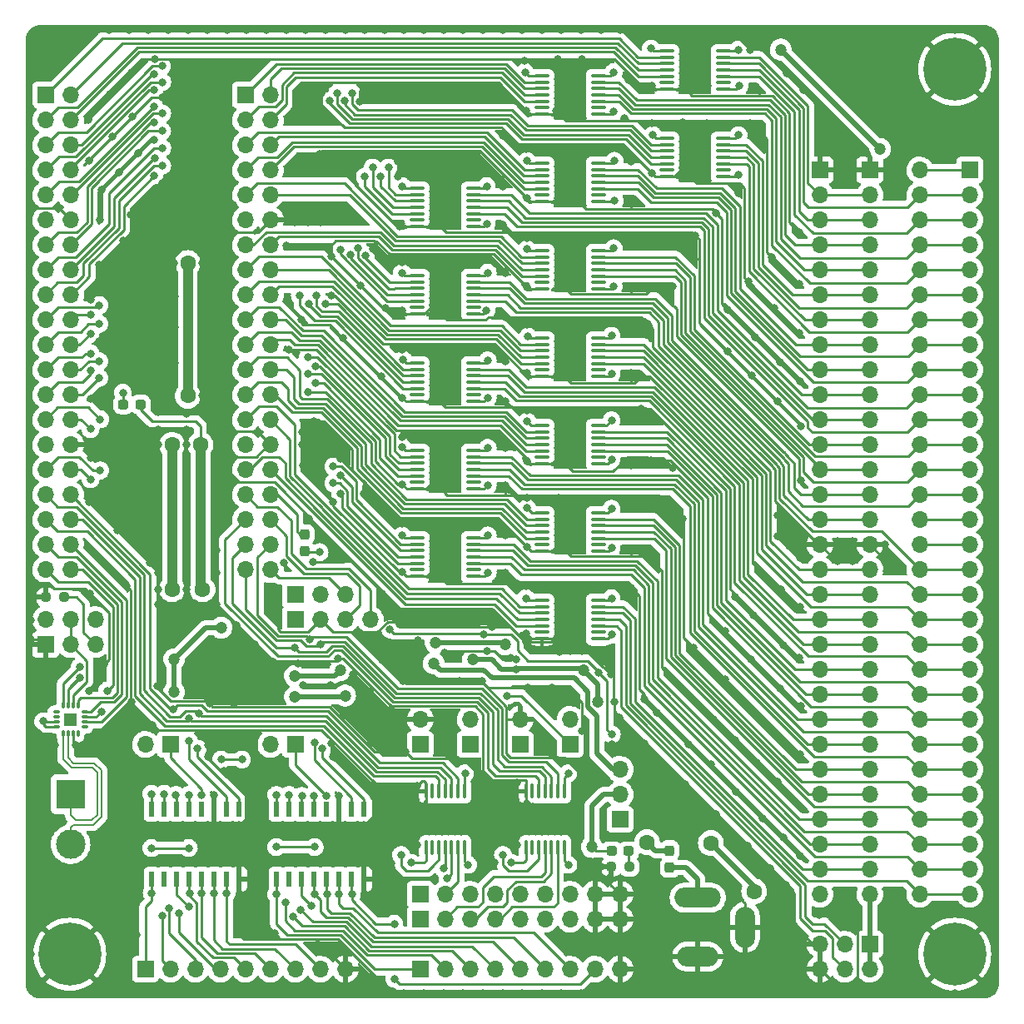
<source format=gtl>
G04 #@! TF.GenerationSoftware,KiCad,Pcbnew,(6.0.2)*
G04 #@! TF.CreationDate,2022-03-02T03:30:40+09:00*
G04 #@! TF.ProjectId,nes_peripheral,6e65735f-7065-4726-9970-686572616c2e,rev?*
G04 #@! TF.SameCoordinates,Original*
G04 #@! TF.FileFunction,Copper,L1,Top*
G04 #@! TF.FilePolarity,Positive*
%FSLAX46Y46*%
G04 Gerber Fmt 4.6, Leading zero omitted, Abs format (unit mm)*
G04 Created by KiCad (PCBNEW (6.0.2)) date 2022-03-02 03:30:40*
%MOMM*%
%LPD*%
G01*
G04 APERTURE LIST*
G04 Aperture macros list*
%AMRoundRect*
0 Rectangle with rounded corners*
0 $1 Rounding radius*
0 $2 $3 $4 $5 $6 $7 $8 $9 X,Y pos of 4 corners*
0 Add a 4 corners polygon primitive as box body*
4,1,4,$2,$3,$4,$5,$6,$7,$8,$9,$2,$3,0*
0 Add four circle primitives for the rounded corners*
1,1,$1+$1,$2,$3*
1,1,$1+$1,$4,$5*
1,1,$1+$1,$6,$7*
1,1,$1+$1,$8,$9*
0 Add four rect primitives between the rounded corners*
20,1,$1+$1,$2,$3,$4,$5,0*
20,1,$1+$1,$4,$5,$6,$7,0*
20,1,$1+$1,$6,$7,$8,$9,0*
20,1,$1+$1,$8,$9,$2,$3,0*%
G04 Aperture macros list end*
G04 #@! TA.AperFunction,SMDPad,CuDef*
%ADD10RoundRect,0.100000X-0.637500X-0.100000X0.637500X-0.100000X0.637500X0.100000X-0.637500X0.100000X0*%
G04 #@! TD*
G04 #@! TA.AperFunction,ComponentPad*
%ADD11R,1.700000X1.700000*%
G04 #@! TD*
G04 #@! TA.AperFunction,ComponentPad*
%ADD12O,1.700000X1.700000*%
G04 #@! TD*
G04 #@! TA.AperFunction,SMDPad,CuDef*
%ADD13O,0.300000X0.800000*%
G04 #@! TD*
G04 #@! TA.AperFunction,SMDPad,CuDef*
%ADD14O,0.800000X0.300000*%
G04 #@! TD*
G04 #@! TA.AperFunction,SMDPad,CuDef*
%ADD15R,0.307500X0.307500*%
G04 #@! TD*
G04 #@! TA.AperFunction,SMDPad,CuDef*
%ADD16RoundRect,0.237500X-0.237500X0.287500X-0.237500X-0.287500X0.237500X-0.287500X0.237500X0.287500X0*%
G04 #@! TD*
G04 #@! TA.AperFunction,SMDPad,CuDef*
%ADD17RoundRect,0.237500X0.250000X0.237500X-0.250000X0.237500X-0.250000X-0.237500X0.250000X-0.237500X0*%
G04 #@! TD*
G04 #@! TA.AperFunction,SMDPad,CuDef*
%ADD18RoundRect,0.237500X-0.287500X-0.237500X0.287500X-0.237500X0.287500X0.237500X-0.287500X0.237500X0*%
G04 #@! TD*
G04 #@! TA.AperFunction,SMDPad,CuDef*
%ADD19RoundRect,0.237500X0.287500X0.237500X-0.287500X0.237500X-0.287500X-0.237500X0.287500X-0.237500X0*%
G04 #@! TD*
G04 #@! TA.AperFunction,SMDPad,CuDef*
%ADD20R,0.600000X1.500000*%
G04 #@! TD*
G04 #@! TA.AperFunction,SMDPad,CuDef*
%ADD21RoundRect,0.100000X-0.100000X0.637500X-0.100000X-0.637500X0.100000X-0.637500X0.100000X0.637500X0*%
G04 #@! TD*
G04 #@! TA.AperFunction,ComponentPad*
%ADD22C,3.600000*%
G04 #@! TD*
G04 #@! TA.AperFunction,ConnectorPad*
%ADD23C,6.400000*%
G04 #@! TD*
G04 #@! TA.AperFunction,ComponentPad*
%ADD24R,3.000000X3.000000*%
G04 #@! TD*
G04 #@! TA.AperFunction,ComponentPad*
%ADD25C,3.000000*%
G04 #@! TD*
G04 #@! TA.AperFunction,ComponentPad*
%ADD26O,4.700000X2.000000*%
G04 #@! TD*
G04 #@! TA.AperFunction,ComponentPad*
%ADD27O,4.200000X2.000000*%
G04 #@! TD*
G04 #@! TA.AperFunction,ComponentPad*
%ADD28O,2.000000X4.200000*%
G04 #@! TD*
G04 #@! TA.AperFunction,SMDPad,CuDef*
%ADD29RoundRect,0.237500X0.237500X-0.287500X0.237500X0.287500X-0.237500X0.287500X-0.237500X-0.287500X0*%
G04 #@! TD*
G04 #@! TA.AperFunction,ViaPad*
%ADD30C,1.600000*%
G04 #@! TD*
G04 #@! TA.AperFunction,ViaPad*
%ADD31C,0.800000*%
G04 #@! TD*
G04 #@! TA.AperFunction,ViaPad*
%ADD32C,1.200000*%
G04 #@! TD*
G04 #@! TA.AperFunction,Conductor*
%ADD33C,0.250000*%
G04 #@! TD*
G04 #@! TA.AperFunction,Conductor*
%ADD34C,0.500000*%
G04 #@! TD*
G04 #@! TA.AperFunction,Conductor*
%ADD35C,1.000000*%
G04 #@! TD*
G04 #@! TA.AperFunction,Conductor*
%ADD36C,0.200000*%
G04 #@! TD*
G04 APERTURE END LIST*
D10*
X93657500Y-93300000D03*
X93657500Y-93950000D03*
X93657500Y-94600000D03*
X93657500Y-95250000D03*
X93657500Y-95900000D03*
X93657500Y-96550000D03*
X93657500Y-97200000D03*
X99382500Y-97200000D03*
X99382500Y-96550000D03*
X99382500Y-95900000D03*
X99382500Y-95250000D03*
X99382500Y-94600000D03*
X99382500Y-93950000D03*
X99382500Y-93300000D03*
D11*
X53340000Y-139700000D03*
D12*
X55880000Y-139700000D03*
X58420000Y-139700000D03*
X60960000Y-139700000D03*
X63500000Y-139700000D03*
X66040000Y-139700000D03*
X68580000Y-139700000D03*
X71120000Y-139700000D03*
X73660000Y-139700000D03*
D10*
X93657500Y-75520000D03*
X93657500Y-76170000D03*
X93657500Y-76820000D03*
X93657500Y-77470000D03*
X93657500Y-78120000D03*
X93657500Y-78770000D03*
X93657500Y-79420000D03*
X99382500Y-79420000D03*
X99382500Y-78770000D03*
X99382500Y-78120000D03*
X99382500Y-77470000D03*
X99382500Y-76820000D03*
X99382500Y-76170000D03*
X99382500Y-75520000D03*
X80957500Y-60280000D03*
X80957500Y-60930000D03*
X80957500Y-61580000D03*
X80957500Y-62230000D03*
X80957500Y-62880000D03*
X80957500Y-63530000D03*
X80957500Y-64180000D03*
X86682500Y-64180000D03*
X86682500Y-63530000D03*
X86682500Y-62880000D03*
X86682500Y-62230000D03*
X86682500Y-61580000D03*
X86682500Y-60930000D03*
X86682500Y-60280000D03*
D13*
X46470000Y-112850000D03*
X45970000Y-112850000D03*
X45470000Y-112850000D03*
X44970000Y-112850000D03*
D14*
X44270000Y-113550000D03*
X44270000Y-114050000D03*
X44270000Y-114550000D03*
X44270000Y-115050000D03*
D13*
X44970000Y-115750000D03*
X45470000Y-115750000D03*
X45970000Y-115750000D03*
X46470000Y-115750000D03*
D14*
X47170000Y-115050000D03*
X47170000Y-114550000D03*
X47170000Y-114050000D03*
X47170000Y-113550000D03*
D15*
X45566250Y-114146250D03*
X45873750Y-114761250D03*
X45566250Y-114453750D03*
X45258750Y-114453750D03*
X46181250Y-114761250D03*
X45873750Y-113838750D03*
X45873750Y-114453750D03*
X46181250Y-113838750D03*
X45258750Y-114146250D03*
X46181250Y-114453750D03*
X45258750Y-113838750D03*
X45873750Y-114146250D03*
X45258750Y-114761250D03*
X46181250Y-114146250D03*
X45566250Y-114761250D03*
X45566250Y-113838750D03*
D11*
X96520000Y-116840000D03*
D12*
X96520000Y-114300000D03*
D10*
X93657500Y-84410000D03*
X93657500Y-85060000D03*
X93657500Y-85710000D03*
X93657500Y-86360000D03*
X93657500Y-87010000D03*
X93657500Y-87660000D03*
X93657500Y-88310000D03*
X99382500Y-88310000D03*
X99382500Y-87660000D03*
X99382500Y-87010000D03*
X99382500Y-86360000D03*
X99382500Y-85710000D03*
X99382500Y-85060000D03*
X99382500Y-84410000D03*
D11*
X55880000Y-116840000D03*
D12*
X53340000Y-116840000D03*
D10*
X80957500Y-95840000D03*
X80957500Y-96490000D03*
X80957500Y-97140000D03*
X80957500Y-97790000D03*
X80957500Y-98440000D03*
X80957500Y-99090000D03*
X80957500Y-99740000D03*
X86682500Y-99740000D03*
X86682500Y-99090000D03*
X86682500Y-98440000D03*
X86682500Y-97790000D03*
X86682500Y-97140000D03*
X86682500Y-96490000D03*
X86682500Y-95840000D03*
D11*
X127000000Y-58420000D03*
D12*
X127000000Y-60960000D03*
X127000000Y-63500000D03*
X127000000Y-66040000D03*
X127000000Y-68580000D03*
X127000000Y-71120000D03*
X127000000Y-73660000D03*
X127000000Y-76200000D03*
X127000000Y-78740000D03*
X127000000Y-81280000D03*
X127000000Y-83820000D03*
X127000000Y-86360000D03*
X127000000Y-88900000D03*
X127000000Y-91440000D03*
X127000000Y-93980000D03*
X127000000Y-96520000D03*
X127000000Y-99060000D03*
X127000000Y-101600000D03*
X127000000Y-104140000D03*
X127000000Y-106680000D03*
X127000000Y-109220000D03*
X127000000Y-111760000D03*
X127000000Y-114300000D03*
X127000000Y-116840000D03*
X127000000Y-119380000D03*
X127000000Y-121920000D03*
X127000000Y-124460000D03*
X127000000Y-127000000D03*
X127000000Y-129540000D03*
X127000000Y-132080000D03*
X132080000Y-58420000D03*
X132080000Y-60960000D03*
X132080000Y-63500000D03*
X132080000Y-66040000D03*
X132080000Y-68580000D03*
X132080000Y-71120000D03*
X132080000Y-73660000D03*
X132080000Y-76200000D03*
X132080000Y-78740000D03*
X132080000Y-81280000D03*
X132080000Y-83820000D03*
X132080000Y-86360000D03*
X132080000Y-88900000D03*
X132080000Y-91440000D03*
X132080000Y-93980000D03*
X132080000Y-96520000D03*
X132080000Y-99060000D03*
X132080000Y-101600000D03*
X132080000Y-104140000D03*
X132080000Y-106680000D03*
X132080000Y-109220000D03*
X132080000Y-111760000D03*
X132080000Y-114300000D03*
X132080000Y-116840000D03*
X132080000Y-119380000D03*
X132080000Y-121920000D03*
X132080000Y-124460000D03*
X132080000Y-127000000D03*
X132080000Y-129540000D03*
X132080000Y-132080000D03*
D11*
X86360000Y-116840000D03*
D12*
X86360000Y-114300000D03*
D16*
X106640000Y-127630000D03*
X106640000Y-129380000D03*
D17*
X45065000Y-101880000D03*
X43240000Y-101880000D03*
D10*
X106357500Y-55200000D03*
X106357500Y-55850000D03*
X106357500Y-56500000D03*
X106357500Y-57150000D03*
X106357500Y-57800000D03*
X106357500Y-58450000D03*
X106357500Y-59100000D03*
X112082500Y-59100000D03*
X112082500Y-58450000D03*
X112082500Y-57800000D03*
X112082500Y-57150000D03*
X112082500Y-56500000D03*
X112082500Y-55850000D03*
X112082500Y-55200000D03*
D18*
X51090000Y-82280000D03*
X52840000Y-82280000D03*
D10*
X93657500Y-102190000D03*
X93657500Y-102840000D03*
X93657500Y-103490000D03*
X93657500Y-104140000D03*
X93657500Y-104790000D03*
X93657500Y-105440000D03*
X93657500Y-106090000D03*
X99382500Y-106090000D03*
X99382500Y-105440000D03*
X99382500Y-104790000D03*
X99382500Y-104140000D03*
X99382500Y-103490000D03*
X99382500Y-102840000D03*
X99382500Y-102190000D03*
D11*
X81280000Y-134620000D03*
D12*
X83820000Y-134620000D03*
X86360000Y-134620000D03*
X88900000Y-134620000D03*
X91440000Y-134620000D03*
X93980000Y-134620000D03*
X96520000Y-134620000D03*
X99060000Y-134620000D03*
X101600000Y-134620000D03*
D19*
X102490000Y-127680000D03*
X100740000Y-127680000D03*
D20*
X53975000Y-130550000D03*
X55245000Y-130550000D03*
X56515000Y-130550000D03*
X57785000Y-130550000D03*
X59055000Y-130550000D03*
X60325000Y-130550000D03*
X61595000Y-130550000D03*
X62865000Y-130550000D03*
X62865000Y-123450000D03*
X61595000Y-123450000D03*
X60325000Y-123450000D03*
X59055000Y-123450000D03*
X57785000Y-123450000D03*
X56515000Y-123450000D03*
X55245000Y-123450000D03*
X53975000Y-123450000D03*
D11*
X91440000Y-116840000D03*
D12*
X91440000Y-114300000D03*
D21*
X95930000Y-121597500D03*
X95280000Y-121597500D03*
X94630000Y-121597500D03*
X93980000Y-121597500D03*
X93330000Y-121597500D03*
X92680000Y-121597500D03*
X92030000Y-121597500D03*
X92030000Y-127322500D03*
X92680000Y-127322500D03*
X93330000Y-127322500D03*
X93980000Y-127322500D03*
X94630000Y-127322500D03*
X95280000Y-127322500D03*
X95930000Y-127322500D03*
D11*
X68580000Y-101600000D03*
D12*
X71120000Y-101600000D03*
X73660000Y-101600000D03*
D17*
X102540000Y-129280000D03*
X100715000Y-129280000D03*
D21*
X85770000Y-121597500D03*
X85120000Y-121597500D03*
X84470000Y-121597500D03*
X83820000Y-121597500D03*
X83170000Y-121597500D03*
X82520000Y-121597500D03*
X81870000Y-121597500D03*
X81870000Y-127322500D03*
X82520000Y-127322500D03*
X83170000Y-127322500D03*
X83820000Y-127322500D03*
X84470000Y-127322500D03*
X85120000Y-127322500D03*
X85770000Y-127322500D03*
D22*
X45640000Y-138180000D03*
D23*
X45640000Y-138180000D03*
D10*
X93657500Y-57740000D03*
X93657500Y-58390000D03*
X93657500Y-59040000D03*
X93657500Y-59690000D03*
X93657500Y-60340000D03*
X93657500Y-60990000D03*
X93657500Y-61640000D03*
X99382500Y-61640000D03*
X99382500Y-60990000D03*
X99382500Y-60340000D03*
X99382500Y-59690000D03*
X99382500Y-59040000D03*
X99382500Y-58390000D03*
X99382500Y-57740000D03*
D11*
X68580000Y-104140000D03*
D12*
X71120000Y-104140000D03*
X73660000Y-104140000D03*
X76200000Y-104140000D03*
D24*
X45720000Y-121920000D03*
D25*
X45720000Y-127000000D03*
D11*
X81280000Y-139700000D03*
D12*
X83820000Y-139700000D03*
X86360000Y-139700000D03*
X88900000Y-139700000D03*
X91440000Y-139700000D03*
X93980000Y-139700000D03*
X96520000Y-139700000D03*
X99060000Y-139700000D03*
X101600000Y-139700000D03*
D11*
X43180000Y-106680000D03*
D12*
X43180000Y-104140000D03*
X45720000Y-106680000D03*
X45720000Y-104140000D03*
X48260000Y-106680000D03*
X48260000Y-104140000D03*
D23*
X135640000Y-138180000D03*
D22*
X135640000Y-138180000D03*
D10*
X80957500Y-69170000D03*
X80957500Y-69820000D03*
X80957500Y-70470000D03*
X80957500Y-71120000D03*
X80957500Y-71770000D03*
X80957500Y-72420000D03*
X80957500Y-73070000D03*
X86682500Y-73070000D03*
X86682500Y-72420000D03*
X86682500Y-71770000D03*
X86682500Y-71120000D03*
X86682500Y-70470000D03*
X86682500Y-69820000D03*
X86682500Y-69170000D03*
D20*
X66675000Y-130550000D03*
X67945000Y-130550000D03*
X69215000Y-130550000D03*
X70485000Y-130550000D03*
X71755000Y-130550000D03*
X73025000Y-130550000D03*
X74295000Y-130550000D03*
X75565000Y-130550000D03*
X75565000Y-123450000D03*
X74295000Y-123450000D03*
X73025000Y-123450000D03*
X71755000Y-123450000D03*
X70485000Y-123450000D03*
X69215000Y-123450000D03*
X67945000Y-123450000D03*
X66675000Y-123450000D03*
D10*
X106357500Y-46310000D03*
X106357500Y-46960000D03*
X106357500Y-47610000D03*
X106357500Y-48260000D03*
X106357500Y-48910000D03*
X106357500Y-49560000D03*
X106357500Y-50210000D03*
X112082500Y-50210000D03*
X112082500Y-49560000D03*
X112082500Y-48910000D03*
X112082500Y-48260000D03*
X112082500Y-47610000D03*
X112082500Y-46960000D03*
X112082500Y-46310000D03*
X80957500Y-86950000D03*
X80957500Y-87600000D03*
X80957500Y-88250000D03*
X80957500Y-88900000D03*
X80957500Y-89550000D03*
X80957500Y-90200000D03*
X80957500Y-90850000D03*
X86682500Y-90850000D03*
X86682500Y-90200000D03*
X86682500Y-89550000D03*
X86682500Y-88900000D03*
X86682500Y-88250000D03*
X86682500Y-87600000D03*
X86682500Y-86950000D03*
D26*
X109500000Y-132430000D03*
D27*
X109500000Y-138430000D03*
D28*
X114300000Y-135430000D03*
D10*
X93657500Y-48850000D03*
X93657500Y-49500000D03*
X93657500Y-50150000D03*
X93657500Y-50800000D03*
X93657500Y-51450000D03*
X93657500Y-52100000D03*
X93657500Y-52750000D03*
X99382500Y-52750000D03*
X99382500Y-52100000D03*
X99382500Y-51450000D03*
X99382500Y-50800000D03*
X99382500Y-50150000D03*
X99382500Y-49500000D03*
X99382500Y-48850000D03*
D11*
X101600000Y-124460000D03*
D12*
X101600000Y-121920000D03*
X101600000Y-119380000D03*
D29*
X69540000Y-97230000D03*
X69540000Y-95480000D03*
D10*
X80957500Y-78060000D03*
X80957500Y-78710000D03*
X80957500Y-79360000D03*
X80957500Y-80010000D03*
X80957500Y-80660000D03*
X80957500Y-81310000D03*
X80957500Y-81960000D03*
X86682500Y-81960000D03*
X86682500Y-81310000D03*
X86682500Y-80660000D03*
X86682500Y-80010000D03*
X86682500Y-79360000D03*
X86682500Y-78710000D03*
X86682500Y-78060000D03*
D11*
X81280000Y-116840000D03*
D12*
X81280000Y-114300000D03*
D10*
X93657500Y-66630000D03*
X93657500Y-67280000D03*
X93657500Y-67930000D03*
X93657500Y-68580000D03*
X93657500Y-69230000D03*
X93657500Y-69880000D03*
X93657500Y-70530000D03*
X99382500Y-70530000D03*
X99382500Y-69880000D03*
X99382500Y-69230000D03*
X99382500Y-68580000D03*
X99382500Y-67930000D03*
X99382500Y-67280000D03*
X99382500Y-66630000D03*
D11*
X68580000Y-116840000D03*
D12*
X66040000Y-116840000D03*
D22*
X135640000Y-48180000D03*
D23*
X135640000Y-48180000D03*
D11*
X81280000Y-132080000D03*
D12*
X83820000Y-132080000D03*
X86360000Y-132080000D03*
X88900000Y-132080000D03*
X91440000Y-132080000D03*
X93980000Y-132080000D03*
X96520000Y-132080000D03*
X99060000Y-132080000D03*
X101600000Y-132080000D03*
D11*
X137160000Y-58420000D03*
D12*
X137160000Y-60960000D03*
X137160000Y-63500000D03*
X137160000Y-66040000D03*
X137160000Y-68580000D03*
X137160000Y-71120000D03*
X137160000Y-73660000D03*
X137160000Y-76200000D03*
X137160000Y-78740000D03*
X137160000Y-81280000D03*
X137160000Y-83820000D03*
X137160000Y-86360000D03*
X137160000Y-88900000D03*
X137160000Y-91440000D03*
X137160000Y-93980000D03*
X137160000Y-96520000D03*
X137160000Y-99060000D03*
X137160000Y-101600000D03*
X137160000Y-104140000D03*
X137160000Y-106680000D03*
X137160000Y-109220000D03*
X137160000Y-111760000D03*
X137160000Y-114300000D03*
X137160000Y-116840000D03*
X137160000Y-119380000D03*
X137160000Y-121920000D03*
X137160000Y-124460000D03*
X137160000Y-127000000D03*
X137160000Y-129540000D03*
X137160000Y-132080000D03*
D11*
X127000000Y-137160000D03*
D12*
X127000000Y-139700000D03*
X124460000Y-137160000D03*
X124460000Y-139700000D03*
X121920000Y-137160000D03*
X121920000Y-139700000D03*
D11*
X43180000Y-50800000D03*
D12*
X45720000Y-50800000D03*
X43180000Y-53340000D03*
X45720000Y-53340000D03*
X43180000Y-55880000D03*
X45720000Y-55880000D03*
X43180000Y-58420000D03*
X45720000Y-58420000D03*
X43180000Y-60960000D03*
X45720000Y-60960000D03*
X43180000Y-63500000D03*
X45720000Y-63500000D03*
X43180000Y-66040000D03*
X45720000Y-66040000D03*
X43180000Y-68580000D03*
X45720000Y-68580000D03*
X43180000Y-71120000D03*
X45720000Y-71120000D03*
X43180000Y-73660000D03*
X45720000Y-73660000D03*
X43180000Y-76200000D03*
X45720000Y-76200000D03*
X43180000Y-78740000D03*
X45720000Y-78740000D03*
X43180000Y-81280000D03*
X45720000Y-81280000D03*
X43180000Y-83820000D03*
X45720000Y-83820000D03*
X43180000Y-86360000D03*
X45720000Y-86360000D03*
X43180000Y-88900000D03*
X45720000Y-88900000D03*
X43180000Y-91440000D03*
X45720000Y-91440000D03*
X43180000Y-93980000D03*
X45720000Y-93980000D03*
X43180000Y-96520000D03*
X45720000Y-96520000D03*
X43180000Y-99060000D03*
X45720000Y-99060000D03*
D11*
X63500000Y-50800000D03*
D12*
X66040000Y-50800000D03*
X63500000Y-53340000D03*
X66040000Y-53340000D03*
X63500000Y-55880000D03*
X66040000Y-55880000D03*
X63500000Y-58420000D03*
X66040000Y-58420000D03*
X63500000Y-60960000D03*
X66040000Y-60960000D03*
X63500000Y-63500000D03*
X66040000Y-63500000D03*
X63500000Y-66040000D03*
X66040000Y-66040000D03*
X63500000Y-68580000D03*
X66040000Y-68580000D03*
X63500000Y-71120000D03*
X66040000Y-71120000D03*
X63500000Y-73660000D03*
X66040000Y-73660000D03*
X63500000Y-76200000D03*
X66040000Y-76200000D03*
X63500000Y-78740000D03*
X66040000Y-78740000D03*
X63500000Y-81280000D03*
X66040000Y-81280000D03*
X63500000Y-83820000D03*
X66040000Y-83820000D03*
X63500000Y-86360000D03*
X66040000Y-86360000D03*
X63500000Y-88900000D03*
X66040000Y-88900000D03*
X63500000Y-91440000D03*
X66040000Y-91440000D03*
X63500000Y-93980000D03*
X66040000Y-93980000D03*
X63500000Y-96520000D03*
X66040000Y-96520000D03*
X63500000Y-99060000D03*
X66040000Y-99060000D03*
D11*
X121920000Y-58420000D03*
D12*
X121920000Y-60960000D03*
X121920000Y-63500000D03*
X121920000Y-66040000D03*
X121920000Y-68580000D03*
X121920000Y-71120000D03*
X121920000Y-73660000D03*
X121920000Y-76200000D03*
X121920000Y-78740000D03*
X121920000Y-81280000D03*
X121920000Y-83820000D03*
X121920000Y-86360000D03*
X121920000Y-88900000D03*
X121920000Y-91440000D03*
X121920000Y-93980000D03*
X121920000Y-96520000D03*
X121920000Y-99060000D03*
X121920000Y-101600000D03*
X121920000Y-104140000D03*
X121920000Y-106680000D03*
X121920000Y-109220000D03*
X121920000Y-111760000D03*
X121920000Y-114300000D03*
X121920000Y-116840000D03*
X121920000Y-119380000D03*
X121920000Y-121920000D03*
X121920000Y-124460000D03*
X121920000Y-127000000D03*
X121920000Y-129540000D03*
X121920000Y-132080000D03*
D30*
X59140000Y-101080000D03*
D31*
X66640000Y-127280000D03*
D32*
X61040000Y-104980000D03*
D31*
X61040000Y-118380000D03*
X92140000Y-57480000D03*
X79440000Y-68880000D03*
D32*
X68540000Y-109880000D03*
D31*
X92240000Y-75380000D03*
X85840000Y-119780000D03*
X70540000Y-127280000D03*
X92040000Y-101980000D03*
X79440000Y-60080000D03*
X79523707Y-77696293D03*
X104740000Y-46080000D03*
D32*
X56240000Y-111480000D03*
D31*
X91940000Y-48480000D03*
X92152299Y-92792299D03*
X63140000Y-118380000D03*
X42940000Y-114480000D03*
X57740000Y-127380000D03*
X53940000Y-121880000D03*
X66640000Y-121980000D03*
X104940000Y-54880000D03*
D30*
X58940000Y-86380000D03*
D31*
X53940000Y-127380000D03*
D32*
X89940000Y-106680000D03*
D31*
X79452299Y-86592299D03*
X96340000Y-119780000D03*
D32*
X73140000Y-109280000D03*
D31*
X92140000Y-83980000D03*
D32*
X82840000Y-106480000D03*
D31*
X79440000Y-95580000D03*
X90140000Y-111880000D03*
X92140000Y-66480000D03*
D32*
X56240000Y-108180000D03*
D31*
X59140000Y-65480000D03*
X113390000Y-121630000D03*
X110440000Y-53680000D03*
X127640000Y-142180000D03*
X41640000Y-130180000D03*
X91040000Y-108180000D03*
X139640000Y-120180000D03*
X101640000Y-44180000D03*
X52440000Y-136180000D03*
X117640000Y-93580000D03*
X92040000Y-105580000D03*
X51957852Y-48497852D03*
X72940000Y-108080000D03*
X76240000Y-116680000D03*
X139640000Y-52180000D03*
X97240000Y-125680000D03*
X67409849Y-98410151D03*
X41640000Y-106180000D03*
X92740000Y-123180000D03*
X105140000Y-98480000D03*
X89940000Y-73380000D03*
X104840000Y-58780000D03*
X97640000Y-142180000D03*
X102740000Y-74280000D03*
X60540000Y-87880000D03*
X117190000Y-115530000D03*
X102740000Y-65380000D03*
X78340000Y-113280000D03*
X109640000Y-142180000D03*
X54640000Y-87880000D03*
X51140000Y-71380000D03*
X54040000Y-114880000D03*
X112302299Y-105317701D03*
X102740000Y-70380000D03*
X51090000Y-65630000D03*
X83840000Y-78080000D03*
X104640000Y-96980000D03*
X70440000Y-86380000D03*
X77290000Y-79430000D03*
X51340000Y-74380000D03*
X85040000Y-72180000D03*
X61740000Y-64780000D03*
X92140000Y-70380000D03*
X82640000Y-104080000D03*
X47440000Y-96780000D03*
X45640000Y-44180000D03*
X139640000Y-62180000D03*
X69940000Y-93880000D03*
X126640000Y-56680000D03*
X77440000Y-108280000D03*
X78340000Y-128980000D03*
X77740000Y-72480000D03*
X139640000Y-86180000D03*
X105640000Y-142180000D03*
X95294653Y-47125347D03*
X60340000Y-125080000D03*
X56340000Y-78080000D03*
X41640000Y-140180000D03*
X57540000Y-99380000D03*
X95340000Y-82880000D03*
X115690000Y-99030000D03*
X44640000Y-142180000D03*
X44140000Y-116880000D03*
X59640000Y-44180000D03*
X88540000Y-103380000D03*
X52440000Y-128480000D03*
X104097378Y-112230000D03*
X41640000Y-48180000D03*
X95340000Y-96480000D03*
X85640000Y-142180000D03*
X88840000Y-126480000D03*
X115440000Y-49980000D03*
X49640000Y-142180000D03*
X41640000Y-80180000D03*
X52840000Y-64780000D03*
X114840000Y-53680000D03*
X61640000Y-58180000D03*
X47740000Y-81680000D03*
X92140000Y-91780000D03*
X46240000Y-116880000D03*
X139640000Y-80180000D03*
X58440000Y-53980000D03*
X91640000Y-44180000D03*
X114990000Y-79330000D03*
X95240000Y-56580000D03*
X55040000Y-51080000D03*
X97240000Y-123080000D03*
X103640000Y-44180000D03*
X119999196Y-89963795D03*
X97740000Y-105480000D03*
X106940000Y-92780000D03*
X59740000Y-118080000D03*
X74640000Y-58180000D03*
X82540000Y-63380000D03*
X128500000Y-96520000D03*
X114540000Y-127180000D03*
X67640000Y-142180000D03*
X98040000Y-119280000D03*
X79440000Y-76680000D03*
X97740000Y-100780000D03*
X89940000Y-86680000D03*
X75540000Y-91380000D03*
X95340000Y-78780000D03*
X99640000Y-142180000D03*
X111315500Y-62782646D03*
X60340000Y-127380000D03*
X139640000Y-112180000D03*
X79640000Y-44180000D03*
X104840000Y-123680000D03*
X113640000Y-142180000D03*
X88840000Y-128880000D03*
X41640000Y-82580000D03*
X117290000Y-72430000D03*
X99640000Y-129280000D03*
X77640000Y-142180000D03*
X82565000Y-58955000D03*
X133740000Y-54880000D03*
X129640000Y-142180000D03*
X107640000Y-142180000D03*
X54140000Y-66180000D03*
X131340000Y-54880000D03*
X97740000Y-87580000D03*
X123740000Y-50280000D03*
X139640000Y-132180000D03*
X107940000Y-53580000D03*
X48840000Y-60480000D03*
X100640000Y-108780000D03*
X106940000Y-88680000D03*
X89640000Y-142180000D03*
X96440000Y-48880000D03*
X139640000Y-84180000D03*
X54040000Y-74380000D03*
X102740000Y-79080000D03*
X56340000Y-74404500D03*
X135040000Y-56180000D03*
X54540000Y-110880000D03*
X97740000Y-96480000D03*
X41640000Y-62180000D03*
X104040000Y-119280000D03*
X129540000Y-135180000D03*
X49140000Y-108680000D03*
X139640000Y-102180000D03*
X62240000Y-61980000D03*
X67940000Y-76680000D03*
X88040000Y-107380000D03*
X62590000Y-104730000D03*
X56440000Y-58180000D03*
X41640000Y-128180000D03*
X53640000Y-142180000D03*
X71240000Y-50580000D03*
X117940000Y-101080000D03*
X87040000Y-125580000D03*
X85040000Y-90080000D03*
X48715500Y-63481880D03*
X97740000Y-65380000D03*
X41640000Y-77480000D03*
X104740000Y-87980000D03*
X73390000Y-75530000D03*
X54640000Y-91180000D03*
X119640000Y-44180000D03*
X114640000Y-112980000D03*
X87540000Y-110380000D03*
X54140000Y-63480000D03*
X55840000Y-81380000D03*
X111640000Y-142180000D03*
X85040000Y-94380000D03*
X79040000Y-57580000D03*
X131640000Y-44180000D03*
X118840000Y-96680000D03*
X104440000Y-74080000D03*
X107940000Y-93880000D03*
X96540000Y-107380000D03*
X79440000Y-85580000D03*
X118190000Y-106730000D03*
X115640000Y-44180000D03*
X54040000Y-78080000D03*
X65940000Y-100830500D03*
X100666313Y-109754647D03*
X49990000Y-55030000D03*
X68364500Y-53380000D03*
X89940000Y-90480000D03*
X69840000Y-63780000D03*
X63640000Y-44180000D03*
X91640000Y-142180000D03*
X111540000Y-130280000D03*
X77640000Y-44180000D03*
X70440000Y-85080000D03*
X89640000Y-63980000D03*
X114940000Y-108180000D03*
X58340000Y-108180000D03*
X85040000Y-81380000D03*
X117640000Y-120680000D03*
X60440000Y-50580000D03*
X60540000Y-91180000D03*
X92140000Y-88080000D03*
X131640000Y-142180000D03*
X119640000Y-142180000D03*
X113640000Y-44180000D03*
X102740000Y-83880000D03*
X117640000Y-95680000D03*
X139640000Y-70180000D03*
X133640000Y-44180000D03*
X47640000Y-142180000D03*
X71740000Y-85080000D03*
X57540000Y-97080000D03*
X139640000Y-92180000D03*
X139640000Y-74180000D03*
X96540000Y-93380000D03*
X41640000Y-108180000D03*
X47740000Y-71580000D03*
X107940000Y-49880000D03*
X52590000Y-56730000D03*
X66440000Y-136080000D03*
X73640000Y-44180000D03*
X51640000Y-142180000D03*
X85040000Y-50380000D03*
X78340000Y-121280000D03*
X117890000Y-111130000D03*
X70440000Y-83980000D03*
X119940000Y-97880000D03*
X119940000Y-117880000D03*
X117640000Y-81980000D03*
X64540000Y-116080000D03*
X69340000Y-88480000D03*
X83840000Y-86980000D03*
X51990000Y-53030000D03*
X65040000Y-131980000D03*
X85040000Y-59080000D03*
X82640000Y-81380000D03*
X81040000Y-106280000D03*
X101540000Y-114080000D03*
X106740000Y-125480000D03*
X97640000Y-44180000D03*
X93640000Y-142180000D03*
X61640000Y-55880000D03*
X139640000Y-128180000D03*
X104840000Y-65480000D03*
X113340000Y-101880000D03*
X101640000Y-142180000D03*
X63640000Y-142180000D03*
X41640000Y-57180000D03*
X82602500Y-76642500D03*
X69640000Y-142180000D03*
X51640000Y-44180000D03*
X59040000Y-59880000D03*
X75540000Y-125080000D03*
X110440000Y-58280000D03*
X129540000Y-133880000D03*
X119940000Y-102880000D03*
X57540000Y-84804500D03*
X92040000Y-100780000D03*
X59140000Y-74404500D03*
X69260000Y-86360000D03*
X62340000Y-112680000D03*
X72240000Y-67180000D03*
X59140000Y-61980000D03*
X139640000Y-50180000D03*
X77540000Y-67780000D03*
X114840000Y-46180000D03*
X139640000Y-98180000D03*
X123740000Y-96180000D03*
X72206293Y-116713707D03*
X41640000Y-116180000D03*
X104840000Y-53680000D03*
X65040000Y-125080000D03*
X111090000Y-114330000D03*
X82540000Y-72180000D03*
X92140000Y-79080000D03*
X117040000Y-67280000D03*
X111340000Y-123980000D03*
X121990000Y-48530000D03*
X48852299Y-113492299D03*
X82540000Y-123280000D03*
X79440000Y-90380000D03*
X97740000Y-56580000D03*
X50440000Y-95080000D03*
X50690000Y-58630000D03*
X125240000Y-98180000D03*
X47690000Y-101530000D03*
X54640000Y-102580000D03*
X89640000Y-54980000D03*
X83840000Y-69180000D03*
X62712536Y-108907464D03*
X92740000Y-125580000D03*
X104040000Y-120480000D03*
X103740000Y-79380000D03*
X73640000Y-142180000D03*
X128740000Y-99180000D03*
X57540000Y-86380000D03*
X42640000Y-142180000D03*
X79440000Y-67780000D03*
X119870151Y-79949849D03*
X113240000Y-131980000D03*
X139640000Y-136180000D03*
X102740000Y-61580000D03*
X66340000Y-108480000D03*
X82640000Y-99080000D03*
X61640000Y-142180000D03*
X85140000Y-57080000D03*
X92140000Y-61280000D03*
X139640000Y-116180000D03*
X41640000Y-100180000D03*
X119840000Y-64780000D03*
X66840000Y-104380000D03*
X108240000Y-120880000D03*
X133640000Y-142180000D03*
X95240000Y-65380000D03*
X60740000Y-110680000D03*
X79540000Y-110380000D03*
X85077500Y-85517500D03*
X104040000Y-116780000D03*
X64640000Y-118180000D03*
X96540000Y-66680000D03*
X69213597Y-73613226D03*
X79740000Y-117580000D03*
X75140000Y-51480000D03*
X109940000Y-128580000D03*
X108240000Y-126980000D03*
X41640000Y-59580000D03*
X109640000Y-44180000D03*
X51940000Y-115680000D03*
X139640000Y-134180000D03*
X101016479Y-112548209D03*
X125640000Y-142180000D03*
X62840000Y-127380000D03*
X88540000Y-104906000D03*
X52039998Y-118080000D03*
X41640000Y-110180000D03*
X77440000Y-101480000D03*
X139640000Y-104180000D03*
X119940000Y-128180000D03*
X71140000Y-62580000D03*
X57540000Y-87880000D03*
X95240000Y-74280000D03*
X49640000Y-44180000D03*
X87640000Y-50280000D03*
X59140000Y-70280000D03*
X139640000Y-110180000D03*
X121920000Y-51960000D03*
X85640000Y-44180000D03*
X79040000Y-59080000D03*
X73040000Y-127280000D03*
X119990000Y-95680000D03*
X139640000Y-106180000D03*
X59140000Y-81380000D03*
X92140000Y-96780000D03*
X102440000Y-49280000D03*
X120240000Y-50280000D03*
X82640000Y-85580000D03*
X77440000Y-93080000D03*
X67640000Y-44180000D03*
X41640000Y-112180000D03*
X75740000Y-106480000D03*
X139640000Y-68180000D03*
X41640000Y-70180000D03*
X52740000Y-91780000D03*
X79440000Y-72680000D03*
X51390000Y-79130000D03*
X109140000Y-67480000D03*
X139640000Y-72180000D03*
X83840000Y-104080000D03*
X89640000Y-44180000D03*
X125640000Y-44180000D03*
X115640000Y-142180000D03*
X95396929Y-107423071D03*
X96540000Y-75580000D03*
X52540000Y-94580000D03*
X116840000Y-129480000D03*
X96440000Y-111780000D03*
X54640000Y-86380000D03*
X112290000Y-110230000D03*
X45340000Y-108480000D03*
X139640000Y-66180000D03*
X65640000Y-142180000D03*
X59740000Y-116880000D03*
X117870151Y-77949849D03*
X41640000Y-126180000D03*
X51740000Y-88880000D03*
X112520151Y-72599849D03*
X139640000Y-58180000D03*
X79440000Y-94380000D03*
X71855855Y-53364145D03*
X64490000Y-106630000D03*
X105240000Y-120480000D03*
X124440000Y-54480000D03*
X95140000Y-52380000D03*
X137640000Y-44180000D03*
X41640000Y-90180000D03*
X41640000Y-102180000D03*
X87040000Y-123080000D03*
X82640000Y-90080000D03*
X135640000Y-142180000D03*
X72140000Y-110780000D03*
X68890000Y-108630000D03*
X60540000Y-99380000D03*
X92240000Y-111080000D03*
X48740000Y-91080000D03*
X81640000Y-44180000D03*
X71740000Y-86380000D03*
X57640000Y-142180000D03*
X89640000Y-60080000D03*
X80940000Y-124580000D03*
X79440000Y-99280000D03*
X106940000Y-70280000D03*
X57640000Y-44180000D03*
X128840000Y-54880000D03*
X65640000Y-44180000D03*
X123640000Y-142180000D03*
X51390000Y-100730000D03*
X69840000Y-80980000D03*
X48740000Y-115980000D03*
X111640000Y-44180000D03*
X95340000Y-105480000D03*
X95640000Y-142180000D03*
X109240000Y-46280000D03*
X95240000Y-69680000D03*
X75940000Y-49880000D03*
X56340000Y-71280000D03*
X99640000Y-44180000D03*
X85040000Y-104080000D03*
X76499627Y-66450850D03*
X51877700Y-112542298D03*
X61994511Y-74834511D03*
X59140000Y-67880000D03*
X41640000Y-124180000D03*
X94640000Y-111080000D03*
X48640000Y-68080000D03*
X70340000Y-98280000D03*
X117640000Y-142180000D03*
X121640000Y-142180000D03*
X79140000Y-104680000D03*
X130240000Y-99180000D03*
X43640000Y-44180000D03*
X113652770Y-60768171D03*
X91140000Y-127080000D03*
X61086002Y-84781462D03*
X95840000Y-124280000D03*
X92140000Y-74180000D03*
X139640000Y-56180000D03*
X102740000Y-88480000D03*
X118540000Y-48580000D03*
X100739633Y-116828963D03*
X121840000Y-134180000D03*
X54640000Y-97080000D03*
X41640000Y-95180000D03*
X137340000Y-56180000D03*
X115490000Y-118730000D03*
X60540000Y-102580000D03*
X62940000Y-132080000D03*
X57540000Y-91180000D03*
X83840000Y-95880000D03*
X83840000Y-60280000D03*
X46640000Y-110080000D03*
X139640000Y-60180000D03*
X139640000Y-76180000D03*
X61640000Y-44180000D03*
X41640000Y-85180000D03*
X139640000Y-114180000D03*
X107940000Y-65480000D03*
X102040000Y-53180000D03*
X56240000Y-65480000D03*
X100640000Y-130380000D03*
X95340000Y-87580000D03*
X119827701Y-107992299D03*
X119973706Y-84446294D03*
X109140000Y-55280000D03*
X89940000Y-77880000D03*
X96540000Y-84480000D03*
X69840000Y-62580000D03*
X83640000Y-142180000D03*
X105040000Y-70280000D03*
X121920000Y-55000000D03*
X123640000Y-44180000D03*
X124740000Y-135280000D03*
X139640000Y-94180000D03*
X51840000Y-62980000D03*
X57440000Y-110680000D03*
X112540000Y-76880000D03*
X72440000Y-92180000D03*
X75565000Y-127355000D03*
X119952299Y-112967701D03*
X87640000Y-142180000D03*
X52440000Y-125080000D03*
X85040000Y-63380000D03*
X57540000Y-94880000D03*
X82740000Y-110380000D03*
X139640000Y-122180000D03*
X79440000Y-81580000D03*
X109240000Y-65080000D03*
X139640000Y-100180000D03*
X105240000Y-119380000D03*
X71640000Y-142180000D03*
X41640000Y-52180000D03*
X71640000Y-44180000D03*
X48640000Y-69880000D03*
X80940000Y-127080000D03*
X114640000Y-69780000D03*
X97740000Y-74280000D03*
X139640000Y-54180000D03*
X57540000Y-102580000D03*
X89940000Y-81980000D03*
X92140000Y-82880000D03*
X60340000Y-121980000D03*
X116090000Y-124330000D03*
X41640000Y-114180000D03*
X75640000Y-142180000D03*
X96540000Y-57780000D03*
X97740000Y-78780000D03*
X109040000Y-106980000D03*
X107640000Y-44180000D03*
X108590000Y-116830000D03*
X54140000Y-64780000D03*
X41640000Y-104180000D03*
X41640000Y-134180000D03*
X96540000Y-102280000D03*
X80940000Y-121080000D03*
X139640000Y-88180000D03*
X54247527Y-47125348D03*
X105340000Y-113580000D03*
X97740000Y-107380000D03*
X95240000Y-61280000D03*
X71040000Y-56780000D03*
X102740000Y-57580000D03*
X104840000Y-49880000D03*
X69240000Y-85080000D03*
X113340000Y-116380000D03*
X87040000Y-56980000D03*
X41640000Y-46180000D03*
X81640000Y-142180000D03*
X54640000Y-101080000D03*
X60412536Y-106607464D03*
X54640000Y-84804500D03*
X41640000Y-132180000D03*
X75240000Y-70180000D03*
X118840000Y-94680000D03*
X139640000Y-124180000D03*
X125240000Y-96180000D03*
X97740000Y-82880000D03*
X79040000Y-50380000D03*
X87640000Y-44180000D03*
X92140000Y-65380000D03*
X89940000Y-95580000D03*
X118240000Y-126280000D03*
X73040000Y-125080000D03*
X53740000Y-98380000D03*
X72240000Y-71180000D03*
X118440000Y-131180000D03*
X78340000Y-123480000D03*
X117640000Y-44180000D03*
X82540000Y-125580000D03*
X83640000Y-44180000D03*
X41640000Y-118180000D03*
X88840000Y-123480000D03*
X123740000Y-98180000D03*
X119840000Y-74980000D03*
X139640000Y-139180000D03*
X98040000Y-121780000D03*
X79640000Y-142180000D03*
X129640000Y-44180000D03*
X60540000Y-94880000D03*
X85740000Y-124380000D03*
X102740000Y-100880000D03*
X139640000Y-126180000D03*
X57240000Y-56180000D03*
X92040000Y-56280000D03*
X100240000Y-120480000D03*
X139640000Y-130180000D03*
X47740000Y-87680000D03*
X139640000Y-78180000D03*
X54640000Y-99380000D03*
X85240000Y-110380000D03*
X73040000Y-122080000D03*
X85040000Y-99080000D03*
X82540000Y-50380000D03*
X47581679Y-57438332D03*
X121920000Y-53600000D03*
X48640000Y-75880000D03*
X41640000Y-122180000D03*
X107940000Y-58280000D03*
X78340000Y-126480000D03*
X45740000Y-114280000D03*
X119340000Y-135280000D03*
X54240000Y-55380000D03*
X47640000Y-92180000D03*
X69340000Y-110780000D03*
X89940000Y-68880000D03*
X93640000Y-44180000D03*
X121920000Y-56560000D03*
X41640000Y-136180000D03*
X55640000Y-44180000D03*
X104740000Y-92780000D03*
X83740000Y-107480000D03*
X52840000Y-80880000D03*
X64998467Y-110804501D03*
X59840000Y-112680000D03*
X55640000Y-105480000D03*
X92040000Y-106456489D03*
X139640000Y-108180000D03*
X60540000Y-97080000D03*
X79140000Y-64180000D03*
X115370151Y-75449849D03*
X61340000Y-119580000D03*
X75640000Y-44180000D03*
X54640000Y-94880000D03*
X67640000Y-66080000D03*
X95340000Y-91780000D03*
X51940000Y-85580000D03*
X105640000Y-44180000D03*
X59640000Y-142180000D03*
X120640000Y-47180000D03*
X91140000Y-124580000D03*
X52840000Y-66180000D03*
X53640000Y-44180000D03*
X57540000Y-101080000D03*
X139640000Y-90180000D03*
X139640000Y-47180000D03*
X54040000Y-71380000D03*
X95640000Y-44180000D03*
X41640000Y-75180000D03*
X125890000Y-52430000D03*
X47640000Y-111380000D03*
X139640000Y-118180000D03*
X89940000Y-99380000D03*
X139640000Y-45180000D03*
X57540000Y-83180000D03*
X108490000Y-111730000D03*
X55640000Y-142180000D03*
X56240000Y-67880000D03*
X69640000Y-44180000D03*
X75640000Y-132080000D03*
X68540000Y-62580000D03*
X59140000Y-78080000D03*
X95340000Y-100780000D03*
X97740000Y-61280000D03*
X97740000Y-91880000D03*
X110540000Y-49880000D03*
X52440000Y-131980000D03*
X65040000Y-128480000D03*
X74040000Y-119480000D03*
X102740000Y-96980000D03*
X55040000Y-59780000D03*
X72440000Y-118080000D03*
X107040000Y-110280000D03*
X41640000Y-54580000D03*
X98040000Y-120480000D03*
X131040000Y-135180000D03*
X97743466Y-115483466D03*
X47640000Y-44180000D03*
X103740000Y-82680000D03*
X119840000Y-69980000D03*
X60740000Y-68380000D03*
X49690000Y-99030000D03*
X76140000Y-111480000D03*
X102740000Y-92880000D03*
X127640000Y-44180000D03*
X92040000Y-52380000D03*
X82640000Y-94380000D03*
X82640000Y-56980000D03*
X52840000Y-63480000D03*
X103640000Y-142180000D03*
X41640000Y-138180000D03*
X115140000Y-103680000D03*
X139640000Y-141180000D03*
X97740000Y-69680000D03*
X54640000Y-83080000D03*
X73740000Y-97980000D03*
X73140000Y-87780000D03*
X121640000Y-44180000D03*
X47515401Y-53355401D03*
X119940000Y-123180000D03*
X71140000Y-63780000D03*
X139640000Y-82180000D03*
X73440000Y-113980000D03*
X62840000Y-125080000D03*
X74440000Y-109680000D03*
X131040000Y-133880000D03*
X88840000Y-121280000D03*
X139640000Y-96180000D03*
X97740000Y-52380000D03*
X135640000Y-44180000D03*
X85040000Y-76680000D03*
X137640000Y-142180000D03*
X110840000Y-118880000D03*
X61640000Y-53280000D03*
X97685347Y-47125347D03*
X91140000Y-120753032D03*
X139640000Y-64180000D03*
X68540000Y-63780000D03*
X91840000Y-47280000D03*
X41640000Y-120180000D03*
X49220000Y-86360000D03*
X49707852Y-50747852D03*
X101040000Y-57480000D03*
X96340000Y-129080000D03*
X113640000Y-54880000D03*
D32*
X117940000Y-46180000D03*
D31*
X88140000Y-95580000D03*
X100740000Y-101980000D03*
X88140000Y-68880000D03*
X88140000Y-86680000D03*
X86140000Y-129080000D03*
X100940000Y-48480000D03*
D32*
X128040000Y-56280000D03*
D31*
X91040000Y-109180000D03*
X100740000Y-75280000D03*
D30*
X115240000Y-131780000D03*
D32*
X86640000Y-108230500D03*
D31*
X100740000Y-92880000D03*
X88140000Y-77780000D03*
D32*
X98740000Y-127280000D03*
D31*
X88040000Y-60080000D03*
D32*
X99367478Y-112479011D03*
D31*
X113640000Y-46180000D03*
X100740000Y-83880000D03*
X100940000Y-66380000D03*
D30*
X110840000Y-126880000D03*
D32*
X97903467Y-109255500D03*
D31*
X51040000Y-81080000D03*
X71040000Y-97280000D03*
D30*
X104340000Y-126780000D03*
D31*
X56140000Y-113280000D03*
X74327701Y-50592299D03*
X55009848Y-47849848D03*
X55040000Y-49480000D03*
X72840000Y-50590897D03*
X78040000Y-58180000D03*
X54224057Y-51955500D03*
D30*
X57640000Y-81380000D03*
D32*
X82640000Y-108580000D03*
D30*
X56040000Y-101080000D03*
D32*
X73640000Y-111880000D03*
D30*
X57640000Y-67880000D03*
D32*
X68540000Y-111980000D03*
D30*
X56040000Y-86380000D03*
D31*
X54240000Y-53580000D03*
X76440000Y-58180000D03*
X55040000Y-56180000D03*
X75747041Y-67108589D03*
X55040000Y-57980000D03*
X74202299Y-67017701D03*
X69840000Y-79180000D03*
X47740000Y-78780000D03*
X48740000Y-83780000D03*
X72440000Y-88580000D03*
X54240000Y-48680000D03*
X73589003Y-51380000D03*
X72033245Y-51386755D03*
X54240000Y-50280000D03*
X55040000Y-52680000D03*
X77240000Y-59080000D03*
X55027230Y-54468171D03*
X75640000Y-59080000D03*
X54252299Y-57192299D03*
X74965883Y-66372763D03*
X73140000Y-66504500D03*
X54240000Y-58980000D03*
X101040000Y-61580000D03*
X100740000Y-87880000D03*
X100740000Y-105680000D03*
X100940000Y-52480000D03*
X88140000Y-99380000D03*
X100740000Y-96880000D03*
X88140000Y-90480000D03*
X88040000Y-63880000D03*
X100756621Y-115821352D03*
X99442568Y-109555500D03*
X88140000Y-81580000D03*
X100740000Y-79180000D03*
X113640000Y-58880000D03*
X78203813Y-105131231D03*
X100940000Y-70280000D03*
X87740000Y-105630500D03*
X113740000Y-49880000D03*
X88014188Y-72691589D03*
X90540000Y-128880000D03*
X80340000Y-128880000D03*
X79340000Y-128080000D03*
X84040000Y-130480000D03*
X83640000Y-129480000D03*
X89690999Y-128080000D03*
X70240000Y-133280000D03*
X71740000Y-122080000D03*
X59040000Y-121980000D03*
X57740000Y-133380000D03*
X78640000Y-135080000D03*
X78640000Y-140680000D03*
X74340000Y-132080000D03*
X61595000Y-131980000D03*
X73040000Y-132080000D03*
X71840000Y-132080000D03*
X70540000Y-132080000D03*
X70440000Y-122080000D03*
X69140000Y-133680000D03*
X68340000Y-134380000D03*
X69240000Y-122080000D03*
X67540000Y-132880000D03*
X67940000Y-121980000D03*
X66640000Y-132080000D03*
X60325000Y-131995000D03*
X59055000Y-131965000D03*
X57840000Y-131980000D03*
X57740000Y-121980000D03*
X56740000Y-133980000D03*
X55740903Y-133551538D03*
X56440000Y-121980000D03*
X55240000Y-121880000D03*
X55015500Y-134277938D03*
X53975000Y-131945000D03*
X46640000Y-108980000D03*
X58640000Y-117280000D03*
X58740000Y-113680000D03*
X57740000Y-114180000D03*
X57740000Y-116480000D03*
X68540000Y-107003522D03*
X71140000Y-106680000D03*
X71340000Y-117280000D03*
X70016603Y-106139400D03*
X70540000Y-116680000D03*
X71640000Y-72080000D03*
X48640000Y-72180000D03*
X70740000Y-71180000D03*
X47740000Y-73180000D03*
X48640000Y-74080000D03*
X69940000Y-72080000D03*
X69040000Y-71180000D03*
X47740000Y-75080000D03*
X69840000Y-77480000D03*
X47740000Y-77080000D03*
X70640000Y-78380000D03*
X48640000Y-77880000D03*
X48640000Y-79580000D03*
X70640000Y-80080000D03*
X73140000Y-89480000D03*
X47740000Y-84780000D03*
X48740000Y-88980000D03*
X72440000Y-90280000D03*
X73140000Y-91380000D03*
X47740000Y-89880000D03*
X49440000Y-111380000D03*
D33*
X93657500Y-75520000D02*
X92380000Y-75520000D01*
D34*
X56240000Y-108180000D02*
X59440000Y-104980000D01*
X86440000Y-106480000D02*
X89740000Y-106480000D01*
D33*
X93657500Y-57740000D02*
X92400000Y-57740000D01*
X92380000Y-75520000D02*
X92240000Y-75380000D01*
X79810000Y-86950000D02*
X79452299Y-86592299D01*
X92250000Y-102190000D02*
X92040000Y-101980000D01*
X66640000Y-127280000D02*
X70540000Y-127280000D01*
X42940000Y-114780000D02*
X42940000Y-114480000D01*
X92570000Y-84410000D02*
X92140000Y-83980000D01*
X93657500Y-93300000D02*
X92660000Y-93300000D01*
X53975000Y-123450000D02*
X53975000Y-121915000D01*
X80957500Y-95840000D02*
X79700000Y-95840000D01*
X43210000Y-115050000D02*
X42940000Y-114780000D01*
X92660000Y-93300000D02*
X92152299Y-92792299D01*
X93657500Y-48850000D02*
X92310000Y-48850000D01*
X43010000Y-114550000D02*
X42940000Y-114480000D01*
X93657500Y-66630000D02*
X92290000Y-66630000D01*
X80957500Y-78060000D02*
X79887414Y-78060000D01*
X80957500Y-60280000D02*
X79640000Y-60280000D01*
X79730000Y-69170000D02*
X79440000Y-68880000D01*
X80957500Y-86950000D02*
X79810000Y-86950000D01*
X91560000Y-111880000D02*
X90140000Y-111880000D01*
X44270000Y-115050000D02*
X43210000Y-115050000D01*
X93657500Y-84410000D02*
X92570000Y-84410000D01*
X80957500Y-69170000D02*
X79730000Y-69170000D01*
X54040000Y-83980000D02*
X52840000Y-82780000D01*
X92400000Y-57740000D02*
X92140000Y-57480000D01*
X53975000Y-121915000D02*
X53940000Y-121880000D01*
X57740000Y-127380000D02*
X53940000Y-127380000D01*
D34*
X86440000Y-106480000D02*
X82840000Y-106480000D01*
D33*
X79887414Y-78060000D02*
X79523707Y-77696293D01*
X92290000Y-66630000D02*
X92140000Y-66480000D01*
X66675000Y-123450000D02*
X66675000Y-122015000D01*
D35*
X58940000Y-100880000D02*
X58940000Y-86380000D01*
X59140000Y-101080000D02*
X58940000Y-100880000D01*
D33*
X66675000Y-122015000D02*
X66640000Y-121980000D01*
X106357500Y-55200000D02*
X105260000Y-55200000D01*
X85770000Y-121597500D02*
X85770000Y-119850000D01*
X63140000Y-118380000D02*
X61040000Y-118380000D01*
X93657500Y-102190000D02*
X92250000Y-102190000D01*
X79640000Y-60280000D02*
X79440000Y-60080000D01*
X95930000Y-120190000D02*
X96340000Y-119780000D01*
D34*
X68540000Y-109880000D02*
X72540000Y-109880000D01*
D33*
X104970000Y-46310000D02*
X104740000Y-46080000D01*
X44270000Y-114550000D02*
X43010000Y-114550000D01*
X58440000Y-83980000D02*
X54040000Y-83980000D01*
X58940000Y-84480000D02*
X58440000Y-83980000D01*
X58940000Y-86380000D02*
X58940000Y-84480000D01*
D34*
X72540000Y-109880000D02*
X73140000Y-109280000D01*
D33*
X79700000Y-95840000D02*
X79440000Y-95580000D01*
X52840000Y-82780000D02*
X52840000Y-82280000D01*
X92310000Y-48850000D02*
X91940000Y-48480000D01*
X106357500Y-46310000D02*
X104970000Y-46310000D01*
X105260000Y-55200000D02*
X104940000Y-54880000D01*
D34*
X59440000Y-104980000D02*
X61040000Y-104980000D01*
D33*
X85770000Y-119850000D02*
X85840000Y-119780000D01*
D34*
X89740000Y-106480000D02*
X89940000Y-106680000D01*
D33*
X95930000Y-121597500D02*
X95930000Y-120190000D01*
X96520000Y-116840000D02*
X91560000Y-111880000D01*
D34*
X56240000Y-111480000D02*
X56240000Y-108180000D01*
D33*
X62840000Y-90180000D02*
X60540000Y-87880000D01*
X66840000Y-105180000D02*
X67040000Y-105380000D01*
X67440000Y-108380000D02*
X72640000Y-108380000D01*
X102740000Y-96980000D02*
X102740000Y-97680000D01*
X79440000Y-93880000D02*
X79340000Y-93780000D01*
X102440000Y-49280000D02*
X102440000Y-48680000D01*
X106357500Y-50210000D02*
X107610000Y-50210000D01*
X119952299Y-112967701D02*
X119727701Y-112967701D01*
X80957500Y-90850000D02*
X81870000Y-90850000D01*
X66040000Y-63500000D02*
X68260000Y-63500000D01*
X79440000Y-76680000D02*
X79440000Y-76080000D01*
X74668592Y-109451408D02*
X74668592Y-109351408D01*
X76961480Y-121080000D02*
X71261480Y-115380000D01*
X89940000Y-77880000D02*
X89940000Y-77180000D01*
X107940000Y-65480000D02*
X107940000Y-64780000D01*
X63340000Y-136680000D02*
X66940000Y-136680000D01*
X113240000Y-116480000D02*
X111090000Y-114330000D01*
X72040000Y-74180000D02*
X69375704Y-74180000D01*
X89640000Y-54980000D02*
X89640000Y-54280000D01*
X85040000Y-49580000D02*
X85064501Y-49555499D01*
X89215499Y-49555499D02*
X85064501Y-49555499D01*
X79265999Y-104905999D02*
X90409146Y-104905999D01*
X87040000Y-119680000D02*
X85640000Y-118280000D01*
X89640000Y-63980000D02*
X89640000Y-64680000D01*
X119540000Y-102880000D02*
X119940000Y-102880000D01*
X82640000Y-76080000D02*
X79440000Y-76080000D01*
X78295228Y-113235228D02*
X78340000Y-113280000D01*
X73025000Y-122095000D02*
X73040000Y-122080000D01*
X41640000Y-90180000D02*
X41640000Y-85180000D01*
X95294653Y-47125347D02*
X53330357Y-47125347D01*
X95240000Y-91480000D02*
X95240000Y-91680000D01*
X55857058Y-112404501D02*
X59564501Y-112404501D01*
X92040000Y-100480000D02*
X95340000Y-100480000D01*
X104940000Y-76444296D02*
X117089511Y-88593807D01*
X82540000Y-63680000D02*
X82540000Y-63380000D01*
X87640000Y-119580000D02*
X88540000Y-120480000D01*
X98140000Y-62380000D02*
X102740000Y-62380000D01*
X92140000Y-88080000D02*
X92140000Y-87780000D01*
X108892446Y-64732446D02*
X109240000Y-65080000D01*
X102640000Y-91480000D02*
X104840000Y-91480000D01*
X51840000Y-62980000D02*
X51840000Y-64880000D01*
X47640000Y-92180000D02*
X50440000Y-94980000D01*
X71740000Y-86380000D02*
X71740000Y-85080000D01*
X118840000Y-52637184D02*
X118840000Y-63780000D01*
X90409146Y-104905999D02*
X91959636Y-106456489D01*
X59564501Y-112404501D02*
X59840000Y-112680000D01*
X96790489Y-89030489D02*
X100889511Y-89030489D01*
X68464500Y-53480000D02*
X68364500Y-53380000D01*
X82540000Y-49580000D02*
X82564501Y-49555499D01*
X96614521Y-71054521D02*
X102665479Y-71054521D01*
X54540000Y-110880000D02*
X54540000Y-111087443D01*
X84040000Y-73680000D02*
X87940000Y-73680000D01*
X96940000Y-111780000D02*
X97743466Y-112583466D01*
X54140000Y-64780000D02*
X52840000Y-64780000D01*
X62865000Y-130550000D02*
X62865000Y-127405000D01*
X65040000Y-125080000D02*
X65040000Y-118580000D01*
X139640000Y-130180000D02*
X139640000Y-132180000D01*
X55640000Y-105480000D02*
X54640000Y-104480000D01*
X61740000Y-64780000D02*
X64760000Y-64780000D01*
X72671738Y-65648262D02*
X76608262Y-65648262D01*
X81870000Y-121597500D02*
X81870000Y-120810000D01*
X69375704Y-74180000D02*
X69213597Y-74017893D01*
X88240000Y-73380000D02*
X89940000Y-73380000D01*
X88440000Y-82580000D02*
X89940000Y-82580000D01*
X59740000Y-116880000D02*
X59740000Y-115480000D01*
X41640000Y-46180000D02*
X41640000Y-48180000D01*
X73740000Y-97980000D02*
X73440000Y-98280000D01*
X60440000Y-50580000D02*
X61640000Y-51780000D01*
X85140000Y-76080000D02*
X82640000Y-76080000D01*
X73040000Y-125080000D02*
X65040000Y-125080000D01*
X97340000Y-119580000D02*
X95940000Y-118180000D01*
X70640000Y-136680000D02*
X73660000Y-139700000D01*
X106940000Y-88180000D02*
X106740000Y-87980000D01*
X71855855Y-53364145D02*
X71740000Y-53480000D01*
X118440000Y-131180000D02*
X118440000Y-131080000D01*
X117640000Y-44180000D02*
X115640000Y-44180000D01*
X100715000Y-129280000D02*
X100715000Y-130305000D01*
X93657500Y-88310000D02*
X92370000Y-88310000D01*
X92040000Y-52380000D02*
X89215499Y-49555499D01*
X67214511Y-90953501D02*
X66441010Y-90180000D01*
X52840000Y-66180000D02*
X54140000Y-66180000D01*
X95340000Y-100480000D02*
X95340000Y-100780000D01*
X89940000Y-73380000D02*
X92240000Y-73380000D01*
X79440000Y-84880000D02*
X79440000Y-85580000D01*
X117339022Y-88907615D02*
X117339021Y-89652388D01*
X83840000Y-82580000D02*
X88440000Y-82580000D01*
X85040000Y-93880000D02*
X85140000Y-93780000D01*
X47690000Y-101530000D02*
X47140000Y-100980000D01*
X78295228Y-112978044D02*
X86859524Y-112978044D01*
X104265479Y-71054521D02*
X105040000Y-70280000D01*
X101600000Y-132080000D02*
X101600000Y-134620000D01*
X45970000Y-115750000D02*
X45970000Y-116610000D01*
X82540000Y-123280000D02*
X82540000Y-125580000D01*
X67214511Y-90954511D02*
X67214511Y-90953501D01*
X97140000Y-123180000D02*
X97340000Y-122980000D01*
X78295228Y-112978044D02*
X78295228Y-113235228D01*
X60540000Y-102580000D02*
X60540000Y-101080000D01*
X88540000Y-120480000D02*
X90866968Y-120480000D01*
X107987554Y-64732446D02*
X108892446Y-64732446D01*
X77740000Y-72680000D02*
X77740000Y-72480000D01*
X69213597Y-74017893D02*
X69213597Y-73613226D01*
X137640000Y-44180000D02*
X138640000Y-44180000D01*
X77740000Y-72680000D02*
X72240000Y-67180000D01*
X88040000Y-107380000D02*
X87965999Y-107305999D01*
X110540000Y-103555402D02*
X110540000Y-91780000D01*
X70440000Y-83980000D02*
X70440000Y-88480000D01*
X82640000Y-58880000D02*
X82640000Y-56480000D01*
X99715599Y-108830999D02*
X99742667Y-108830999D01*
X41640000Y-57180000D02*
X41640000Y-54580000D01*
X80957500Y-73070000D02*
X79830000Y-73070000D01*
X127000000Y-58420000D02*
X121920000Y-58420000D01*
X90040000Y-112980000D02*
X90040000Y-114280000D01*
X59740000Y-118080000D02*
X59740000Y-116880000D01*
X85140000Y-56480000D02*
X82640000Y-56480000D01*
X102665479Y-71054521D02*
X104265479Y-71054521D01*
X97341089Y-106456489D02*
X99715599Y-108830999D01*
X117089511Y-88658103D02*
X117339022Y-88907615D01*
X85140000Y-58980000D02*
X85040000Y-59080000D01*
X123740000Y-98180000D02*
X125240000Y-98180000D01*
X98040000Y-119280000D02*
X99240000Y-120480000D01*
X118890000Y-93630000D02*
X118840000Y-93680000D01*
X82540000Y-50380000D02*
X82540000Y-49580000D01*
X75565000Y-132005000D02*
X75640000Y-132080000D01*
X111540000Y-130280000D02*
X111540000Y-130180000D01*
X53640000Y-115380000D02*
X54040000Y-114980000D01*
X77611408Y-92208592D02*
X75511408Y-90108592D01*
X77518520Y-76080000D02*
X72618520Y-71180000D01*
X45640000Y-138180000D02*
X41640000Y-134180000D01*
X76240000Y-117080000D02*
X76240000Y-116680000D01*
X76140000Y-111280000D02*
X76140000Y-111480000D01*
X76739022Y-88079022D02*
X76739022Y-86036212D01*
X102040000Y-53180000D02*
X102240000Y-53180000D01*
X82060000Y-81960000D02*
X82640000Y-81380000D01*
X112787555Y-90827555D02*
X112787555Y-101027555D01*
X114300000Y-135430000D02*
X114300000Y-133040000D01*
X97840000Y-100480000D02*
X97740000Y-100580000D01*
X62840000Y-125080000D02*
X63489511Y-124430489D01*
X107610000Y-50210000D02*
X107940000Y-49880000D01*
X45340000Y-108480000D02*
X43740000Y-108480000D01*
X111090000Y-114330000D02*
X108490000Y-111730000D01*
X69640000Y-142180000D02*
X67640000Y-142180000D01*
X60540000Y-102580000D02*
X66340000Y-108380000D01*
X52440000Y-125080000D02*
X60340000Y-125080000D01*
X89990000Y-68230000D02*
X88740000Y-66980000D01*
X72040000Y-112980000D02*
X60140000Y-112980000D01*
X92740000Y-123180000D02*
X92740000Y-125580000D01*
X133640000Y-44180000D02*
X135640000Y-44180000D01*
X82640000Y-99080000D02*
X84040000Y-100480000D01*
X41640000Y-100180000D02*
X41640000Y-95180000D01*
X113640000Y-44180000D02*
X113640000Y-44980000D01*
X91840000Y-79080000D02*
X89940000Y-77180000D01*
X80957500Y-90850000D02*
X79910000Y-90850000D01*
X97743466Y-112583466D02*
X97743466Y-115483466D01*
X102841958Y-80081958D02*
X103038042Y-80081958D01*
X90866968Y-120480000D02*
X91140000Y-120753032D01*
X53330357Y-47125347D02*
X47840000Y-52615704D01*
X139640000Y-70180000D02*
X139640000Y-72180000D01*
X78940000Y-64180000D02*
X79140000Y-64180000D01*
X139640000Y-86180000D02*
X139640000Y-88180000D01*
X64682150Y-85002150D02*
X61306690Y-85002150D01*
X57540000Y-101080000D02*
X57540000Y-91180000D01*
X102740000Y-64784892D02*
X102792446Y-64732446D01*
X70440000Y-86380000D02*
X70440000Y-85080000D01*
X85140000Y-93780000D02*
X82540000Y-93780000D01*
X125740000Y-135780000D02*
X125740000Y-142080000D01*
X52840000Y-63480000D02*
X54140000Y-63480000D01*
X74640000Y-58180000D02*
X74640000Y-59880000D01*
X89640000Y-64680000D02*
X89587554Y-64732446D01*
X138640000Y-142180000D02*
X139640000Y-141180000D01*
X119990000Y-95680000D02*
X119990000Y-94830000D01*
X82640000Y-84980000D02*
X82540000Y-84880000D01*
X106357500Y-59100000D02*
X105160000Y-59100000D01*
X109140000Y-67480000D02*
X109640000Y-67480000D01*
X129540000Y-133880000D02*
X131040000Y-133880000D01*
X85140000Y-84880000D02*
X85140000Y-85455000D01*
X66441010Y-90180000D02*
X62840000Y-90180000D01*
X87640000Y-113758520D02*
X87640000Y-119580000D01*
X66840000Y-104380000D02*
X66840000Y-105180000D01*
X77611408Y-92208592D02*
X77440000Y-92380000D01*
X92040000Y-55880000D02*
X92140000Y-55780000D01*
X86840000Y-123280000D02*
X87040000Y-123080000D01*
X69240000Y-86340000D02*
X69260000Y-86360000D01*
X53940000Y-55380000D02*
X48715500Y-60604500D01*
X95340000Y-107366142D02*
X95396929Y-107423071D01*
X129660000Y-99180000D02*
X128740000Y-99180000D01*
X98040000Y-120480000D02*
X98040000Y-121780000D01*
X106740000Y-87980000D02*
X104740000Y-87980000D01*
X98540000Y-55780000D02*
X94440000Y-55780000D01*
X53940000Y-51080000D02*
X49990000Y-55030000D01*
X95240000Y-61280000D02*
X97040000Y-61280000D01*
X100889511Y-89030489D02*
X102340000Y-87580000D01*
X90040000Y-91480000D02*
X92140000Y-91480000D01*
X79830000Y-73070000D02*
X79440000Y-72680000D01*
X101600000Y-134620000D02*
X101600000Y-139700000D01*
X89940000Y-85580000D02*
X89240000Y-84880000D01*
X131640000Y-44180000D02*
X129640000Y-44180000D01*
X104040000Y-119280000D02*
X104040000Y-120480000D01*
X103589511Y-101729511D02*
X103589511Y-111270460D01*
X102740000Y-70380000D02*
X102740000Y-70980000D01*
X87040000Y-123080000D02*
X87040000Y-125580000D01*
X82565000Y-58955000D02*
X82640000Y-58880000D01*
X129200000Y-58420000D02*
X131440000Y-56180000D01*
X95292446Y-64732446D02*
X97687554Y-64732446D01*
X79140000Y-99280000D02*
X72440000Y-92580000D01*
X54640000Y-104480000D02*
X54640000Y-103580000D01*
X75640000Y-44180000D02*
X73640000Y-44180000D01*
X82640000Y-56480000D02*
X78940000Y-56480000D01*
X97685347Y-47125347D02*
X95294653Y-47125347D01*
X102440000Y-48680000D02*
X102490000Y-48630000D01*
X113240000Y-131980000D02*
X111540000Y-130280000D01*
X82640000Y-93880000D02*
X82540000Y-93780000D01*
X97743466Y-115483466D02*
X98140000Y-115880000D01*
X90040000Y-117780000D02*
X90040000Y-114280000D01*
X70364501Y-49555499D02*
X70364501Y-49704501D01*
X61640000Y-55880000D02*
X61640000Y-58180000D01*
X88416987Y-103056987D02*
X79216987Y-103056987D01*
X121920000Y-137160000D02*
X121920000Y-139700000D01*
X105170000Y-50210000D02*
X104840000Y-49880000D01*
X87740000Y-110680000D02*
X88140000Y-111080000D01*
X102740000Y-74280000D02*
X102740000Y-73480000D01*
X92140000Y-79080000D02*
X91840000Y-79080000D01*
X45470000Y-111250000D02*
X46640000Y-110080000D01*
X79440000Y-94380000D02*
X79440000Y-93880000D01*
X105840000Y-109080000D02*
X105840000Y-99180000D01*
X71261480Y-115380000D02*
X59840000Y-115380000D01*
X51840000Y-112380000D02*
X51840000Y-107480000D01*
X139640000Y-47180000D02*
X139640000Y-50180000D01*
X101040000Y-113580000D02*
X101040000Y-112571730D01*
X82640000Y-76605000D02*
X82602500Y-76642500D01*
X73940000Y-97780000D02*
X73740000Y-97980000D01*
X100640000Y-131120000D02*
X101600000Y-132080000D01*
X82640000Y-90080000D02*
X84040000Y-91480000D01*
X97740000Y-65380000D02*
X97740000Y-64784892D01*
X85140000Y-84880000D02*
X82540000Y-84880000D01*
X79440000Y-67080000D02*
X79540000Y-66980000D01*
X92140000Y-91480000D02*
X95240000Y-91480000D01*
X79440000Y-72680000D02*
X77740000Y-72680000D01*
X110040000Y-53380000D02*
X114640000Y-53380000D01*
X95640000Y-44180000D02*
X93640000Y-44180000D01*
X59680000Y-142180000D02*
X59640000Y-142180000D01*
X107340001Y-75380017D02*
X107340001Y-72580001D01*
X89640000Y-60080000D02*
X89640000Y-58880000D01*
X100957334Y-110045668D02*
X100666313Y-109754647D01*
X133640000Y-142180000D02*
X135640000Y-142180000D01*
X139640000Y-110180000D02*
X139640000Y-112180000D01*
X121920000Y-51960000D02*
X126640000Y-56680000D01*
X81870000Y-121597500D02*
X81870000Y-122810000D01*
X79182816Y-93780000D02*
X77611408Y-92208592D01*
X102740000Y-92880000D02*
X102740000Y-91580000D01*
X111502299Y-104517701D02*
X110540000Y-103555402D01*
X128340000Y-54880000D02*
X128840000Y-54880000D01*
X82564501Y-49555499D02*
X79064501Y-49555499D01*
X93657500Y-79420000D02*
X92480000Y-79420000D01*
X65040000Y-128480000D02*
X65040000Y-134680000D01*
X102790000Y-56730000D02*
X101840000Y-55780000D01*
X139640000Y-54180000D02*
X139640000Y-56180000D01*
X56340000Y-80880000D02*
X56340000Y-67980000D01*
X75140000Y-50380000D02*
X75140000Y-51480000D01*
X75740000Y-106480000D02*
X75339022Y-106480000D01*
X105840000Y-99180000D02*
X105140000Y-98480000D01*
X117540000Y-120780000D02*
X113240000Y-116480000D01*
X89940000Y-99380000D02*
X89940000Y-100380000D01*
X92140000Y-70380000D02*
X89990000Y-68230000D01*
X82540000Y-72180000D02*
X84040000Y-73680000D01*
X114840000Y-53580000D02*
X116540000Y-55280000D01*
X79440000Y-90380000D02*
X79040000Y-90380000D01*
X102740000Y-91580000D02*
X102640000Y-91480000D01*
X69340000Y-110780000D02*
X72140000Y-110780000D01*
X77640000Y-142180000D02*
X75640000Y-142180000D01*
X85140000Y-57080000D02*
X85140000Y-58980000D01*
X108240000Y-126980000D02*
X106740000Y-125480000D01*
X97740000Y-100580000D02*
X97740000Y-100780000D01*
X114640000Y-69780000D02*
X119840000Y-74980000D01*
X117089511Y-88593807D02*
X117089511Y-88658103D01*
X79040000Y-59080000D02*
X79040000Y-56580000D01*
X85240000Y-110680000D02*
X85240000Y-110380000D01*
X56440000Y-56980000D02*
X57240000Y-56180000D01*
X60340000Y-125080000D02*
X60340000Y-123465000D01*
X84040000Y-100480000D02*
X87740000Y-100480000D01*
X100715000Y-130305000D02*
X100640000Y-130380000D01*
X104940000Y-74580000D02*
X104940000Y-76444296D01*
X77440000Y-101280000D02*
X77440000Y-101480000D01*
X92030000Y-121597500D02*
X92030000Y-122470000D01*
X96540000Y-123080000D02*
X96440000Y-123180000D01*
X66040000Y-86360000D02*
X64682150Y-85002150D01*
X76190000Y-117130000D02*
X76240000Y-117080000D01*
X75565000Y-130550000D02*
X75565000Y-132005000D01*
X92140000Y-55780000D02*
X91240000Y-55780000D01*
X111938044Y-63405190D02*
X111315500Y-62782646D01*
X85040000Y-104080000D02*
X83840000Y-104080000D01*
X95340000Y-87580000D02*
X96790489Y-89030489D01*
X94610000Y-88310000D02*
X95340000Y-87580000D01*
X73733690Y-119530000D02*
X72440000Y-118236310D01*
X87040000Y-123080000D02*
X87040000Y-119680000D01*
X104740000Y-91580000D02*
X104840000Y-91480000D01*
X80940000Y-121080000D02*
X76961480Y-121080000D01*
X103740000Y-79380000D02*
X104582812Y-79380000D01*
X78940000Y-64180000D02*
X80957500Y-64180000D01*
X95340000Y-82680000D02*
X95340000Y-82880000D01*
X106357500Y-50210000D02*
X105170000Y-50210000D01*
X112302299Y-105542299D02*
X112302299Y-105317701D01*
X85040000Y-94380000D02*
X85040000Y-93880000D01*
X92140000Y-87780000D02*
X89940000Y-85580000D01*
X71640000Y-44180000D02*
X69640000Y-44180000D01*
X70440000Y-88480000D02*
X69340000Y-88480000D01*
X102740000Y-62380000D02*
X110912854Y-62380000D01*
X88540000Y-103180000D02*
X88740000Y-103180000D01*
X53740000Y-98480000D02*
X54640000Y-99380000D01*
X97740000Y-82680000D02*
X97740000Y-82880000D01*
X107940000Y-49880000D02*
X108940000Y-50880000D01*
X139640000Y-90180000D02*
X139640000Y-92180000D01*
X93657500Y-97200000D02*
X92560000Y-97200000D01*
X41785489Y-62325489D02*
X41640000Y-62180000D01*
X110740000Y-118980000D02*
X118140000Y-126380000D01*
X79440000Y-67780000D02*
X79440000Y-67080000D01*
X76640000Y-66380000D02*
X76569150Y-66450850D01*
X51840000Y-107480000D02*
X51840000Y-112504598D01*
X121920000Y-51960000D02*
X121920000Y-58420000D01*
X118840000Y-93680000D02*
X118840000Y-94680000D01*
X111540000Y-130180000D02*
X109940000Y-128580000D01*
X41640000Y-140180000D02*
X41640000Y-141180000D01*
X93657500Y-52750000D02*
X92410000Y-52750000D01*
X82640000Y-85580000D02*
X82640000Y-84980000D01*
X55840000Y-81380000D02*
X56340000Y-80880000D01*
X48740000Y-91080000D02*
X47640000Y-92180000D01*
X48740000Y-115980000D02*
X48740000Y-115480000D01*
X88740000Y-66980000D02*
X79540000Y-66980000D01*
X89690000Y-58830000D02*
X87340000Y-56480000D01*
X41640000Y-80180000D02*
X41840000Y-79980000D01*
X80957500Y-73070000D02*
X81650000Y-73070000D01*
X108490000Y-111730000D02*
X107040000Y-110280000D01*
X41640000Y-128180000D02*
X41640000Y-126180000D01*
X116540000Y-66780000D02*
X119740000Y-69980000D01*
X56440000Y-58180000D02*
X56440000Y-57180000D01*
X51840000Y-112504598D02*
X51877700Y-112542298D01*
X119790489Y-87830505D02*
X107340001Y-75380017D01*
X104640000Y-97680000D02*
X104691468Y-97731468D01*
X78164501Y-49555499D02*
X70364501Y-49555499D01*
X59640000Y-44180000D02*
X57640000Y-44180000D01*
X76640000Y-117580000D02*
X76190000Y-117130000D01*
X108540000Y-53380000D02*
X110040000Y-53380000D01*
X92370000Y-88310000D02*
X92140000Y-88080000D01*
X95240000Y-65380000D02*
X95240000Y-64784892D01*
X73940000Y-97780000D02*
X70040000Y-93880000D01*
X109640000Y-65480000D02*
X109640000Y-67480000D01*
X118890000Y-93630000D02*
X120040000Y-94780000D01*
X139640000Y-98180000D02*
X139640000Y-100180000D01*
X110540000Y-91780000D02*
X106940000Y-88180000D01*
X41640000Y-106180000D02*
X42680000Y-106180000D01*
X104691468Y-97731468D02*
X105140000Y-98180000D01*
X45720000Y-63500000D02*
X44545489Y-62325489D01*
X69940000Y-93880000D02*
X69940000Y-93680000D01*
X106357500Y-59100000D02*
X107120000Y-59100000D01*
X50440000Y-94980000D02*
X50440000Y-95080000D01*
X121640000Y-44180000D02*
X119640000Y-44180000D01*
X54540000Y-111087443D02*
X55857058Y-112404501D01*
X41640000Y-70180000D02*
X41640000Y-62180000D01*
X88540000Y-103180000D02*
X88540000Y-104906000D01*
X123640000Y-141420000D02*
X123640000Y-142180000D01*
X51940000Y-112480000D02*
X51940000Y-115680000D01*
X41640000Y-124180000D02*
X41640000Y-122180000D01*
X47640000Y-111380000D02*
X49140000Y-109880000D01*
X43640000Y-44180000D02*
X41640000Y-46180000D01*
X92290000Y-70530000D02*
X92140000Y-70380000D01*
X79440000Y-94380000D02*
X79440000Y-94080000D01*
X87640000Y-142180000D02*
X85640000Y-142180000D01*
X117082816Y-50880000D02*
X118840000Y-52637184D01*
X55040000Y-51080000D02*
X53940000Y-51080000D01*
X85640000Y-118280000D02*
X80440000Y-118280000D01*
X104440000Y-74080000D02*
X104940000Y-74580000D01*
X93640000Y-142180000D02*
X91640000Y-142180000D01*
X60325000Y-123450000D02*
X60325000Y-121995000D01*
X89940000Y-68880000D02*
X89940000Y-68280000D01*
X108089510Y-94029510D02*
X108089510Y-106029510D01*
X75511408Y-90108592D02*
X75540000Y-90137184D01*
X74668592Y-109351408D02*
X76368592Y-111051408D01*
X102791468Y-97731468D02*
X104691468Y-97731468D01*
X54640000Y-102580000D02*
X54640000Y-103580000D01*
X47640000Y-44180000D02*
X45640000Y-44180000D01*
X88140000Y-111080000D02*
X95740000Y-111080000D01*
X56340000Y-67980000D02*
X56240000Y-67880000D01*
X79910000Y-90850000D02*
X79440000Y-90380000D01*
X81440000Y-120580000D02*
X80940000Y-121080000D01*
X129640000Y-142180000D02*
X127640000Y-142180000D01*
X72440000Y-118080000D02*
X72206293Y-117846293D01*
X102740000Y-100880000D02*
X103589511Y-101729511D01*
X119990000Y-94830000D02*
X120040000Y-94780000D01*
X118140000Y-126380000D02*
X118240000Y-126280000D01*
X76569150Y-66450850D02*
X76499627Y-66450850D01*
X82740000Y-110680000D02*
X82740000Y-110380000D01*
X70040000Y-93880000D02*
X69940000Y-93880000D01*
X95240000Y-73380000D02*
X97740000Y-73380000D01*
X108940000Y-50880000D02*
X115740000Y-50880000D01*
X85040000Y-76180000D02*
X85040000Y-76680000D01*
X77954945Y-104355499D02*
X78715499Y-104355499D01*
X88740000Y-103180000D02*
X91650000Y-106090000D01*
X102340000Y-87580000D02*
X102740000Y-87580000D01*
X104040000Y-116580000D02*
X101299844Y-113839844D01*
X76440000Y-122080000D02*
X73890000Y-119530000D01*
X61306690Y-85002150D02*
X61086002Y-84781462D01*
X67640000Y-44180000D02*
X65640000Y-44180000D01*
X119940000Y-117880000D02*
X119540000Y-117880000D01*
X104640000Y-96980000D02*
X104640000Y-97680000D01*
X101600000Y-139700000D02*
X101600000Y-142140000D01*
X43440000Y-100380000D02*
X41840000Y-100380000D01*
X61340000Y-119880000D02*
X61340000Y-119580000D01*
X101016479Y-112548209D02*
X100957334Y-112489064D01*
X97740000Y-91480000D02*
X97740000Y-91880000D01*
X94880000Y-61640000D02*
X95240000Y-61280000D01*
X51840000Y-101180000D02*
X51390000Y-100730000D01*
X75540000Y-125080000D02*
X76440000Y-124180000D01*
X139640000Y-126180000D02*
X139640000Y-128180000D01*
X101640000Y-142180000D02*
X99640000Y-142180000D01*
X89690000Y-54230000D02*
X89590489Y-54130489D01*
X80957500Y-81960000D02*
X79820000Y-81960000D01*
X75511408Y-90108592D02*
X74340000Y-88937184D01*
X104840000Y-91480000D02*
X105540000Y-91480000D01*
X92140000Y-96780000D02*
X90040000Y-94680000D01*
X127640000Y-44180000D02*
X125640000Y-44180000D01*
X105340000Y-113580000D02*
X104097378Y-112337378D01*
X48294598Y-114050000D02*
X48852299Y-113492299D01*
X54640000Y-101080000D02*
X54640000Y-91180000D01*
X52440000Y-136980000D02*
X51640000Y-137780000D01*
X52440000Y-128480000D02*
X52440000Y-136980000D01*
X89940000Y-82580000D02*
X95240000Y-82580000D01*
X121920000Y-96520000D02*
X123580000Y-98180000D01*
X121920000Y-139700000D02*
X123640000Y-141420000D01*
X49592445Y-108227555D02*
X49592445Y-103432445D01*
X48640000Y-69880000D02*
X47740000Y-70780000D01*
X109240000Y-65080000D02*
X109640000Y-65480000D01*
X101040000Y-112571730D02*
X101016479Y-112548209D01*
X71120000Y-104140000D02*
X72410489Y-105430489D01*
X105540000Y-91480000D02*
X107940000Y-93880000D01*
X113740000Y-59780000D02*
X113890000Y-59930000D01*
X92560000Y-97200000D02*
X92140000Y-96780000D01*
X119940000Y-123180000D02*
X117540000Y-120780000D01*
X92550000Y-106090000D02*
X92040000Y-105580000D01*
X79840000Y-110680000D02*
X82740000Y-110680000D01*
X92030000Y-121597500D02*
X92030000Y-120478043D01*
X75565000Y-130550000D02*
X75565000Y-125105000D01*
X96641957Y-80081957D02*
X102841958Y-80081958D01*
X85240000Y-110680000D02*
X87740000Y-110680000D01*
X127000000Y-96520000D02*
X129660000Y-99180000D01*
X50440000Y-95080000D02*
X53740000Y-98380000D01*
X109500000Y-142040000D02*
X109640000Y-142180000D01*
X139640000Y-62180000D02*
X139640000Y-64180000D01*
X104140000Y-116780000D02*
X119340000Y-131980000D01*
X73397184Y-108080000D02*
X74668592Y-109351408D01*
X73640000Y-142180000D02*
X71640000Y-142180000D01*
X59740000Y-115480000D02*
X59640000Y-115380000D01*
X115040000Y-89837188D02*
X115040000Y-98380000D01*
X62940000Y-132080000D02*
X62940000Y-136280000D01*
X99060000Y-132080000D02*
X99060000Y-134620000D01*
X104640000Y-53480000D02*
X104640000Y-53380000D01*
X75289511Y-106430489D02*
X79239022Y-110380000D01*
X119973706Y-84446294D02*
X119973706Y-84313706D01*
X49140000Y-108680000D02*
X49592445Y-108227555D01*
X73440000Y-114380000D02*
X73440000Y-113980000D01*
X79040000Y-90380000D02*
X76739022Y-88079022D01*
X94620000Y-97200000D02*
X95340000Y-96480000D01*
X102640000Y-73380000D02*
X103740000Y-73380000D01*
X80957500Y-81960000D02*
X82060000Y-81960000D01*
X82540000Y-93780000D02*
X79340000Y-93780000D01*
X92140000Y-65380000D02*
X92140000Y-64780000D01*
X117840000Y-101180000D02*
X119540000Y-102880000D01*
X52440000Y-125080000D02*
X52440000Y-118480002D01*
X60840000Y-87580000D02*
X64604296Y-87580000D01*
X77390000Y-101230000D02*
X77440000Y-101280000D01*
X104840000Y-64784892D02*
X104787554Y-64732446D01*
X104040000Y-116780000D02*
X104040000Y-116580000D01*
X123740000Y-96180000D02*
X125240000Y-96180000D01*
X53740000Y-98380000D02*
X53740000Y-98480000D01*
X117540000Y-120780000D02*
X117640000Y-120680000D01*
X48715500Y-60604500D02*
X48715500Y-63481880D01*
X139640000Y-118180000D02*
X139640000Y-120180000D01*
X47840000Y-52615704D02*
X47840000Y-53030802D01*
X119790489Y-89755088D02*
X119790489Y-87830505D01*
X92340000Y-82680000D02*
X92340000Y-82580000D01*
X100640000Y-130380000D02*
X100640000Y-131120000D01*
X82740000Y-110680000D02*
X85240000Y-110680000D01*
X115690000Y-99030000D02*
X117840000Y-101180000D01*
X113890000Y-59930000D02*
X114240000Y-60280000D01*
X118440000Y-131080000D02*
X116840000Y-129480000D01*
X104840000Y-49880000D02*
X103740000Y-49880000D01*
X99640000Y-44180000D02*
X97640000Y-44180000D01*
X74640000Y-59880000D02*
X78940000Y-64180000D01*
X65940000Y-103480000D02*
X65940000Y-100830500D01*
X53640000Y-115380000D02*
X51877700Y-113617700D01*
X75964501Y-49555499D02*
X75540000Y-49980000D01*
X113240000Y-101780000D02*
X119452299Y-107992299D01*
X61640000Y-51780000D02*
X61640000Y-53280000D01*
X92140000Y-61280000D02*
X89690000Y-58830000D01*
X92140000Y-64780000D02*
X92092446Y-64732446D01*
X49140000Y-109880000D02*
X49140000Y-108680000D01*
X82640000Y-81380000D02*
X83840000Y-82580000D01*
X59740000Y-118280000D02*
X59740000Y-118080000D01*
X92740000Y-123180000D02*
X96440000Y-123180000D01*
X112540000Y-76880000D02*
X114990000Y-79330000D01*
X87340000Y-56480000D02*
X87040000Y-56780000D01*
X100640000Y-109728334D02*
X100666313Y-109754647D01*
X74289511Y-105430489D02*
X75289511Y-106430489D01*
X89640000Y-58880000D02*
X89690000Y-58830000D01*
X111938044Y-72017742D02*
X111938044Y-63405190D01*
X121920000Y-137160000D02*
X121220000Y-137160000D01*
X87040000Y-56780000D02*
X87040000Y-56980000D01*
X89940000Y-91380000D02*
X90040000Y-91480000D01*
X82540000Y-63380000D02*
X83892446Y-64732446D01*
X119452299Y-107992299D02*
X119827701Y-107992299D01*
X41640000Y-108180000D02*
X41640000Y-106180000D01*
X89587554Y-64732446D02*
X92092446Y-64732446D01*
X139640000Y-139180000D02*
X139640000Y-136180000D01*
X62865000Y-130550000D02*
X62865000Y-132005000D01*
X79040000Y-50380000D02*
X79040000Y-49580000D01*
X104840000Y-65480000D02*
X104840000Y-64784892D01*
X114300000Y-141520000D02*
X113640000Y-142180000D01*
X62340000Y-112680000D02*
X62340000Y-112980000D01*
X104787554Y-64732446D02*
X107987554Y-64732446D01*
X139640000Y-102180000D02*
X139640000Y-104180000D01*
X41640000Y-112180000D02*
X41640000Y-110180000D01*
X79440000Y-81580000D02*
X72040000Y-74180000D01*
X103038042Y-80081958D02*
X103740000Y-79380000D01*
X102740000Y-73480000D02*
X102640000Y-73380000D01*
X87965999Y-107305999D02*
X83914001Y-107305999D01*
X75540000Y-90137184D02*
X75540000Y-91380000D01*
X102792446Y-64732446D02*
X104787554Y-64732446D01*
X100715000Y-129280000D02*
X99640000Y-129280000D01*
X89940000Y-94780000D02*
X90040000Y-94680000D01*
X76879955Y-105430489D02*
X77954945Y-104355499D01*
X66440000Y-136080000D02*
X66940000Y-136580000D01*
X90060000Y-114300000D02*
X90040000Y-114280000D01*
X139640000Y-134180000D02*
X135640000Y-138180000D01*
X60325000Y-121995000D02*
X60340000Y-121980000D01*
X79340000Y-93780000D02*
X79182816Y-93780000D01*
X51877700Y-113617700D02*
X51877700Y-112542298D01*
X42680000Y-106180000D02*
X43180000Y-106680000D01*
X54240000Y-55380000D02*
X53940000Y-55380000D01*
X102740000Y-83880000D02*
X102740000Y-82680000D01*
X65040000Y-134680000D02*
X66440000Y-136080000D01*
X43740000Y-108480000D02*
X43180000Y-107920000D01*
X102740000Y-57580000D02*
X102740000Y-56780000D01*
X60540000Y-87880000D02*
X60840000Y-87580000D01*
X56440000Y-57180000D02*
X56440000Y-56980000D01*
X104582812Y-79380000D02*
X115040000Y-89837188D01*
X92140000Y-82880000D02*
X92340000Y-82680000D01*
X66940000Y-136680000D02*
X70640000Y-136680000D01*
X89590489Y-54130489D02*
X73590489Y-54130489D01*
X60340000Y-123465000D02*
X60325000Y-123450000D01*
X47581679Y-57438321D02*
X47581679Y-57438332D01*
X114240000Y-69380000D02*
X114640000Y-69780000D01*
X60140000Y-112980000D02*
X59840000Y-112680000D01*
X100957334Y-112489064D02*
X100957334Y-110045668D01*
X75840000Y-49980000D02*
X75940000Y-49880000D01*
X112787555Y-101027555D02*
X113240000Y-101480000D01*
X79040000Y-56580000D02*
X78940000Y-56480000D01*
X112290000Y-110230000D02*
X109040000Y-106980000D01*
X102740000Y-56780000D02*
X102790000Y-56730000D01*
X110912854Y-62380000D02*
X111315500Y-62782646D01*
X115740000Y-50280000D02*
X115440000Y-49980000D01*
X123740000Y-50280000D02*
X128340000Y-54880000D01*
X51840000Y-107480000D02*
X51840000Y-101180000D01*
X92140000Y-74180000D02*
X92140000Y-73480000D01*
X41640000Y-104180000D02*
X41640000Y-102180000D01*
X55040000Y-59780000D02*
X51840000Y-62980000D01*
X87940000Y-73680000D02*
X88240000Y-73380000D01*
X55640000Y-44180000D02*
X53640000Y-44180000D01*
X45470000Y-112850000D02*
X45470000Y-111250000D01*
X79440000Y-76080000D02*
X77518520Y-76080000D01*
X75540000Y-49980000D02*
X75140000Y-50380000D01*
X93657500Y-106090000D02*
X92550000Y-106090000D01*
X72640000Y-108380000D02*
X72940000Y-108080000D01*
X120040000Y-94780000D02*
X121780000Y-96520000D01*
X59140000Y-81380000D02*
X59140000Y-78080000D01*
X112302299Y-105317701D02*
X111502299Y-104517701D01*
X76368592Y-111051408D02*
X76140000Y-111280000D01*
X70440000Y-90180000D02*
X72440000Y-92180000D01*
X54640000Y-102580000D02*
X57540000Y-102580000D01*
X104040000Y-116780000D02*
X104140000Y-116780000D01*
X89940000Y-90480000D02*
X89940000Y-91380000D01*
X104097378Y-111778327D02*
X104097378Y-112230000D01*
X98140000Y-115880000D02*
X98140000Y-119180000D01*
X95240000Y-91680000D02*
X95340000Y-91780000D01*
X102740000Y-82680000D02*
X102640000Y-82580000D01*
X95240000Y-82580000D02*
X95340000Y-82680000D01*
X101600000Y-142140000D02*
X101640000Y-142180000D01*
X105340000Y-113580000D02*
X108590000Y-116830000D01*
X102740000Y-65380000D02*
X102740000Y-64784892D01*
X97840000Y-82580000D02*
X97740000Y-82680000D01*
X79740000Y-117580000D02*
X76640000Y-117580000D01*
X72940000Y-108080000D02*
X73397184Y-108080000D01*
X78875704Y-84880000D02*
X70675704Y-76680000D01*
X113640000Y-44980000D02*
X114840000Y-46180000D01*
X85064501Y-49555499D02*
X82564501Y-49555499D01*
X80957500Y-99740000D02*
X79900000Y-99740000D01*
X75540000Y-49980000D02*
X75840000Y-49980000D01*
X107640000Y-44180000D02*
X105640000Y-44180000D01*
X117339022Y-92079022D02*
X117640000Y-92380000D01*
X114840000Y-53580000D02*
X114840000Y-53680000D01*
X82640000Y-94380000D02*
X82640000Y-93880000D01*
X69940000Y-93680000D02*
X67214511Y-90954511D01*
X79540000Y-110380000D02*
X79840000Y-110680000D01*
X125740000Y-142080000D02*
X125640000Y-142180000D01*
X49592445Y-103432445D02*
X47690000Y-101530000D01*
X113640000Y-44180000D02*
X111640000Y-44180000D01*
X63489511Y-122029511D02*
X61340000Y-119880000D01*
X41640000Y-80180000D02*
X41640000Y-75180000D01*
X94700000Y-79420000D02*
X95340000Y-78780000D01*
X72940000Y-136680000D02*
X78440000Y-142180000D01*
X113340000Y-101880000D02*
X113340000Y-101580000D01*
X52440000Y-125080000D02*
X52440000Y-128480000D01*
X81870000Y-120810000D02*
X81640000Y-120580000D01*
X83892446Y-64732446D02*
X89587554Y-64732446D01*
X93657500Y-61640000D02*
X94880000Y-61640000D01*
X99240000Y-120480000D02*
X100240000Y-120480000D01*
X90440000Y-118180000D02*
X90040000Y-117780000D01*
X111640000Y-44180000D02*
X109640000Y-44180000D01*
X103740000Y-49880000D02*
X102490000Y-48630000D01*
X117840000Y-101180000D02*
X117940000Y-101080000D01*
X41640000Y-54580000D02*
X41640000Y-52180000D01*
X73660000Y-139700000D02*
X73660000Y-142160000D01*
X54640000Y-101080000D02*
X54640000Y-102580000D01*
X96591468Y-97731468D02*
X102791468Y-97731468D01*
X102740000Y-79080000D02*
X102740000Y-79980000D01*
X95140000Y-52380000D02*
X94770000Y-52750000D01*
X102240000Y-53180000D02*
X102440000Y-53380000D01*
X73025000Y-123450000D02*
X73025000Y-122095000D01*
X89240000Y-84880000D02*
X85140000Y-84880000D01*
X73440000Y-114380000D02*
X72040000Y-112980000D01*
X72240000Y-66080000D02*
X67640000Y-66080000D01*
X95240000Y-82580000D02*
X97840000Y-82580000D01*
X82540000Y-84880000D02*
X79440000Y-84880000D01*
X97340000Y-122980000D02*
X97340000Y-119580000D01*
X102490000Y-48630000D02*
X100985347Y-47125347D01*
X88140000Y-111080000D02*
X90040000Y-112980000D01*
X61640000Y-142180000D02*
X59640000Y-142180000D01*
X82040000Y-64180000D02*
X82540000Y-63680000D01*
X104040000Y-116780000D02*
X100788596Y-116780000D01*
X104097378Y-112337378D02*
X104097378Y-112230000D01*
X93657500Y-97200000D02*
X94620000Y-97200000D01*
X103640000Y-44180000D02*
X101640000Y-44180000D01*
X74340000Y-86880000D02*
X71440000Y-83980000D01*
X45970000Y-116610000D02*
X46240000Y-116880000D01*
X139640000Y-78180000D02*
X139640000Y-80180000D01*
X81640000Y-120580000D02*
X81440000Y-120580000D01*
X76499627Y-66739627D02*
X77540000Y-67780000D01*
X113640000Y-44180000D02*
X114140000Y-44180000D01*
X85140000Y-76080000D02*
X85040000Y-76180000D01*
X97040000Y-61280000D02*
X98140000Y-62380000D01*
X139640000Y-106180000D02*
X139640000Y-108180000D01*
X76368592Y-111051408D02*
X78295228Y-112978044D01*
X105640000Y-142180000D02*
X103640000Y-142180000D01*
X76608262Y-65648262D02*
X76640000Y-65680000D01*
X76499627Y-66450850D02*
X76499627Y-66739627D01*
X129660000Y-99180000D02*
X130240000Y-99180000D01*
X75565000Y-125105000D02*
X75540000Y-125080000D01*
X107940000Y-58280000D02*
X109440000Y-59780000D01*
X109640000Y-142180000D02*
X107640000Y-142180000D01*
X97840000Y-82580000D02*
X102640000Y-82580000D01*
X112520151Y-72599849D02*
X111938044Y-72017742D01*
X68540000Y-62580000D02*
X69840000Y-62580000D01*
X94730000Y-106090000D02*
X95340000Y-105480000D01*
X78715499Y-104355499D02*
X79265999Y-104905999D01*
X95340000Y-100480000D02*
X97840000Y-100480000D01*
X71740000Y-53480000D02*
X68464500Y-53480000D01*
X89940000Y-68280000D02*
X89990000Y-68230000D01*
X109500000Y-138430000D02*
X109500000Y-142040000D01*
X114240000Y-60280000D02*
X114240000Y-69380000D01*
X101840000Y-55780000D02*
X98540000Y-55780000D01*
X115740000Y-50880000D02*
X115740000Y-50280000D01*
X97740000Y-73380000D02*
X102640000Y-73380000D01*
X115040000Y-98380000D02*
X115690000Y-99030000D01*
X124140000Y-134180000D02*
X125740000Y-135780000D01*
X91241958Y-120478042D02*
X91140000Y-120580000D01*
X110140000Y-53380000D02*
X110040000Y-53380000D01*
X61340000Y-119880000D02*
X59740000Y-118280000D01*
X47840000Y-53030802D02*
X47515401Y-53355401D01*
X91959636Y-106456489D02*
X92040000Y-106456489D01*
X51640000Y-44180000D02*
X49640000Y-44180000D01*
X70364501Y-49704501D02*
X71240000Y-50580000D01*
X59140000Y-67880000D02*
X59140000Y-74404500D01*
X71340000Y-56480000D02*
X71040000Y-56780000D01*
X71240000Y-51780000D02*
X71240000Y-50580000D01*
X114140000Y-44180000D02*
X121920000Y-51960000D01*
X81870000Y-122810000D02*
X82340000Y-123280000D01*
X65824296Y-86360000D02*
X66040000Y-86360000D01*
X78940000Y-56480000D02*
X71340000Y-56480000D01*
X102640000Y-82580000D02*
X103640000Y-82580000D01*
X71440000Y-83980000D02*
X70440000Y-83980000D01*
X139640000Y-122180000D02*
X139640000Y-124180000D01*
X95940000Y-118180000D02*
X90440000Y-118180000D01*
X79900000Y-99740000D02*
X79440000Y-99280000D01*
X113340000Y-101580000D02*
X113240000Y-101480000D01*
X94770000Y-52750000D02*
X93657500Y-52750000D01*
X106940000Y-70280000D02*
X106940000Y-72180000D01*
X80957500Y-64180000D02*
X82040000Y-64180000D01*
X79440000Y-99280000D02*
X79140000Y-99280000D01*
X48740000Y-115480000D02*
X51840000Y-112380000D01*
X57540000Y-91180000D02*
X57540000Y-86380000D01*
X95340000Y-96480000D02*
X96591468Y-97731468D01*
X97840000Y-100480000D02*
X102340000Y-100480000D01*
X107340001Y-72580001D02*
X105040000Y-70280000D01*
X95340000Y-78780000D02*
X96641957Y-80081957D01*
X97240000Y-123080000D02*
X96540000Y-123080000D01*
X54040000Y-114980000D02*
X54040000Y-114880000D01*
X95240000Y-56580000D02*
X94440000Y-55780000D01*
X73025000Y-123450000D02*
X73025000Y-125065000D01*
X41640000Y-116180000D02*
X41640000Y-114180000D01*
X71682810Y-80980000D02*
X69840000Y-80980000D01*
X80440000Y-118280000D02*
X79740000Y-117580000D01*
X89940000Y-100380000D02*
X90040000Y-100480000D01*
X88040000Y-107380000D02*
X88840000Y-107380000D01*
X117640000Y-142180000D02*
X115640000Y-142180000D01*
X81870000Y-90850000D02*
X82640000Y-90080000D01*
X70440000Y-88480000D02*
X70440000Y-90180000D01*
X102740000Y-79980000D02*
X102841958Y-80081958D01*
X92140000Y-91780000D02*
X92140000Y-91480000D01*
X70675704Y-76680000D02*
X67940000Y-76680000D01*
X69880000Y-105380000D02*
X71120000Y-104140000D01*
X41640000Y-136180000D02*
X41640000Y-138180000D01*
X54640000Y-110780000D02*
X54540000Y-110880000D01*
X107940000Y-93880000D02*
X108089510Y-94029510D01*
X109440000Y-59780000D02*
X113740000Y-59780000D01*
X59840000Y-115380000D02*
X59740000Y-115480000D01*
X62940000Y-136280000D02*
X63340000Y-136680000D01*
X113652770Y-60167230D02*
X113652770Y-60768171D01*
X57240000Y-55180000D02*
X58440000Y-53980000D01*
X65040000Y-118580000D02*
X64640000Y-118180000D01*
X92040000Y-106456489D02*
X97341089Y-106456489D01*
X92240000Y-73380000D02*
X95240000Y-73380000D01*
X79640000Y-44180000D02*
X77640000Y-44180000D01*
X97640000Y-142180000D02*
X95640000Y-142180000D01*
X96440000Y-123180000D02*
X97140000Y-123180000D01*
X83640000Y-142180000D02*
X81640000Y-142180000D01*
X135640000Y-48180000D02*
X139640000Y-52180000D01*
X79540000Y-66980000D02*
X78140000Y-66980000D01*
X100788596Y-116780000D02*
X100739633Y-116828963D01*
X114300000Y-135430000D02*
X114300000Y-141520000D01*
X64760000Y-64780000D02*
X66040000Y-63500000D01*
X119340000Y-131980000D02*
X119340000Y-135280000D01*
X95240000Y-69680000D02*
X96614521Y-71054521D01*
X79040000Y-49580000D02*
X79064501Y-49555499D01*
X92030000Y-120478043D02*
X91241958Y-120478042D01*
X127000000Y-58420000D02*
X129200000Y-58420000D01*
X78164501Y-49555499D02*
X75964501Y-49555499D01*
X57240000Y-56180000D02*
X57240000Y-55180000D01*
X73890000Y-119530000D02*
X73940000Y-119480000D01*
X110440000Y-53680000D02*
X110140000Y-53380000D01*
X92040000Y-56280000D02*
X92040000Y-55880000D01*
X72440000Y-92580000D02*
X72440000Y-92180000D01*
X79216987Y-103056987D02*
X77390000Y-101230000D01*
X121840000Y-134180000D02*
X124140000Y-134180000D01*
X51640000Y-137780000D02*
X51640000Y-142180000D01*
X72240000Y-66080000D02*
X72671738Y-65648262D01*
X43180000Y-107920000D02*
X43180000Y-106680000D01*
X69164501Y-49555499D02*
X68364500Y-50355500D01*
X47140000Y-100980000D02*
X44040000Y-100980000D01*
X87740000Y-110680000D02*
X87540000Y-110480000D01*
X116540000Y-55280000D02*
X116540000Y-66780000D01*
X106940000Y-72180000D02*
X107340001Y-72580001D01*
X139640000Y-58180000D02*
X139640000Y-60180000D01*
X74289511Y-105430489D02*
X76879955Y-105430489D01*
X81650000Y-73070000D02*
X82540000Y-72180000D01*
X73440000Y-98280000D02*
X70340000Y-98280000D01*
X68364500Y-50355500D02*
X68364500Y-53380000D01*
X85040000Y-50380000D02*
X85040000Y-49580000D01*
X97740000Y-91480000D02*
X102640000Y-91480000D01*
X74340000Y-88937184D02*
X74340000Y-86880000D01*
X135640000Y-138180000D02*
X131640000Y-142180000D01*
X99060000Y-132080000D02*
X101600000Y-132080000D01*
X75339022Y-106480000D02*
X75289511Y-106430489D01*
X41940000Y-101880000D02*
X41640000Y-102180000D01*
X92500000Y-61640000D02*
X92140000Y-61280000D01*
X87740000Y-100480000D02*
X90040000Y-100480000D01*
X85140000Y-56480000D02*
X85140000Y-57080000D01*
X135040000Y-56180000D02*
X139640000Y-56180000D01*
X79239022Y-110380000D02*
X79540000Y-110380000D01*
X95240000Y-74280000D02*
X95240000Y-73380000D01*
X100640000Y-108780000D02*
X100640000Y-109728334D01*
X139640000Y-114180000D02*
X139640000Y-116180000D01*
X60540000Y-101080000D02*
X60540000Y-91180000D01*
X100985347Y-47125347D02*
X97685347Y-47125347D01*
X108340000Y-53580000D02*
X108540000Y-53380000D01*
X104340000Y-87580000D02*
X104740000Y-87980000D01*
X51840000Y-112380000D02*
X51940000Y-112480000D01*
X54640000Y-103580000D02*
X54640000Y-110780000D01*
X97740000Y-74280000D02*
X97740000Y-73380000D01*
X57540000Y-102580000D02*
X60540000Y-102580000D01*
X92092446Y-64732446D02*
X95292446Y-64732446D01*
X66340000Y-108380000D02*
X67440000Y-108380000D01*
X79064501Y-49555499D02*
X78164501Y-49555499D01*
X76440000Y-124180000D02*
X76440000Y-122080000D01*
X66840000Y-104380000D02*
X65940000Y-103480000D01*
X120640000Y-47180000D02*
X123740000Y-50280000D01*
X92480000Y-79420000D02*
X92140000Y-79080000D01*
X102740000Y-70980000D02*
X102665479Y-71054521D01*
X53640000Y-142180000D02*
X51640000Y-142180000D01*
X89940000Y-86680000D02*
X89940000Y-85580000D01*
X113890000Y-59930000D02*
X113652770Y-60167230D01*
X80957500Y-99740000D02*
X81980000Y-99740000D01*
X118840000Y-63780000D02*
X119840000Y-64780000D01*
X69840000Y-63780000D02*
X71140000Y-63780000D01*
X44640000Y-142180000D02*
X47640000Y-142180000D01*
X121780000Y-96520000D02*
X121920000Y-96520000D01*
X81640000Y-142180000D02*
X79640000Y-142180000D01*
X101600000Y-134620000D02*
X99060000Y-134620000D01*
X115740000Y-50880000D02*
X117082816Y-50880000D01*
X105140000Y-98180000D02*
X105140000Y-98480000D01*
X138640000Y-44180000D02*
X139640000Y-45180000D01*
X72206293Y-117846293D02*
X72206293Y-116713707D01*
X92040000Y-100480000D02*
X92040000Y-100780000D01*
X79820000Y-81960000D02*
X79440000Y-81580000D01*
X131040000Y-135180000D02*
X129540000Y-135180000D01*
X107940000Y-53580000D02*
X108340000Y-53580000D01*
X137640000Y-142180000D02*
X138640000Y-142180000D01*
X105160000Y-59100000D02*
X104840000Y-58780000D01*
X125640000Y-44180000D02*
X123640000Y-44180000D01*
X63489511Y-124430489D02*
X63489511Y-122029511D01*
X89940000Y-81980000D02*
X89940000Y-82580000D01*
X41640000Y-120180000D02*
X41640000Y-118180000D01*
X69240000Y-85080000D02*
X69240000Y-86340000D01*
X117640000Y-92380000D02*
X118890000Y-93630000D01*
X93657500Y-79420000D02*
X94700000Y-79420000D01*
X88540000Y-103180000D02*
X88416987Y-103056987D01*
X108590000Y-116830000D02*
X110740000Y-118980000D01*
X90040000Y-94680000D02*
X89140000Y-93780000D01*
X51390000Y-100730000D02*
X47440000Y-96780000D01*
X106940000Y-88680000D02*
X106940000Y-88180000D01*
X121220000Y-137160000D02*
X119340000Y-135280000D01*
X109640000Y-73980000D02*
X112540000Y-76880000D01*
X79440000Y-94080000D02*
X73140000Y-87780000D01*
X139640000Y-66180000D02*
X139640000Y-68180000D01*
X63640000Y-44180000D02*
X61640000Y-44180000D01*
X73025000Y-125065000D02*
X73040000Y-125080000D01*
X77390000Y-101230000D02*
X73940000Y-97780000D01*
X67040000Y-105380000D02*
X69880000Y-105380000D01*
X91440000Y-114300000D02*
X90060000Y-114300000D01*
X125640000Y-142180000D02*
X123640000Y-142180000D01*
X89640000Y-54280000D02*
X89690000Y-54230000D01*
X97740000Y-56580000D02*
X98540000Y-55780000D01*
X92140000Y-73480000D02*
X92240000Y-73380000D01*
X99742667Y-108830999D02*
X100666313Y-109754647D01*
X107940000Y-64780000D02*
X107987554Y-64732446D01*
X114640000Y-53380000D02*
X114840000Y-53580000D01*
X123580000Y-98180000D02*
X123740000Y-98180000D01*
X64640000Y-116180000D02*
X64540000Y-116080000D01*
X72440000Y-118236310D02*
X72440000Y-118080000D01*
X92410000Y-52750000D02*
X92040000Y-52380000D01*
X41840000Y-100380000D02*
X41640000Y-100180000D01*
X87540000Y-110480000D02*
X87540000Y-110380000D01*
X107120000Y-59100000D02*
X107940000Y-58280000D01*
X76739022Y-86036212D02*
X71682810Y-80980000D01*
X91140000Y-124580000D02*
X91140000Y-127080000D01*
X104740000Y-92780000D02*
X104740000Y-91580000D01*
X103740000Y-73380000D02*
X104440000Y-74080000D01*
X44545489Y-62325489D02*
X41785489Y-62325489D01*
X47740000Y-70780000D02*
X47740000Y-71580000D01*
X86859524Y-112978044D02*
X87640000Y-113758520D01*
X52440000Y-118480002D02*
X52039998Y-118080000D01*
X73890000Y-119530000D02*
X73733690Y-119530000D01*
X72240000Y-67180000D02*
X72240000Y-66080000D01*
X68260000Y-63500000D02*
X68540000Y-63780000D01*
X95740000Y-111080000D02*
X96440000Y-111780000D01*
X48640000Y-68080000D02*
X48640000Y-69880000D01*
X87940000Y-91480000D02*
X90040000Y-91480000D01*
X54640000Y-91180000D02*
X54640000Y-86380000D01*
X93657500Y-70530000D02*
X92290000Y-70530000D01*
X72410489Y-105430489D02*
X74289511Y-105430489D01*
X102740000Y-97680000D02*
X102791468Y-97731468D01*
X112290000Y-110630000D02*
X112290000Y-110230000D01*
X103740000Y-82680000D02*
X104640000Y-82680000D01*
X87640000Y-44180000D02*
X85640000Y-44180000D01*
X95140000Y-52380000D02*
X96140000Y-53380000D01*
X104840000Y-53680000D02*
X104640000Y-53480000D01*
X91240000Y-55780000D02*
X89690000Y-54230000D01*
X70640000Y-136680000D02*
X72940000Y-136680000D01*
X97740000Y-64784892D02*
X97687554Y-64732446D01*
X113240000Y-101480000D02*
X113240000Y-101780000D01*
X76840000Y-65680000D02*
X76640000Y-65680000D01*
X87340000Y-56480000D02*
X85140000Y-56480000D01*
X95240000Y-64784892D02*
X95292446Y-64732446D01*
X118140000Y-126380000D02*
X119940000Y-128180000D01*
X94440000Y-55780000D02*
X92140000Y-55780000D01*
X114300000Y-133040000D02*
X113240000Y-131980000D01*
X65040000Y-125080000D02*
X65040000Y-128480000D01*
X47170000Y-114050000D02*
X48294598Y-114050000D01*
X73590489Y-54130489D02*
X71240000Y-51780000D01*
X139640000Y-74180000D02*
X139640000Y-76180000D01*
X81980000Y-99740000D02*
X82640000Y-99080000D01*
X59640000Y-115380000D02*
X53640000Y-115380000D01*
X88840000Y-107380000D02*
X89640000Y-108180000D01*
X62865000Y-132005000D02*
X62940000Y-132080000D01*
X41640000Y-141180000D02*
X42640000Y-142180000D01*
X110740000Y-118980000D02*
X110840000Y-118880000D01*
X139640000Y-82180000D02*
X139640000Y-84180000D01*
X51840000Y-64880000D02*
X48640000Y-68080000D01*
X73940000Y-119480000D02*
X74040000Y-119480000D01*
X80940000Y-124580000D02*
X80940000Y-127080000D01*
X102340000Y-100480000D02*
X102740000Y-100880000D01*
X59140000Y-78080000D02*
X59140000Y-74404500D01*
X119870151Y-79949849D02*
X112520151Y-72599849D01*
X95340000Y-105480000D02*
X95340000Y-107366142D01*
X83914001Y-107305999D02*
X83740000Y-107480000D01*
X83640000Y-44180000D02*
X81640000Y-44180000D01*
X61640000Y-53280000D02*
X61640000Y-55880000D01*
X79440000Y-84880000D02*
X78875704Y-84880000D01*
X139640000Y-94180000D02*
X139640000Y-96180000D01*
X72618520Y-71180000D02*
X72240000Y-71180000D01*
X85140000Y-85455000D02*
X85077500Y-85517500D01*
X88840000Y-76080000D02*
X85140000Y-76080000D01*
X89640000Y-108180000D02*
X91040000Y-108180000D01*
X131440000Y-56180000D02*
X135040000Y-56180000D01*
X43240000Y-101880000D02*
X41940000Y-101880000D01*
X62840000Y-127380000D02*
X62840000Y-125080000D01*
X117640000Y-93580000D02*
X117640000Y-92380000D01*
X78140000Y-66980000D02*
X76840000Y-65680000D01*
X103589511Y-111270460D02*
X104097378Y-111778327D01*
X104840000Y-58780000D02*
X102790000Y-56730000D01*
X70364501Y-49555499D02*
X69164501Y-49555499D01*
X98140000Y-119180000D02*
X98040000Y-119280000D01*
X105240000Y-120480000D02*
X105240000Y-119380000D01*
X91650000Y-106090000D02*
X93657500Y-106090000D01*
X73660000Y-142160000D02*
X73640000Y-142180000D01*
X119740000Y-69980000D02*
X119840000Y-69980000D01*
X49990000Y-55030000D02*
X47581679Y-57438321D01*
X44040000Y-100980000D02*
X43440000Y-100380000D01*
X102740000Y-87580000D02*
X104340000Y-87580000D01*
X60540000Y-91180000D02*
X60540000Y-87880000D01*
X93657500Y-61640000D02*
X92500000Y-61640000D01*
X41640000Y-132180000D02*
X41640000Y-130180000D01*
X82640000Y-76080000D02*
X82640000Y-76605000D01*
X119540000Y-117880000D02*
X112290000Y-110630000D01*
X78440000Y-142180000D02*
X79640000Y-142180000D01*
X108089510Y-106029510D02*
X109040000Y-106980000D01*
X104640000Y-82680000D02*
X112787555Y-90827555D01*
X89140000Y-93780000D02*
X85140000Y-93780000D01*
X93657500Y-106090000D02*
X94730000Y-106090000D01*
X97687554Y-64732446D02*
X102792446Y-64732446D01*
X102740000Y-61580000D02*
X102740000Y-62380000D01*
X76190000Y-117130000D02*
X73440000Y-114380000D01*
X103640000Y-82580000D02*
X103740000Y-82680000D01*
X101299844Y-113839844D02*
X101540000Y-114080000D01*
X119973706Y-84313706D02*
X114990000Y-79330000D01*
X57640000Y-142180000D02*
X55640000Y-142180000D01*
X65640000Y-142180000D02*
X63640000Y-142180000D01*
X49640000Y-142180000D02*
X45640000Y-138180000D01*
X74440000Y-109680000D02*
X74668592Y-109451408D01*
X119727701Y-112967701D02*
X112302299Y-105542299D01*
X64604296Y-87580000D02*
X65824296Y-86360000D01*
X82340000Y-123280000D02*
X86840000Y-123280000D01*
X93657500Y-88310000D02*
X94610000Y-88310000D01*
X96140000Y-53380000D02*
X108540000Y-53380000D01*
X119999196Y-89963795D02*
X119790489Y-89755088D01*
X77440000Y-92380000D02*
X77440000Y-93080000D01*
X84040000Y-91480000D02*
X87940000Y-91480000D01*
X92030000Y-122470000D02*
X92740000Y-123180000D01*
X64640000Y-118180000D02*
X64640000Y-116180000D01*
X113240000Y-116480000D02*
X113340000Y-116380000D01*
X76640000Y-65680000D02*
X76640000Y-66380000D01*
X96440000Y-111780000D02*
X96940000Y-111780000D01*
X91140000Y-120580000D02*
X91140000Y-120753032D01*
X62865000Y-127405000D02*
X62840000Y-127380000D01*
X91640000Y-44180000D02*
X89640000Y-44180000D01*
X45873750Y-114146250D02*
X45740000Y-114280000D01*
X102740000Y-88480000D02*
X102740000Y-87580000D01*
X121640000Y-142180000D02*
X119640000Y-142180000D01*
X89940000Y-77180000D02*
X88840000Y-76080000D01*
X89940000Y-95580000D02*
X89940000Y-94780000D01*
X90040000Y-100480000D02*
X92040000Y-100480000D01*
X113640000Y-142180000D02*
X111640000Y-142180000D01*
X107040000Y-110280000D02*
X105840000Y-109080000D01*
X95240000Y-91480000D02*
X97740000Y-91480000D01*
X66940000Y-136580000D02*
X66940000Y-136680000D01*
X117339021Y-89652388D02*
X117339022Y-92079022D01*
X109640000Y-67480000D02*
X109640000Y-73980000D01*
X101299844Y-113839844D02*
X101040000Y-113580000D01*
X99382500Y-66630000D02*
X100690000Y-66630000D01*
D34*
X91040000Y-109180000D02*
X91064500Y-109155500D01*
X127000000Y-137160000D02*
X127000000Y-132080000D01*
D33*
X100320000Y-93300000D02*
X100740000Y-92880000D01*
X85770000Y-128710000D02*
X86140000Y-129080000D01*
X100210000Y-84410000D02*
X100740000Y-83880000D01*
X87860000Y-78060000D02*
X88140000Y-77780000D01*
X86682500Y-60280000D02*
X87840000Y-60280000D01*
X99382500Y-75520000D02*
X100500000Y-75520000D01*
X86682500Y-78060000D02*
X87860000Y-78060000D01*
X87870000Y-86950000D02*
X88140000Y-86680000D01*
D34*
X88590500Y-108230500D02*
X86640000Y-108230500D01*
X98740000Y-123080000D02*
X98740000Y-127280000D01*
D33*
X99382500Y-57740000D02*
X100780000Y-57740000D01*
D34*
X97803467Y-109155500D02*
X97903467Y-109255500D01*
D33*
X87850000Y-69170000D02*
X88140000Y-68880000D01*
X99382500Y-93300000D02*
X100320000Y-93300000D01*
X100570000Y-48850000D02*
X100940000Y-48480000D01*
X86682500Y-95840000D02*
X87880000Y-95840000D01*
D34*
X89540000Y-109180000D02*
X88590500Y-108230500D01*
D33*
X100780000Y-57740000D02*
X101040000Y-57480000D01*
D34*
X117940000Y-46180000D02*
X128040000Y-56280000D01*
X115240000Y-131280000D02*
X110840000Y-126880000D01*
X127000000Y-137160000D02*
X127000000Y-139700000D01*
D33*
X87880000Y-95840000D02*
X88140000Y-95580000D01*
D34*
X91040000Y-109180000D02*
X89540000Y-109180000D01*
D33*
X137160000Y-58420000D02*
X132080000Y-58420000D01*
D34*
X99367478Y-110719511D02*
X97903467Y-109255500D01*
D33*
X113320000Y-55200000D02*
X113640000Y-54880000D01*
X99140000Y-127680000D02*
X100740000Y-127680000D01*
X86682500Y-86950000D02*
X87870000Y-86950000D01*
X112082500Y-55200000D02*
X113320000Y-55200000D01*
X95930000Y-128670000D02*
X96340000Y-129080000D01*
D34*
X99900000Y-121920000D02*
X98740000Y-123080000D01*
D33*
X100500000Y-75520000D02*
X100740000Y-75280000D01*
X86682500Y-69170000D02*
X87850000Y-69170000D01*
X85770000Y-127322500D02*
X85770000Y-128710000D01*
D34*
X115240000Y-131780000D02*
X115240000Y-131280000D01*
D33*
X99382500Y-84410000D02*
X100210000Y-84410000D01*
X99382500Y-102190000D02*
X100530000Y-102190000D01*
X87840000Y-60280000D02*
X88040000Y-60080000D01*
X113510000Y-46310000D02*
X113640000Y-46180000D01*
D34*
X91064500Y-109155500D02*
X97803467Y-109155500D01*
D33*
X95930000Y-127322500D02*
X95930000Y-128670000D01*
X100690000Y-66630000D02*
X100940000Y-66380000D01*
X99382500Y-48850000D02*
X100570000Y-48850000D01*
X100530000Y-102190000D02*
X100740000Y-101980000D01*
D34*
X101600000Y-121920000D02*
X99900000Y-121920000D01*
D33*
X98740000Y-127280000D02*
X99140000Y-127680000D01*
X112082500Y-46310000D02*
X113510000Y-46310000D01*
D34*
X99367478Y-112479011D02*
X99367478Y-110719511D01*
D33*
X102490000Y-127680000D02*
X102490000Y-129230000D01*
X102490000Y-129230000D02*
X102540000Y-129280000D01*
X51040000Y-82230000D02*
X51090000Y-82280000D01*
X51040000Y-81080000D02*
X51040000Y-82230000D01*
X69590000Y-97280000D02*
X69540000Y-97230000D01*
X71040000Y-97280000D02*
X69590000Y-97280000D01*
D34*
X105190000Y-127630000D02*
X104340000Y-126780000D01*
X106640000Y-127630000D02*
X105190000Y-127630000D01*
X106640000Y-129380000D02*
X108340000Y-129380000D01*
X108340000Y-129380000D02*
X109500000Y-130540000D01*
X109500000Y-130540000D02*
X109500000Y-132430000D01*
D33*
X85120000Y-120260000D02*
X85120000Y-121597500D01*
X56140000Y-113280000D02*
X56539901Y-112880099D01*
X55915400Y-113280000D02*
X56140000Y-113280000D01*
X83589511Y-118729511D02*
X85120000Y-120260000D01*
X56539901Y-112880099D02*
X59015499Y-112880099D01*
X71904296Y-113480000D02*
X77153807Y-118729511D01*
X59015499Y-112880099D02*
X59615400Y-113480000D01*
X59615400Y-113480000D02*
X71904296Y-113480000D01*
X45720000Y-91440000D02*
X53815499Y-99535499D01*
X77153807Y-118729511D02*
X83589511Y-118729511D01*
X53815499Y-99535499D02*
X53815499Y-111180099D01*
X53815499Y-111180099D02*
X55915400Y-113280000D01*
X48967683Y-45052317D02*
X101519429Y-45052317D01*
X103427112Y-46960000D02*
X106357500Y-46960000D01*
X43220000Y-50800000D02*
X48967683Y-45052317D01*
X43180000Y-50800000D02*
X43220000Y-50800000D01*
X101519429Y-45052317D02*
X103427112Y-46960000D01*
X52472959Y-45951337D02*
X101147041Y-45951337D01*
X101147041Y-45951337D02*
X103455704Y-48260000D01*
X103455704Y-48260000D02*
X106357500Y-48260000D01*
X46393806Y-52030490D02*
X52472959Y-45951337D01*
X44489510Y-52030490D02*
X46393806Y-52030490D01*
X43180000Y-53340000D02*
X44489510Y-52030490D01*
X102798582Y-53931470D02*
X92198579Y-53931467D01*
X47315400Y-54580000D02*
X54045552Y-47849848D01*
X74967845Y-52332445D02*
X74327701Y-51692301D01*
X43180000Y-55880000D02*
X44480000Y-54580000D01*
X92198579Y-53931467D02*
X90599557Y-52332445D01*
X104717112Y-55850000D02*
X102798582Y-53931470D01*
X54045552Y-47849848D02*
X55009848Y-47849848D01*
X74327701Y-51692301D02*
X74327701Y-50592299D01*
X44480000Y-54580000D02*
X47315400Y-54580000D01*
X106357500Y-55850000D02*
X104717112Y-55850000D01*
X90599557Y-52332445D02*
X74967845Y-52332445D01*
X102426194Y-54830490D02*
X104745704Y-57150000D01*
X74315875Y-53231467D02*
X90227171Y-53231467D01*
X43180000Y-58420000D02*
X44520000Y-57080000D01*
X90227171Y-53231467D02*
X91826193Y-54830489D01*
X72840000Y-51755592D02*
X74315875Y-53231467D01*
X53879710Y-49480000D02*
X55040000Y-49480000D01*
X44520000Y-57080000D02*
X46279709Y-57080000D01*
X72840000Y-50590897D02*
X72840000Y-51755592D01*
X91826193Y-54830489D02*
X102426194Y-54830490D01*
X46279709Y-57080000D02*
X53879710Y-49480000D01*
X104745704Y-57150000D02*
X106357500Y-57150000D01*
X54204196Y-51955500D02*
X54224057Y-51955500D01*
X78040000Y-58180000D02*
X78040000Y-60180000D01*
X43180000Y-60960000D02*
X44545489Y-59594511D01*
X78040000Y-60180000D02*
X78790000Y-60930000D01*
X78790000Y-60930000D02*
X80957500Y-60930000D01*
X46565185Y-59594511D02*
X54204196Y-51955500D01*
X44545489Y-59594511D02*
X46565185Y-59594511D01*
D35*
X57640000Y-67880000D02*
X57640000Y-81480000D01*
X56040000Y-101080000D02*
X56040000Y-86380000D01*
D34*
X99240000Y-117780000D02*
X100840000Y-119380000D01*
X96940000Y-110080000D02*
X98317977Y-111457977D01*
X88540000Y-110080000D02*
X96940000Y-110080000D01*
X99240000Y-113980000D02*
X99240000Y-117780000D01*
X68540000Y-111980000D02*
X73540000Y-111980000D01*
X98317977Y-113057977D02*
X99240000Y-113980000D01*
X87740000Y-109280000D02*
X88540000Y-110080000D01*
X98317977Y-111457977D02*
X98317977Y-113057977D01*
X82640000Y-108580000D02*
X83340000Y-109280000D01*
X73540000Y-111980000D02*
X73640000Y-111880000D01*
X83340000Y-109280000D02*
X87740000Y-109280000D01*
D35*
X57640000Y-81480000D02*
X57640000Y-81380000D01*
D34*
X100840000Y-119380000D02*
X101600000Y-119380000D01*
D33*
X78490000Y-62230000D02*
X76440000Y-60180000D01*
X47390489Y-63729511D02*
X47390490Y-60093806D01*
X76440000Y-60180000D02*
X76440000Y-58180000D01*
X43180000Y-66040000D02*
X44440000Y-64780000D01*
X80957500Y-62230000D02*
X78490000Y-62230000D01*
X47390490Y-60093806D02*
X53904296Y-53580000D01*
X44440000Y-64780000D02*
X46340000Y-64780000D01*
X53904296Y-53580000D02*
X54240000Y-53580000D01*
X46340000Y-64780000D02*
X47390489Y-63729511D01*
X78180000Y-69820000D02*
X75747041Y-67387041D01*
X46240000Y-67280000D02*
X44480000Y-67280000D01*
X49640000Y-63880000D02*
X46240000Y-67280000D01*
X55040000Y-56180000D02*
X54240000Y-56180000D01*
X80957500Y-69820000D02*
X78180000Y-69820000D01*
X49640000Y-60780000D02*
X49640000Y-63880000D01*
X75747041Y-67387041D02*
X75747041Y-67108589D01*
X54240000Y-56180000D02*
X49640000Y-60780000D01*
X44480000Y-67280000D02*
X43180000Y-68580000D01*
X50640000Y-64295718D02*
X47040000Y-67895718D01*
X50640000Y-61555400D02*
X50640000Y-64295718D01*
X47040000Y-69180000D02*
X46340000Y-69880000D01*
X54215400Y-57980000D02*
X50640000Y-61555400D01*
X46340000Y-69880000D02*
X44420000Y-69880000D01*
X55040000Y-57980000D02*
X54215400Y-57980000D01*
X80957500Y-71120000D02*
X77951408Y-71120000D01*
X74202299Y-67370891D02*
X74202299Y-67017701D01*
X47040000Y-67895718D02*
X47040000Y-69180000D01*
X77951408Y-71120000D02*
X74202299Y-67370891D01*
X44420000Y-69880000D02*
X43180000Y-71120000D01*
X80957500Y-88900000D02*
X79124296Y-88900000D01*
X46940000Y-79980000D02*
X44480000Y-79980000D01*
X44480000Y-79980000D02*
X43180000Y-81280000D01*
X79124296Y-88900000D02*
X77739999Y-87515703D01*
X77739999Y-87515703D02*
X77740000Y-85680000D01*
X47740000Y-79180000D02*
X46940000Y-79980000D01*
X47740000Y-78780000D02*
X47740000Y-79180000D01*
X77740000Y-85680000D02*
X71240000Y-79180000D01*
X71240000Y-79180000D02*
X69840000Y-79180000D01*
X73264600Y-88580000D02*
X72440000Y-88580000D01*
X80957500Y-96490000D02*
X79285704Y-96490000D01*
X44420000Y-82580000D02*
X43180000Y-83820000D01*
X79285704Y-96490000D02*
X74763522Y-91967818D01*
X48740000Y-83780000D02*
X47540000Y-82580000D01*
X74763522Y-90078922D02*
X73264600Y-88580000D01*
X74763522Y-91967818D02*
X74763522Y-90078922D01*
X47540000Y-82580000D02*
X44420000Y-82580000D01*
X89998582Y-47631470D02*
X91867112Y-49500000D01*
X63500000Y-50800000D02*
X63520000Y-50800000D01*
X63520000Y-50800000D02*
X66688530Y-47631470D01*
X91867112Y-49500000D02*
X93657500Y-49500000D01*
X66688530Y-47631470D02*
X89998582Y-47631470D01*
X63500000Y-53340000D02*
X64865489Y-51974511D01*
X67214510Y-51286500D02*
X67214510Y-49769786D01*
X66526499Y-51974511D02*
X67214510Y-51286500D01*
X64865489Y-51974511D02*
X66526499Y-51974511D01*
X68453806Y-48530490D02*
X89626194Y-48530490D01*
X91895704Y-50800000D02*
X93657500Y-50800000D01*
X67214510Y-49769786D02*
X68453806Y-48530490D01*
X89626194Y-48530490D02*
X91895704Y-50800000D01*
X63500000Y-55880000D02*
X64800000Y-54580000D01*
X91850000Y-58390000D02*
X93657500Y-58390000D01*
X64800000Y-54580000D02*
X88040000Y-54580000D01*
X88040000Y-54580000D02*
X91850000Y-58390000D01*
X63500000Y-58420000D02*
X64789510Y-57130490D01*
X66693806Y-57130490D02*
X68243316Y-55580980D01*
X91821408Y-59690000D02*
X93657500Y-59690000D01*
X68243316Y-55580980D02*
X87712388Y-55580980D01*
X64789510Y-57130490D02*
X66693806Y-57130490D01*
X87712388Y-55580980D02*
X91821408Y-59690000D01*
X64674511Y-59785489D02*
X73552601Y-59785489D01*
X73552601Y-59785489D02*
X78949068Y-65181956D01*
X91582816Y-67280000D02*
X93657500Y-67280000D01*
X63500000Y-60960000D02*
X64674511Y-59785489D01*
X78949068Y-65181956D02*
X89484774Y-65181958D01*
X89484774Y-65181958D02*
X91582816Y-67280000D01*
X91611408Y-68580000D02*
X93657500Y-68580000D01*
X78576682Y-66080978D02*
X89112387Y-66080979D01*
X77244945Y-64749241D02*
X78576682Y-66080978D01*
X63500000Y-66040000D02*
X64307852Y-66040000D01*
X65598611Y-64749241D02*
X77244945Y-64749241D01*
X64307852Y-66040000D02*
X65598611Y-64749241D01*
X89112387Y-66080979D02*
X91611408Y-68580000D01*
X64865489Y-67214511D02*
X71217327Y-67214511D01*
X63500000Y-68580000D02*
X64865489Y-67214511D01*
X78284774Y-74281958D02*
X89584774Y-74281958D01*
X71217327Y-67214511D02*
X78284774Y-74281958D01*
X89584774Y-74281958D02*
X91472816Y-76170000D01*
X91472816Y-76170000D02*
X93657500Y-76170000D01*
X72511408Y-69780000D02*
X64840000Y-69780000D01*
X93657500Y-77470000D02*
X91501408Y-77470000D01*
X91501408Y-77470000D02*
X89212387Y-75180979D01*
X77912387Y-75180979D02*
X72511408Y-69780000D01*
X64840000Y-69780000D02*
X63500000Y-71120000D01*
X89212387Y-75180979D02*
X77912387Y-75180979D01*
X69340000Y-74780000D02*
X66940000Y-72380000D01*
X64780000Y-72380000D02*
X63500000Y-73660000D01*
X71440000Y-74780000D02*
X69340000Y-74780000D01*
X93657500Y-85060000D02*
X92027112Y-85060000D01*
X89998579Y-83031467D02*
X79691467Y-83031467D01*
X92027112Y-85060000D02*
X89998579Y-83031467D01*
X66940000Y-72380000D02*
X64780000Y-72380000D01*
X79691467Y-83031467D02*
X71440000Y-74780000D01*
X93657500Y-86360000D02*
X92055704Y-86360000D01*
X64820000Y-74880000D02*
X63500000Y-76200000D01*
X92055704Y-86360000D02*
X89626193Y-83930489D01*
X79226193Y-83930489D02*
X71046193Y-75750489D01*
X69010489Y-75750489D02*
X68140000Y-74880000D01*
X68140000Y-74880000D02*
X64820000Y-74880000D01*
X89626193Y-83930489D02*
X79226193Y-83930489D01*
X71046193Y-75750489D02*
X69010489Y-75750489D01*
X69290489Y-81730489D02*
X69040000Y-81480000D01*
X93657500Y-93950000D02*
X92110000Y-93950000D01*
X69040000Y-78780000D02*
X67740000Y-77480000D01*
X90090489Y-91930489D02*
X79897601Y-91930489D01*
X79897601Y-91930489D02*
X76289511Y-88322399D01*
X69040000Y-81480000D02*
X69040000Y-78780000D01*
X71797598Y-81730489D02*
X69290489Y-81730489D01*
X92110000Y-93950000D02*
X90090489Y-91930489D01*
X67740000Y-77480000D02*
X64760000Y-77480000D01*
X76289511Y-88322399D02*
X76289511Y-86222402D01*
X76289511Y-86222402D02*
X71797598Y-81730489D01*
X64760000Y-77480000D02*
X63500000Y-78740000D01*
X93657500Y-95250000D02*
X92045704Y-95250000D01*
X75289510Y-88593806D02*
X75289510Y-86493806D01*
X67840000Y-81880000D02*
X67840000Y-80680000D01*
X79526193Y-92830489D02*
X75289510Y-88593806D01*
X67140000Y-79980000D02*
X64800000Y-79980000D01*
X71426193Y-82630489D02*
X68590489Y-82630489D01*
X64800000Y-79980000D02*
X63500000Y-81280000D01*
X92045704Y-95250000D02*
X89626193Y-92830489D01*
X89626193Y-92830489D02*
X79526193Y-92830489D01*
X68590489Y-82630489D02*
X67840000Y-81880000D01*
X75289510Y-86493806D02*
X71426193Y-82630489D01*
X67840000Y-80680000D02*
X67140000Y-79980000D01*
X63500000Y-83820000D02*
X64840000Y-82480000D01*
X66640000Y-82480000D02*
X68503741Y-84343741D01*
X68503741Y-84343741D02*
X68503741Y-89400925D01*
X89590489Y-101030489D02*
X91400000Y-102840000D01*
X64840000Y-82480000D02*
X66640000Y-82480000D01*
X68503741Y-89400925D02*
X80133305Y-101030489D01*
X80133305Y-101030489D02*
X89590489Y-101030489D01*
X91400000Y-102840000D02*
X93657500Y-102840000D01*
X67591468Y-88231468D02*
X66940000Y-87580000D01*
X79793556Y-101980000D02*
X70839021Y-93025465D01*
X91200000Y-104140000D02*
X89040000Y-101980000D01*
X70839021Y-93025465D02*
X70839021Y-93007613D01*
X93657500Y-104140000D02*
X91200000Y-104140000D01*
X70839021Y-93007613D02*
X67591468Y-89760060D01*
X66940000Y-87580000D02*
X65240000Y-87580000D01*
X65240000Y-87580000D02*
X63920000Y-88900000D01*
X63920000Y-88900000D02*
X63500000Y-88900000D01*
X67591468Y-89760060D02*
X67591468Y-88231468D01*
X89040000Y-101980000D02*
X79793556Y-101980000D01*
X51018173Y-45501827D02*
X101333235Y-45501827D01*
X103441408Y-47610000D02*
X106357500Y-47610000D01*
X101333235Y-45501827D02*
X103441408Y-47610000D01*
X45720000Y-50800000D02*
X51018173Y-45501827D01*
X52659153Y-46400847D02*
X100960847Y-46400847D01*
X103470000Y-48910000D02*
X106357500Y-48910000D01*
X45720000Y-53340000D02*
X52659153Y-46400847D01*
X100960847Y-46400847D02*
X103470000Y-48910000D01*
X102612388Y-54380980D02*
X104731408Y-56500000D01*
X54043992Y-48680000D02*
X54240000Y-48680000D01*
X92012386Y-54380978D02*
X102612388Y-54380980D01*
X45720000Y-55880000D02*
X46843992Y-55880000D01*
X73589003Y-51380000D02*
X73589003Y-51729003D01*
X90413364Y-52781956D02*
X92012386Y-54380978D01*
X104731408Y-56500000D02*
X106357500Y-56500000D01*
X46843992Y-55880000D02*
X54043992Y-48680000D01*
X74641956Y-52781956D02*
X90413364Y-52781956D01*
X73589003Y-51729003D02*
X74641956Y-52781956D01*
X53715400Y-50280000D02*
X54240000Y-50280000D01*
X102240000Y-55280000D02*
X104760000Y-57800000D01*
X104760000Y-57800000D02*
X106357500Y-57800000D01*
X90040978Y-53680978D02*
X91640000Y-55280000D01*
X45720000Y-58275400D02*
X53715400Y-50280000D01*
X91640000Y-55280000D02*
X102240000Y-55280000D01*
X74080674Y-53680978D02*
X90040978Y-53680978D01*
X72033245Y-51386755D02*
X72033245Y-51633549D01*
X72033245Y-51633549D02*
X74080674Y-53680978D01*
X45720000Y-58420000D02*
X45720000Y-58275400D01*
X54115400Y-52680000D02*
X55040000Y-52680000D01*
X80957500Y-61580000D02*
X78740000Y-61580000D01*
X45720000Y-60960000D02*
X45835400Y-60960000D01*
X78740000Y-61580000D02*
X77240000Y-60080000D01*
X77240000Y-60080000D02*
X77240000Y-59080000D01*
X45835400Y-60960000D02*
X54115400Y-52680000D01*
X75640000Y-60080000D02*
X78440000Y-62880000D01*
X47840000Y-60280000D02*
X53651829Y-54468171D01*
X78440000Y-62880000D02*
X80957500Y-62880000D01*
X75640000Y-59080000D02*
X75640000Y-60080000D01*
X47840000Y-63920000D02*
X47840000Y-60280000D01*
X53651829Y-54468171D02*
X55027230Y-54468171D01*
X45720000Y-66040000D02*
X47840000Y-63920000D01*
X50140000Y-64160000D02*
X50140000Y-61280000D01*
X78040000Y-70480000D02*
X74965883Y-67405883D01*
X74965883Y-67405883D02*
X74965883Y-66372763D01*
X54227701Y-57192299D02*
X54252299Y-57192299D01*
X78640000Y-70480000D02*
X78040000Y-70480000D01*
X45720000Y-68580000D02*
X50140000Y-64160000D01*
X80957500Y-70470000D02*
X78650000Y-70470000D01*
X78650000Y-70470000D02*
X78640000Y-70480000D01*
X50140000Y-61280000D02*
X54227701Y-57192299D01*
X77930000Y-71770000D02*
X73140000Y-66980000D01*
X51115499Y-62104501D02*
X51115499Y-64504501D01*
X51115499Y-64504501D02*
X47640000Y-67980000D01*
X45800000Y-71120000D02*
X45720000Y-71120000D01*
X73140000Y-66980000D02*
X73140000Y-66504500D01*
X47640000Y-69280000D02*
X45800000Y-71120000D01*
X54240000Y-58980000D02*
X51115499Y-62104501D01*
X80957500Y-71770000D02*
X77930000Y-71770000D01*
X47640000Y-67980000D02*
X47640000Y-69280000D01*
X89812388Y-48080980D02*
X91881408Y-50150000D01*
X91881408Y-50150000D02*
X93657500Y-50150000D01*
X66040000Y-49180000D02*
X67139020Y-48080980D01*
X67139020Y-48080980D02*
X89812388Y-48080980D01*
X66040000Y-50800000D02*
X66040000Y-49180000D01*
X67664021Y-51715979D02*
X67664021Y-49955979D01*
X68640000Y-48980000D02*
X89440000Y-48980000D01*
X89440000Y-48980000D02*
X91910000Y-51450000D01*
X67664021Y-49955979D02*
X68640000Y-48980000D01*
X66040000Y-53340000D02*
X67664021Y-51715979D01*
X91910000Y-51450000D02*
X93657500Y-51450000D01*
X66040000Y-55880000D02*
X66890000Y-55030000D01*
X66890000Y-55030000D02*
X87797112Y-55030000D01*
X87797112Y-55030000D02*
X91807112Y-59040000D01*
X91807112Y-59040000D02*
X93657500Y-59040000D01*
X87526194Y-56030490D02*
X91875704Y-60380000D01*
X91875704Y-60380000D02*
X93617500Y-60380000D01*
X93617500Y-60380000D02*
X93657500Y-60340000D01*
X68429510Y-56030490D02*
X87526194Y-56030490D01*
X66040000Y-58420000D02*
X68429510Y-56030490D01*
X89298580Y-65631468D02*
X78762875Y-65631467D01*
X91597112Y-67930000D02*
X89298580Y-65631468D01*
X78762875Y-65631467D02*
X74091408Y-60960000D01*
X74091408Y-60960000D02*
X66040000Y-60960000D01*
X93657500Y-67930000D02*
X91597112Y-67930000D01*
X91625704Y-69230000D02*
X88926193Y-66530489D01*
X77058752Y-65198752D02*
X66881248Y-65198752D01*
X93657500Y-69230000D02*
X91625704Y-69230000D01*
X78390489Y-66530489D02*
X77058752Y-65198752D01*
X66881248Y-65198752D02*
X66040000Y-66040000D01*
X88926193Y-66530489D02*
X78390489Y-66530489D01*
X78098580Y-74731468D02*
X71947112Y-68580000D01*
X93657500Y-76820000D02*
X91487112Y-76820000D01*
X89398580Y-74731468D02*
X78098580Y-74731468D01*
X71947112Y-68580000D02*
X66040000Y-68580000D01*
X91487112Y-76820000D02*
X89398580Y-74731468D01*
X66890000Y-70270000D02*
X72365704Y-70270000D01*
X66040000Y-71120000D02*
X66890000Y-70270000D01*
X72365704Y-70270000D02*
X77726193Y-75630489D01*
X89026194Y-75630490D02*
X91515704Y-78120000D01*
X77726193Y-75630489D02*
X89026194Y-75630490D01*
X91515704Y-78120000D02*
X93657500Y-78120000D01*
X89812386Y-83480978D02*
X79440978Y-83480978D01*
X92041408Y-85710000D02*
X89812386Y-83480978D01*
X67555704Y-73660000D02*
X66040000Y-73660000D01*
X71260978Y-75300978D02*
X69196682Y-75300978D01*
X93657500Y-85710000D02*
X92041408Y-85710000D01*
X69196682Y-75300978D02*
X67555704Y-73660000D01*
X79440978Y-83480978D02*
X71260978Y-75300978D01*
X66560000Y-75680000D02*
X66040000Y-76200000D01*
X79040000Y-84380000D02*
X70860000Y-76200000D01*
X68484600Y-76200000D02*
X67964600Y-75680000D01*
X92070000Y-87010000D02*
X89440000Y-84380000D01*
X93657500Y-87010000D02*
X92070000Y-87010000D01*
X89440000Y-84380000D02*
X79040000Y-84380000D01*
X67964600Y-75680000D02*
X66560000Y-75680000D01*
X70860000Y-76200000D02*
X68484600Y-76200000D01*
X75739020Y-86307612D02*
X71612386Y-82180978D01*
X71540979Y-82180979D02*
X71540000Y-82180000D01*
X71612386Y-82180978D02*
X71540979Y-82180979D01*
X75739020Y-88407612D02*
X75739020Y-86307612D01*
X68440000Y-81680000D02*
X68440000Y-79480000D01*
X92060000Y-94600000D02*
X89840000Y-92380000D01*
X93657500Y-94600000D02*
X92060000Y-94600000D01*
X68940000Y-82180000D02*
X68440000Y-81680000D01*
X71540000Y-82180000D02*
X68940000Y-82180000D01*
X89840000Y-92380000D02*
X79711408Y-92380000D01*
X79711408Y-92380000D02*
X75739020Y-88407612D01*
X67700000Y-78740000D02*
X66040000Y-78740000D01*
X68440000Y-79480000D02*
X67700000Y-78740000D01*
X92060000Y-95900000D02*
X89440000Y-93280000D01*
X79340000Y-93280000D02*
X74840000Y-88780000D01*
X89440000Y-93280000D02*
X79340000Y-93280000D01*
X71240000Y-83080000D02*
X68240000Y-83080000D01*
X74840000Y-88780000D02*
X74840000Y-86680000D01*
X74840000Y-86680000D02*
X71240000Y-83080000D01*
X93657500Y-95900000D02*
X92060000Y-95900000D01*
X68240000Y-83080000D02*
X66440000Y-81280000D01*
X66440000Y-81280000D02*
X66040000Y-81280000D01*
X66040000Y-83820000D02*
X68040979Y-85820979D01*
X91350000Y-103490000D02*
X93657500Y-103490000D01*
X89340000Y-101480000D02*
X91350000Y-103490000D01*
X71288532Y-92821420D02*
X71288532Y-92839272D01*
X71288532Y-92839272D02*
X79929260Y-101480000D01*
X68040979Y-89573867D02*
X71288532Y-92821420D01*
X79929260Y-101480000D02*
X89340000Y-101480000D01*
X68040979Y-85820979D02*
X68040979Y-89573867D01*
X66077852Y-88900000D02*
X79757852Y-102580000D01*
X88840000Y-102580000D02*
X91050000Y-104790000D01*
X91050000Y-104790000D02*
X93657500Y-104790000D01*
X79757852Y-102580000D02*
X88840000Y-102580000D01*
X66040000Y-88900000D02*
X66077852Y-88900000D01*
X86682500Y-73070000D02*
X87635777Y-73070000D01*
X100670000Y-52750000D02*
X100940000Y-52480000D01*
X99382500Y-52750000D02*
X100670000Y-52750000D01*
X100756621Y-115821352D02*
X100291978Y-115356709D01*
X100291978Y-115356709D02*
X100291978Y-110404910D01*
X113410000Y-50210000D02*
X113740000Y-49880000D01*
X87780000Y-99740000D02*
X88140000Y-99380000D01*
X87760000Y-81960000D02*
X88140000Y-81580000D01*
X91164501Y-107279901D02*
X92215599Y-108330999D01*
X99382500Y-79420000D02*
X100500000Y-79420000D01*
X87635777Y-73070000D02*
X88014188Y-72691589D01*
X100310000Y-88310000D02*
X100740000Y-87880000D01*
X86682500Y-90850000D02*
X87770000Y-90850000D01*
X100500000Y-79420000D02*
X100740000Y-79180000D01*
X86682500Y-64180000D02*
X87740000Y-64180000D01*
X100330000Y-106090000D02*
X100740000Y-105680000D01*
X90497943Y-105630500D02*
X91164501Y-106297058D01*
X91164501Y-106297058D02*
X91164501Y-107279901D01*
X100420000Y-97200000D02*
X100740000Y-96880000D01*
X99382500Y-61640000D02*
X100980000Y-61640000D01*
X87770000Y-90850000D02*
X88140000Y-90480000D01*
X113420000Y-59100000D02*
X113640000Y-58880000D01*
X78628081Y-105555499D02*
X87664999Y-105555499D01*
X87740000Y-64180000D02*
X88040000Y-63880000D01*
X100291978Y-110404910D02*
X99442568Y-109555500D01*
X86682500Y-81960000D02*
X87760000Y-81960000D01*
X99382500Y-97200000D02*
X100420000Y-97200000D01*
X99382500Y-88310000D02*
X100310000Y-88310000D01*
X112082500Y-50210000D02*
X113410000Y-50210000D01*
X98286409Y-108330999D02*
X99442568Y-109487158D01*
X99442568Y-109487158D02*
X99442568Y-109555500D01*
X99382500Y-106090000D02*
X100330000Y-106090000D01*
X87740000Y-105630500D02*
X90497943Y-105630500D01*
X92215599Y-108330999D02*
X98286409Y-108330999D01*
X99382500Y-70530000D02*
X100690000Y-70530000D01*
X100980000Y-61640000D02*
X101040000Y-61580000D01*
X100690000Y-70530000D02*
X100940000Y-70280000D01*
X86682500Y-99740000D02*
X87780000Y-99740000D01*
X87664999Y-105555499D02*
X87740000Y-105630500D01*
X112082500Y-59100000D02*
X113420000Y-59100000D01*
X78203813Y-105131231D02*
X78628081Y-105555499D01*
X92030000Y-127322500D02*
X92030000Y-128590000D01*
X91840000Y-128780000D02*
X91740000Y-128880000D01*
X91740000Y-128880000D02*
X90540000Y-128880000D01*
X92030000Y-128590000D02*
X91840000Y-128780000D01*
X81870000Y-127322500D02*
X81870000Y-128650000D01*
X81870000Y-128650000D02*
X81640000Y-128880000D01*
X81640000Y-128880000D02*
X80340000Y-128880000D01*
X83170000Y-128550000D02*
X82540000Y-129180000D01*
X83170000Y-127322500D02*
X83170000Y-128550000D01*
X82540000Y-129180000D02*
X82040000Y-129680000D01*
X82040000Y-129680000D02*
X79940000Y-129680000D01*
X79440000Y-129280000D02*
X79340000Y-129180000D01*
X79840000Y-129680000D02*
X79440000Y-129280000D01*
X79940000Y-129680000D02*
X79840000Y-129680000D01*
X79340000Y-129180000D02*
X79340000Y-128080000D01*
X84470000Y-130050000D02*
X84040000Y-130480000D01*
X84470000Y-127322500D02*
X84470000Y-130050000D01*
X85120000Y-127322500D02*
X85120000Y-130780000D01*
X85120000Y-130780000D02*
X83820000Y-132080000D01*
X83820000Y-127322500D02*
X83820000Y-129300000D01*
X83820000Y-129300000D02*
X83640000Y-129480000D01*
X102185469Y-111773530D02*
X102190489Y-111778550D01*
X102185469Y-104825469D02*
X102185469Y-111773530D01*
X120440000Y-134380000D02*
X121140000Y-135080000D01*
X120440000Y-131108592D02*
X120440000Y-134380000D01*
X121140000Y-135080000D02*
X122380000Y-135080000D01*
X122380000Y-135080000D02*
X124460000Y-137160000D01*
X101500000Y-104140000D02*
X102185469Y-104825469D01*
X102190489Y-111778550D02*
X102190490Y-112859082D01*
X102190490Y-112859082D02*
X120440000Y-131108592D01*
X99382500Y-104140000D02*
X101500000Y-104140000D01*
X123240000Y-136580000D02*
X123240000Y-138480000D01*
X122440000Y-135780000D02*
X123240000Y-136580000D01*
X101735959Y-111959724D02*
X101740978Y-111964743D01*
X119940000Y-134544296D02*
X121175704Y-135780000D01*
X123240000Y-138480000D02*
X124460000Y-139700000D01*
X101740978Y-111964743D02*
X101740980Y-113045276D01*
X121175704Y-135780000D02*
X122440000Y-135780000D01*
X101250000Y-104790000D02*
X101735958Y-105275958D01*
X99382500Y-104790000D02*
X101250000Y-104790000D01*
X119940000Y-131244296D02*
X119940000Y-134544296D01*
X101740980Y-113045276D02*
X119940000Y-131244296D01*
X101735958Y-105275958D02*
X101735959Y-111959724D01*
X132080000Y-93980000D02*
X137160000Y-93980000D01*
X132080000Y-96520000D02*
X137160000Y-96520000D01*
X93330000Y-128490000D02*
X92140000Y-129680000D01*
X89690999Y-129130999D02*
X89690999Y-128080000D01*
X93330000Y-127322500D02*
X93330000Y-128490000D01*
X92140000Y-129680000D02*
X90240000Y-129680000D01*
X90240000Y-129680000D02*
X89690999Y-129130999D01*
X90140000Y-131680000D02*
X91040000Y-130780000D01*
X91040000Y-130780000D02*
X93840000Y-130780000D01*
X88140000Y-133380000D02*
X89640000Y-133380000D01*
X89640000Y-133380000D02*
X90140000Y-132880000D01*
X93840000Y-130780000D02*
X94630000Y-129990000D01*
X86900000Y-134620000D02*
X88140000Y-133380000D01*
X94630000Y-129990000D02*
X94630000Y-127322500D01*
X86360000Y-134620000D02*
X86900000Y-134620000D01*
X90140000Y-132880000D02*
X90140000Y-131680000D01*
X87640000Y-132880000D02*
X87140000Y-133380000D01*
X88740000Y-130280000D02*
X87640000Y-131380000D01*
X93980000Y-129840000D02*
X93540000Y-130280000D01*
X87140000Y-133380000D02*
X85060000Y-133380000D01*
X93980000Y-127322500D02*
X93980000Y-129840000D01*
X87640000Y-131380000D02*
X87640000Y-132880000D01*
X93540000Y-130280000D02*
X88740000Y-130280000D01*
X85060000Y-133380000D02*
X83820000Y-134620000D01*
X94840000Y-133380000D02*
X95240000Y-132980000D01*
X89400000Y-134620000D02*
X90640000Y-133380000D01*
X95240000Y-132980000D02*
X95240000Y-127362500D01*
X88900000Y-134620000D02*
X89400000Y-134620000D01*
X90640000Y-133380000D02*
X94840000Y-133380000D01*
X95240000Y-127362500D02*
X95280000Y-127322500D01*
X120688533Y-51928533D02*
X120688533Y-59728533D01*
X112082500Y-46960000D02*
X115720000Y-46960000D01*
X120688533Y-59728533D02*
X121920000Y-60960000D01*
X121920000Y-60960000D02*
X127000000Y-60960000D01*
X115720000Y-46960000D02*
X120688533Y-51928533D01*
X115748592Y-48260000D02*
X119789511Y-52300919D01*
X119789510Y-52673306D02*
X119789510Y-62629510D01*
X119789510Y-62629510D02*
X120660000Y-63500000D01*
X120660000Y-63500000D02*
X121920000Y-63500000D01*
X112082500Y-48260000D02*
X115748592Y-48260000D01*
X121920000Y-63500000D02*
X127000000Y-63500000D01*
X119789511Y-52300919D02*
X119789510Y-52673306D01*
X121920000Y-66040000D02*
X127000000Y-66040000D01*
X119400000Y-66040000D02*
X121920000Y-66040000D01*
X116898581Y-51331469D02*
X118388533Y-52821421D01*
X101460000Y-49500000D02*
X103291469Y-51331467D01*
X118388533Y-52821421D02*
X118388533Y-65028533D01*
X118388533Y-65028533D02*
X119400000Y-66040000D01*
X99382500Y-49500000D02*
X101460000Y-49500000D01*
X103291469Y-51331467D02*
X116898581Y-51331469D01*
X120340000Y-68580000D02*
X121920000Y-68580000D01*
X116526194Y-52230490D02*
X117489511Y-53193807D01*
X102919083Y-52230489D02*
X116526194Y-52230490D01*
X121920000Y-68580000D02*
X127000000Y-68580000D01*
X99382500Y-50800000D02*
X101488592Y-50800000D01*
X117489511Y-65729511D02*
X120340000Y-68580000D01*
X101488592Y-50800000D02*
X102919083Y-52230489D01*
X117489511Y-53193807D02*
X117489511Y-65729511D01*
X119180000Y-71120000D02*
X121920000Y-71120000D01*
X116088533Y-68028533D02*
X119180000Y-71120000D01*
X112082500Y-55850000D02*
X114417112Y-55850000D01*
X121920000Y-71120000D02*
X127000000Y-71120000D01*
X114417112Y-55850000D02*
X116088533Y-57521421D01*
X116088533Y-57521421D02*
X116088533Y-68028533D01*
X114445704Y-57150000D02*
X115189511Y-57893807D01*
X112082500Y-57150000D02*
X114445704Y-57150000D01*
X121920000Y-73660000D02*
X127000000Y-73660000D01*
X115189511Y-57893807D02*
X115189512Y-68465216D01*
X120384296Y-73660000D02*
X121920000Y-73660000D01*
X115189512Y-68465216D02*
X120384296Y-73660000D01*
X105311408Y-60280000D02*
X111940000Y-60280000D01*
X113789511Y-62129511D02*
X113789511Y-70529511D01*
X121920000Y-76200000D02*
X127000000Y-76200000D01*
X111940000Y-60280000D02*
X113789511Y-62129511D01*
X103421408Y-58390000D02*
X105311408Y-60280000D01*
X99382500Y-58390000D02*
X103421408Y-58390000D01*
X113789511Y-70529511D02*
X119460000Y-76200000D01*
X119460000Y-76200000D02*
X121920000Y-76200000D01*
X111619082Y-61230490D02*
X112890490Y-62501898D01*
X120664296Y-78740000D02*
X121920000Y-78740000D01*
X103450000Y-59690000D02*
X104990489Y-61230489D01*
X112890490Y-70966194D02*
X120664296Y-78740000D01*
X121920000Y-78740000D02*
X127000000Y-78740000D01*
X99382500Y-59690000D02*
X103450000Y-59690000D01*
X104990489Y-61230489D02*
X111619082Y-61230490D01*
X112890490Y-62501898D02*
X112890490Y-70966194D01*
X86682500Y-60930000D02*
X90490000Y-60930000D01*
X121920000Y-81280000D02*
X127000000Y-81280000D01*
X120040000Y-81280000D02*
X121920000Y-81280000D01*
X110298581Y-62831469D02*
X111488533Y-64021421D01*
X111488533Y-64021421D02*
X111488533Y-72728533D01*
X111488533Y-72728533D02*
X120040000Y-81280000D01*
X90490000Y-60930000D02*
X92391467Y-62831467D01*
X92391467Y-62831467D02*
X110298581Y-62831469D01*
X121140304Y-83820000D02*
X121920000Y-83820000D01*
X86682500Y-62230000D02*
X90090000Y-62230000D01*
X110589511Y-73269207D02*
X121140304Y-83820000D01*
X91590489Y-63730489D02*
X109926194Y-63730490D01*
X109926194Y-63730490D02*
X110589511Y-64393807D01*
X110589511Y-64393807D02*
X110589511Y-73269207D01*
X121920000Y-83820000D02*
X127000000Y-83820000D01*
X90090000Y-62230000D02*
X91590489Y-63730489D01*
X99382500Y-67280000D02*
X107240000Y-67280000D01*
X107240000Y-67280000D02*
X109140000Y-69180000D01*
X109140000Y-69180000D02*
X109140000Y-74637184D01*
X121920000Y-86360000D02*
X127000000Y-86360000D01*
X120862813Y-86360000D02*
X121920000Y-86360000D01*
X109140000Y-74637184D02*
X120862813Y-86360000D01*
X108240969Y-75009575D02*
X121920000Y-88688606D01*
X107175704Y-68580000D02*
X108239022Y-69643318D01*
X99382500Y-68580000D02*
X107175704Y-68580000D01*
X108239022Y-69643318D02*
X108239021Y-74407613D01*
X121920000Y-88688606D02*
X121920000Y-88900000D01*
X121920000Y-88900000D02*
X127000000Y-88900000D01*
X108240969Y-74409561D02*
X108240969Y-75009575D01*
X108239021Y-74407613D02*
X108240969Y-74409561D01*
X118738051Y-87635247D02*
X118738051Y-87635253D01*
X117948101Y-86845279D02*
X117948105Y-86845283D01*
X118211430Y-87108606D02*
X118255316Y-87152494D01*
X118474736Y-87371914D02*
X118474736Y-87371920D01*
X117948117Y-86845288D02*
X117948124Y-86845288D01*
X119274695Y-88215673D02*
X119274695Y-90714695D01*
X118738056Y-87635258D02*
X118738055Y-87679033D01*
X86682500Y-69820000D02*
X90380000Y-69820000D01*
X118101722Y-86998893D02*
X118211430Y-87108601D01*
X118255316Y-87152494D02*
X118474736Y-87371914D01*
X118738043Y-87635233D02*
X118738047Y-87635237D01*
X118738055Y-87679033D02*
X119274695Y-88215673D01*
X118474736Y-87371920D02*
X118738043Y-87635227D01*
X105164031Y-71504031D02*
X106888533Y-73228533D01*
X118738047Y-87635243D02*
X118738051Y-87635247D01*
X117948105Y-86845283D02*
X117948112Y-86845283D01*
X121920000Y-91440000D02*
X127000000Y-91440000D01*
X118211430Y-87108601D02*
X118211430Y-87108606D01*
X120000000Y-91440000D02*
X121920000Y-91440000D01*
X117948094Y-86845278D02*
X117948101Y-86845279D01*
X106888533Y-73228533D02*
X106888533Y-75785717D01*
X119274695Y-90714695D02*
X120000000Y-91440000D01*
X118738047Y-87635237D02*
X118738047Y-87635243D01*
X90380000Y-69820000D02*
X92064031Y-71504031D01*
X117948124Y-86845288D02*
X118101722Y-86998893D01*
X118738051Y-87635253D02*
X118738056Y-87635258D01*
X117948112Y-86845283D02*
X117948117Y-86845288D01*
X92064031Y-71504031D02*
X105164031Y-71504031D01*
X106888533Y-75785717D02*
X117948094Y-86845278D01*
X118738043Y-87635227D02*
X118738043Y-87635233D01*
X90180000Y-71120000D02*
X91490489Y-72430489D01*
X91490489Y-72430489D02*
X104726194Y-72430490D01*
X117839021Y-88007619D02*
X117839026Y-88007624D01*
X105989511Y-76158103D02*
X117575708Y-87744300D01*
X117839025Y-88051439D02*
X117994525Y-88206939D01*
X118238042Y-88535227D02*
X118238044Y-88535229D01*
X117575714Y-87744300D02*
X117707370Y-87875962D01*
X86682500Y-71120000D02*
X90180000Y-71120000D01*
X117575708Y-87744300D02*
X117575714Y-87744300D01*
X118238043Y-91500124D02*
X120717919Y-93980000D01*
X117839021Y-88007613D02*
X117839021Y-88007619D01*
X117707370Y-87875962D02*
X117839021Y-88007613D01*
X104726194Y-72430490D02*
X105989511Y-73693807D01*
X118238044Y-88535229D02*
X118238043Y-91500124D01*
X118238042Y-88535224D02*
X118238042Y-88535227D01*
X117839026Y-88007624D02*
X117839025Y-88051439D01*
X118071451Y-88368636D02*
X118238042Y-88535224D01*
X117994525Y-88206939D02*
X117994525Y-88291705D01*
X121920000Y-93980000D02*
X127000000Y-93980000D01*
X120717919Y-93980000D02*
X121920000Y-93980000D01*
X105989511Y-73693807D02*
X105989511Y-76158103D01*
X117994525Y-88291705D02*
X118038039Y-88335217D01*
X118038039Y-88335217D02*
X118038039Y-88335224D01*
X118038039Y-88335224D02*
X118071451Y-88368636D01*
X121920000Y-99060000D02*
X127000000Y-99060000D01*
X116889511Y-96129511D02*
X119820000Y-99060000D01*
X119820000Y-99060000D02*
X121920000Y-99060000D01*
X116640000Y-88844296D02*
X116889511Y-89093807D01*
X99382500Y-76170000D02*
X104030000Y-76170000D01*
X104030000Y-76170000D02*
X116640000Y-88780000D01*
X116889511Y-89093807D02*
X116889511Y-96129511D01*
X116640000Y-88780000D02*
X116640000Y-88844296D01*
X127000000Y-101600000D02*
X121920000Y-101600000D01*
X99382500Y-77470000D02*
X103965704Y-77470000D01*
X115989511Y-97029511D02*
X120560000Y-101600000D01*
X120560000Y-101600000D02*
X121920000Y-101600000D01*
X115989511Y-89493807D02*
X115989511Y-97029511D01*
X103965704Y-77470000D02*
X115989511Y-89493807D01*
X121920000Y-104140000D02*
X127000000Y-104140000D01*
X119200000Y-104140000D02*
X121920000Y-104140000D01*
X92091467Y-80531467D02*
X105098582Y-80531470D01*
X114588533Y-90021421D02*
X114588533Y-99528533D01*
X90270000Y-78710000D02*
X92091467Y-80531467D01*
X86682500Y-78710000D02*
X90270000Y-78710000D01*
X114588533Y-99528533D02*
X119200000Y-104140000D01*
X105098582Y-80531470D02*
X114588533Y-90021421D01*
X113689511Y-100129511D02*
X120240000Y-106680000D01*
X121920000Y-106680000D02*
X127000000Y-106680000D01*
X89970000Y-80010000D02*
X91390489Y-81430489D01*
X104726194Y-81430490D02*
X113689511Y-90393807D01*
X113689511Y-90393807D02*
X113689511Y-100129511D01*
X120240000Y-106680000D02*
X121920000Y-106680000D01*
X86682500Y-80010000D02*
X89970000Y-80010000D01*
X91390489Y-81430489D02*
X104726194Y-81430490D01*
X121920000Y-109220000D02*
X127000000Y-109220000D01*
X99382500Y-85060000D02*
X106362816Y-85060000D01*
X119380000Y-109220000D02*
X121920000Y-109220000D01*
X112338044Y-91035228D02*
X112338044Y-102178044D01*
X106362816Y-85060000D02*
X112338044Y-91035228D01*
X112338044Y-102178044D02*
X119380000Y-109220000D01*
X111439022Y-91407614D02*
X111439022Y-102679022D01*
X121920000Y-111760000D02*
X127000000Y-111760000D01*
X111439022Y-102679022D02*
X120520000Y-111760000D01*
X120520000Y-111760000D02*
X121920000Y-111760000D01*
X99382500Y-86360000D02*
X106391408Y-86360000D01*
X106391408Y-86360000D02*
X111439022Y-91407614D01*
X110040000Y-104680000D02*
X119660000Y-114300000D01*
X121920000Y-114300000D02*
X127000000Y-114300000D01*
X86682500Y-87600000D02*
X90560000Y-87600000D01*
X90560000Y-87600000D02*
X92440000Y-89480000D01*
X119660000Y-114300000D02*
X121920000Y-114300000D01*
X92440000Y-89480000D02*
X107540000Y-89480000D01*
X110040000Y-91980000D02*
X110040000Y-104680000D01*
X107540000Y-89480000D02*
X110040000Y-91980000D01*
X107140000Y-90380000D02*
X109140000Y-92380000D01*
X109140000Y-92380000D02*
X109140000Y-105280000D01*
X90360000Y-88900000D02*
X91840000Y-90380000D01*
X86682500Y-88900000D02*
X90360000Y-88900000D01*
X121920000Y-116840000D02*
X127000000Y-116840000D01*
X109140000Y-105280000D02*
X120700000Y-116840000D01*
X120700000Y-116840000D02*
X121920000Y-116840000D01*
X91840000Y-90380000D02*
X107140000Y-90380000D01*
X105010000Y-93950000D02*
X107640002Y-96580002D01*
X107640000Y-107572888D02*
X119447112Y-119380000D01*
X121920000Y-119380000D02*
X127000000Y-119380000D01*
X119447112Y-119380000D02*
X121920000Y-119380000D01*
X107640002Y-96580002D02*
X107640000Y-107572888D01*
X99382500Y-93950000D02*
X105010000Y-93950000D01*
X106740980Y-107945276D02*
X120715704Y-121920000D01*
X99382500Y-95250000D02*
X105038592Y-95250000D01*
X120715704Y-121920000D02*
X121920000Y-121920000D01*
X106740980Y-96952388D02*
X106740980Y-107945276D01*
X105038592Y-95250000D02*
X106740980Y-96952388D01*
X121920000Y-121920000D02*
X127000000Y-121920000D01*
X86682500Y-96490000D02*
X90750000Y-96490000D01*
X121920000Y-124460000D02*
X127000000Y-124460000D01*
X92440978Y-98180978D02*
X103312388Y-98180980D01*
X105387551Y-100256143D02*
X105387551Y-110041847D01*
X105387551Y-110041847D02*
X119805704Y-124460000D01*
X103312388Y-98180980D02*
X105387551Y-100256143D01*
X119805704Y-124460000D02*
X121920000Y-124460000D01*
X90750000Y-96490000D02*
X92440978Y-98180978D01*
X86682500Y-97790000D02*
X90550000Y-97790000D01*
X102940000Y-99080000D02*
X104488531Y-100628531D01*
X104488531Y-100628531D02*
X104488531Y-110528531D01*
X120960000Y-127000000D02*
X121920000Y-127000000D01*
X121920000Y-127000000D02*
X127000000Y-127000000D01*
X91840000Y-99080000D02*
X102940000Y-99080000D01*
X104488531Y-110528531D02*
X120960000Y-127000000D01*
X90550000Y-97790000D02*
X91840000Y-99080000D01*
X121920000Y-129540000D02*
X127000000Y-129540000D01*
X103140000Y-104080000D02*
X103140000Y-112537184D01*
X101900000Y-102840000D02*
X103140000Y-104080000D01*
X99382500Y-102840000D02*
X101900000Y-102840000D01*
X120142816Y-129540000D02*
X121920000Y-129540000D01*
X103140000Y-112537184D02*
X120142816Y-129540000D01*
X120239022Y-61679022D02*
X120740000Y-62180000D01*
X130860000Y-62180000D02*
X132080000Y-60960000D01*
X132080000Y-60960000D02*
X137160000Y-60960000D01*
X115734296Y-47610000D02*
X120239022Y-52114726D01*
X120239022Y-52114726D02*
X120239022Y-61679022D01*
X120740000Y-62180000D02*
X130860000Y-62180000D01*
X112082500Y-47610000D02*
X115734296Y-47610000D01*
X121225489Y-64865489D02*
X130714511Y-64865489D01*
X115762890Y-48910002D02*
X119340000Y-52487112D01*
X119340000Y-62980000D02*
X121225489Y-64865489D01*
X130714511Y-64865489D02*
X132080000Y-63500000D01*
X119340000Y-52487112D02*
X119340000Y-62980000D01*
X132080000Y-63500000D02*
X137160000Y-63500000D01*
X112082500Y-48910000D02*
X112082502Y-48910002D01*
X112082502Y-48910002D02*
X115762890Y-48910002D01*
X101474296Y-50150000D02*
X103105276Y-51780978D01*
X117939022Y-53007614D02*
X117939022Y-65479022D01*
X117939022Y-65479022D02*
X119865489Y-67405489D01*
X132080000Y-66040000D02*
X137160000Y-66040000D01*
X99382500Y-50150000D02*
X101474296Y-50150000D01*
X119865489Y-67405489D02*
X130714511Y-67405489D01*
X103105276Y-51780978D02*
X116712387Y-51780979D01*
X130714511Y-67405489D02*
X132080000Y-66040000D01*
X116712387Y-51780979D02*
X117939022Y-53007614D01*
X99382500Y-51450000D02*
X101502888Y-51450000D01*
X116340000Y-52680000D02*
X117040000Y-53380000D01*
X130714511Y-69945489D02*
X132080000Y-68580000D01*
X120905489Y-69945489D02*
X130714511Y-69945489D01*
X117040000Y-53380000D02*
X117040000Y-66080000D01*
X101502888Y-51450000D02*
X102732888Y-52680000D01*
X132080000Y-68580000D02*
X137160000Y-68580000D01*
X117040000Y-66080000D02*
X120905489Y-69945489D01*
X102732888Y-52680000D02*
X116340000Y-52680000D01*
X119845489Y-72485489D02*
X130714511Y-72485489D01*
X130714511Y-72485489D02*
X132080000Y-71120000D01*
X112082500Y-56500000D02*
X114431408Y-56500000D01*
X132080000Y-71120000D02*
X137160000Y-71120000D01*
X115639022Y-68279022D02*
X119845489Y-72485489D01*
X114431408Y-56500000D02*
X115639022Y-57707614D01*
X115639022Y-57707614D02*
X115639022Y-68279022D01*
X114740000Y-58080000D02*
X114740000Y-68780000D01*
X120840000Y-74880000D02*
X130840000Y-74880000D01*
X114740000Y-68780000D02*
X120840000Y-74880000D01*
X114460000Y-57800000D02*
X114740000Y-58080000D01*
X130840000Y-74880000D02*
X132060000Y-73660000D01*
X132060000Y-73660000D02*
X132080000Y-73660000D01*
X112082500Y-57800000D02*
X114460000Y-57800000D01*
X132080000Y-73660000D02*
X137160000Y-73660000D01*
X113340000Y-70780000D02*
X119940000Y-77380000D01*
X111804296Y-60780000D02*
X113340000Y-62315704D01*
X113340000Y-62315704D02*
X113340000Y-70780000D01*
X105175704Y-60780000D02*
X111804296Y-60780000D01*
X132080000Y-76200000D02*
X137160000Y-76200000D01*
X119940000Y-77380000D02*
X130900000Y-77380000D01*
X130900000Y-77380000D02*
X132080000Y-76200000D01*
X103435704Y-59040000D02*
X105175704Y-60780000D01*
X99382500Y-59040000D02*
X103435704Y-59040000D01*
X130840000Y-79980000D02*
X132080000Y-78740000D01*
X112440000Y-62687112D02*
X112440000Y-71180000D01*
X111432888Y-61680000D02*
X112440000Y-62687112D01*
X99382500Y-60340000D02*
X103400000Y-60340000D01*
X132080000Y-78740000D02*
X137160000Y-78740000D01*
X112440000Y-71180000D02*
X121240000Y-79980000D01*
X121240000Y-79980000D02*
X130840000Y-79980000D01*
X104740000Y-61680000D02*
X111432888Y-61680000D01*
X103400000Y-60340000D02*
X104740000Y-61680000D01*
X132080000Y-81280000D02*
X137160000Y-81280000D01*
X111039021Y-72979021D02*
X120705489Y-82645489D01*
X90240000Y-61580000D02*
X91940978Y-63280978D01*
X86682500Y-61580000D02*
X90240000Y-61580000D01*
X120705489Y-82645489D02*
X130714511Y-82645489D01*
X130714511Y-82645489D02*
X132080000Y-81280000D01*
X91940978Y-63280978D02*
X110112387Y-63280979D01*
X110112387Y-63280979D02*
X111039022Y-64207614D01*
X111039022Y-64207614D02*
X111039021Y-72979021D01*
X109740000Y-64180000D02*
X110140000Y-64580000D01*
X120698207Y-84013607D02*
X120698207Y-84638207D01*
X86682500Y-62880000D02*
X89840000Y-62880000D01*
X120698207Y-84638207D02*
X121140000Y-85080000D01*
X89840000Y-62880000D02*
X91140000Y-64180000D01*
X110140000Y-73455400D02*
X120698207Y-84013607D01*
X130820000Y-85080000D02*
X132080000Y-83820000D01*
X132080000Y-83820000D02*
X137160000Y-83820000D01*
X121140000Y-85080000D02*
X130820000Y-85080000D01*
X110140000Y-64580000D02*
X110140000Y-73455400D01*
X91140000Y-64180000D02*
X109740000Y-64180000D01*
X132080000Y-86360000D02*
X137160000Y-86360000D01*
X107254296Y-67930000D02*
X108690480Y-69366184D01*
X121401609Y-87534511D02*
X130905489Y-87534511D01*
X108690480Y-74823382D02*
X121401609Y-87534511D01*
X130905489Y-87534511D02*
X132080000Y-86360000D01*
X99382500Y-67930000D02*
X107254296Y-67930000D01*
X108690480Y-69366184D02*
X108690480Y-74823382D01*
X121240000Y-90180000D02*
X130800000Y-90180000D01*
X120240000Y-87644312D02*
X120240000Y-89180000D01*
X120240000Y-89180000D02*
X121240000Y-90180000D01*
X99382500Y-69230000D02*
X107190000Y-69230000D01*
X107190000Y-69230000D02*
X107789511Y-69829511D01*
X107789511Y-69829511D02*
X107789511Y-75193823D01*
X107789511Y-75193823D02*
X120240000Y-87644312D01*
X132080000Y-88900000D02*
X137160000Y-88900000D01*
X130800000Y-90180000D02*
X132080000Y-88900000D01*
X104912388Y-71980980D02*
X106439022Y-73507614D01*
X91840978Y-71980978D02*
X104912388Y-71980980D01*
X118687554Y-91127554D02*
X120174511Y-92614511D01*
X117761919Y-87294794D02*
X118025225Y-87558100D01*
X130905489Y-92614511D02*
X132080000Y-91440000D01*
X118288536Y-87821430D02*
X118288536Y-87821436D01*
X118288541Y-87821441D02*
X118288540Y-87865236D01*
X90330000Y-70470000D02*
X91840978Y-71980978D01*
X106439022Y-73507614D02*
X106439022Y-75971910D01*
X117761901Y-87294789D02*
X117761907Y-87294789D01*
X118288540Y-87865236D02*
X118687554Y-88264250D01*
X120174511Y-92614511D02*
X130905489Y-92614511D01*
X132080000Y-91440000D02*
X137160000Y-91440000D01*
X118025225Y-87558113D02*
X118288532Y-87821420D01*
X118025225Y-87558100D02*
X118025225Y-87558113D01*
X118288532Y-87821426D02*
X118288536Y-87821430D01*
X86682500Y-70470000D02*
X90330000Y-70470000D01*
X117761912Y-87294794D02*
X117761919Y-87294794D01*
X118288536Y-87821436D02*
X118288541Y-87821441D01*
X118288532Y-87821420D02*
X118288532Y-87821426D01*
X117761907Y-87294789D02*
X117761912Y-87294794D01*
X118687554Y-88264250D02*
X118687554Y-91127554D01*
X106439022Y-75971910D02*
X117761901Y-87294789D01*
X121140000Y-95180000D02*
X128200000Y-95180000D01*
X117545005Y-88393137D02*
X117545005Y-88477896D01*
X104540000Y-72880000D02*
X105540000Y-73880000D01*
X117389510Y-88237642D02*
X117545005Y-88393137D01*
X117389511Y-88193807D02*
X117389510Y-88237642D01*
X128200000Y-95180000D02*
X132080000Y-99060000D01*
X105540000Y-73880000D02*
X105540000Y-76344296D01*
X91040000Y-72880000D02*
X104540000Y-72880000D01*
X117688533Y-88621424D02*
X117788533Y-88721422D01*
X117788533Y-91828533D02*
X121140000Y-95180000D01*
X86682500Y-71770000D02*
X89930000Y-71770000D01*
X132080000Y-99060000D02*
X137160000Y-99060000D01*
X105540000Y-76344296D02*
X117389511Y-88193807D01*
X117545005Y-88477896D02*
X117588533Y-88521422D01*
X117588533Y-88521422D02*
X117688533Y-88621424D01*
X89930000Y-71770000D02*
X91040000Y-72880000D01*
X117788533Y-88721422D02*
X117788532Y-89838581D01*
X117788532Y-89838581D02*
X117788533Y-91828533D01*
X120140000Y-100280000D02*
X130760000Y-100280000D01*
X116440000Y-89280000D02*
X116440000Y-96580000D01*
X130760000Y-100280000D02*
X132080000Y-101600000D01*
X103980000Y-76820000D02*
X116440000Y-89280000D01*
X99382500Y-76820000D02*
X103980000Y-76820000D01*
X116440000Y-96580000D02*
X120140000Y-100280000D01*
X132080000Y-101600000D02*
X137160000Y-101600000D01*
X130820000Y-102880000D02*
X132080000Y-104140000D01*
X115540000Y-89680000D02*
X115540000Y-97380000D01*
X115540000Y-97380000D02*
X121040000Y-102880000D01*
X132080000Y-104140000D02*
X137160000Y-104140000D01*
X103980000Y-78120000D02*
X115540000Y-89680000D01*
X99382500Y-78120000D02*
X103980000Y-78120000D01*
X121040000Y-102880000D02*
X130820000Y-102880000D01*
X90220000Y-79360000D02*
X91840978Y-80980978D01*
X132080000Y-106680000D02*
X137160000Y-106680000D01*
X91840978Y-80980978D02*
X104912388Y-80980980D01*
X86682500Y-79360000D02*
X90220000Y-79360000D01*
X130780000Y-105380000D02*
X132080000Y-106680000D01*
X119740000Y-105380000D02*
X130780000Y-105380000D01*
X114139022Y-90207614D02*
X114139022Y-99779022D01*
X104912388Y-80980980D02*
X114139022Y-90207614D01*
X114139022Y-99779022D02*
X119740000Y-105380000D01*
X120740000Y-107880000D02*
X130740000Y-107880000D01*
X113240000Y-90580000D02*
X113240000Y-100380000D01*
X89820000Y-80660000D02*
X91040000Y-81880000D01*
X132080000Y-109220000D02*
X137160000Y-109220000D01*
X86682500Y-80660000D02*
X89820000Y-80660000D01*
X130740000Y-107880000D02*
X132080000Y-109220000D01*
X104540000Y-81880000D02*
X113240000Y-90580000D01*
X113240000Y-100380000D02*
X120740000Y-107880000D01*
X91040000Y-81880000D02*
X104540000Y-81880000D01*
X106377112Y-85710000D02*
X111888533Y-91221421D01*
X111888533Y-91221421D02*
X111888533Y-102428533D01*
X137160000Y-111760000D02*
X132080000Y-111760000D01*
X130800000Y-110480000D02*
X132080000Y-111760000D01*
X111888533Y-102428533D02*
X119940000Y-110480000D01*
X99382500Y-85710000D02*
X106377112Y-85710000D01*
X119940000Y-110480000D02*
X130800000Y-110480000D01*
X110989511Y-102929511D02*
X121040000Y-112980000D01*
X130760000Y-112980000D02*
X132080000Y-114300000D01*
X132080000Y-114300000D02*
X137160000Y-114300000D01*
X110989511Y-91593807D02*
X110989511Y-102929511D01*
X121040000Y-112980000D02*
X130760000Y-112980000D01*
X99382500Y-87010000D02*
X106405704Y-87010000D01*
X106405704Y-87010000D02*
X110989511Y-91593807D01*
X107326194Y-89930490D02*
X109589511Y-92193807D01*
X90510000Y-88250000D02*
X92190489Y-89930489D01*
X109589511Y-104929511D02*
X120240000Y-115580000D01*
X86682500Y-88250000D02*
X90510000Y-88250000D01*
X130820000Y-115580000D02*
X132080000Y-116840000D01*
X92190489Y-89930489D02*
X107326194Y-89930490D01*
X132080000Y-116840000D02*
X137160000Y-116840000D01*
X109589511Y-92193807D02*
X109589511Y-104929511D01*
X120240000Y-115580000D02*
X130820000Y-115580000D01*
X132080000Y-119380000D02*
X137160000Y-119380000D01*
X130780000Y-118080000D02*
X132080000Y-119380000D01*
X106964600Y-90880000D02*
X108690490Y-92605890D01*
X90310000Y-89550000D02*
X91640000Y-90880000D01*
X108690490Y-105466194D02*
X121304296Y-118080000D01*
X91640000Y-90880000D02*
X106964600Y-90880000D01*
X86682500Y-89550000D02*
X90310000Y-89550000D01*
X121304296Y-118080000D02*
X130780000Y-118080000D01*
X108690490Y-92605890D02*
X108690490Y-105466194D01*
X107190491Y-96766195D02*
X107190490Y-107759082D01*
X99382500Y-94600000D02*
X105024296Y-94600000D01*
X107190490Y-107759082D02*
X120111408Y-120680000D01*
X120111408Y-120680000D02*
X130840000Y-120680000D01*
X130840000Y-120680000D02*
X132080000Y-121920000D01*
X105024296Y-94600000D02*
X107190491Y-96766195D01*
X132080000Y-121920000D02*
X137160000Y-121920000D01*
X130800000Y-123180000D02*
X132080000Y-124460000D01*
X105052888Y-95900000D02*
X106289511Y-97136623D01*
X132080000Y-124460000D02*
X137160000Y-124460000D01*
X99382500Y-95900000D02*
X105052888Y-95900000D01*
X106289511Y-108129511D02*
X121340000Y-123180000D01*
X106289511Y-97136623D02*
X106289511Y-108129511D01*
X121340000Y-123180000D02*
X130800000Y-123180000D01*
X104938041Y-100442337D02*
X104938041Y-110260189D01*
X104938041Y-110260189D02*
X120357852Y-125680000D01*
X120357852Y-125680000D02*
X130760000Y-125680000D01*
X92190489Y-98630489D02*
X103126194Y-98630490D01*
X90700000Y-97140000D02*
X92190489Y-98630489D01*
X103126194Y-98630490D02*
X104938041Y-100442337D01*
X130760000Y-125680000D02*
X132080000Y-127000000D01*
X132080000Y-127000000D02*
X137160000Y-127000000D01*
X86682500Y-97140000D02*
X90700000Y-97140000D01*
X104039021Y-100879021D02*
X104039021Y-110879021D01*
X86682500Y-98440000D02*
X90400000Y-98440000D01*
X130820000Y-128280000D02*
X132080000Y-129540000D01*
X132080000Y-129540000D02*
X137160000Y-129540000D01*
X102740000Y-99580000D02*
X104039021Y-100879021D01*
X90400000Y-98440000D02*
X91540000Y-99580000D01*
X91540000Y-99580000D02*
X102740000Y-99580000D01*
X121440000Y-128280000D02*
X130820000Y-128280000D01*
X104039021Y-110879021D02*
X121440000Y-128280000D01*
X101914296Y-103490000D02*
X102640000Y-104215704D01*
X130714511Y-130714511D02*
X132080000Y-132080000D01*
X102640000Y-104215704D02*
X102640000Y-112672888D01*
X102640000Y-112672888D02*
X120681623Y-130714511D01*
X132080000Y-132080000D02*
X137160000Y-132080000D01*
X99382500Y-103490000D02*
X101914296Y-103490000D01*
X120681623Y-130714511D02*
X130714511Y-130714511D01*
X69215000Y-130550000D02*
X69215000Y-132255000D01*
X68580000Y-118920000D02*
X68580000Y-116840000D01*
X69215000Y-132255000D02*
X70240000Y-133280000D01*
X71740000Y-122080000D02*
X68580000Y-118920000D01*
X56515000Y-132155000D02*
X57740000Y-133380000D01*
X59040000Y-121380000D02*
X55880000Y-118220000D01*
X59040000Y-121980000D02*
X59040000Y-121380000D01*
X55880000Y-118220000D02*
X55880000Y-116840000D01*
X56515000Y-130550000D02*
X56515000Y-132155000D01*
X45970000Y-111850000D02*
X45970000Y-112850000D01*
X45720000Y-104140000D02*
X45720000Y-106680000D01*
X47364501Y-108324501D02*
X47364501Y-110455499D01*
X47364501Y-110455499D02*
X45970000Y-111850000D01*
X45720000Y-106680000D02*
X47364501Y-108324501D01*
X74295000Y-132035000D02*
X74340000Y-132080000D01*
X99060000Y-139700000D02*
X97580000Y-141180000D01*
X97580000Y-141180000D02*
X93640000Y-141180000D01*
X93640000Y-141180000D02*
X79140000Y-141180000D01*
X78640000Y-135080000D02*
X76740000Y-135080000D01*
X74340000Y-132680000D02*
X74340000Y-132080000D01*
X79140000Y-141180000D02*
X78640000Y-140680000D01*
X76740000Y-135080000D02*
X74340000Y-132680000D01*
X74295000Y-130550000D02*
X74295000Y-132035000D01*
X68596957Y-137176957D02*
X71120000Y-139700000D01*
X61595000Y-131980000D02*
X61595000Y-136899296D01*
X61595000Y-136899296D02*
X61872661Y-137176957D01*
X61872661Y-137176957D02*
X68596957Y-137176957D01*
X61595000Y-130550000D02*
X61595000Y-131980000D01*
X76940000Y-135980000D02*
X74440000Y-133480000D01*
X74440000Y-133480000D02*
X73440000Y-133480000D01*
X73040000Y-133080000D02*
X73040000Y-132080000D01*
X73440000Y-133480000D02*
X73040000Y-133080000D01*
X96520000Y-139700000D02*
X92800000Y-135980000D01*
X73025000Y-130550000D02*
X73025000Y-132065000D01*
X92800000Y-135980000D02*
X76940000Y-135980000D01*
X73025000Y-132065000D02*
X73040000Y-132080000D01*
X72240000Y-133980000D02*
X71840000Y-133580000D01*
X76640000Y-136480000D02*
X74140000Y-133980000D01*
X90760000Y-136480000D02*
X76640000Y-136480000D01*
X74140000Y-133980000D02*
X72240000Y-133980000D01*
X71840000Y-133580000D02*
X71840000Y-132080000D01*
X93980000Y-139700000D02*
X90760000Y-136480000D01*
X71755000Y-131995000D02*
X71840000Y-132080000D01*
X71755000Y-130550000D02*
X71755000Y-131995000D01*
X70485000Y-132025000D02*
X70540000Y-132080000D01*
X73953807Y-134429511D02*
X71689511Y-134429511D01*
X71689511Y-134429511D02*
X71140000Y-133880000D01*
X70485000Y-130550000D02*
X70485000Y-132025000D01*
X76453806Y-136929510D02*
X73953807Y-134429511D01*
X71140000Y-133880000D02*
X71140000Y-132680000D01*
X88669510Y-136929510D02*
X76453806Y-136929510D01*
X91440000Y-139700000D02*
X88669510Y-136929510D01*
X71140000Y-132680000D02*
X70540000Y-132080000D01*
X88900000Y-139700000D02*
X86579021Y-137379021D01*
X70340000Y-134880000D02*
X69140000Y-133680000D01*
X70485000Y-122125000D02*
X70440000Y-122080000D01*
X73768592Y-134880000D02*
X70340000Y-134880000D01*
X76267612Y-137379020D02*
X73768592Y-134880000D01*
X86579021Y-137379021D02*
X76267612Y-137379020D01*
X70485000Y-123450000D02*
X70485000Y-122125000D01*
X84488532Y-137828532D02*
X76081419Y-137828531D01*
X73582399Y-135329511D02*
X69289511Y-135329511D01*
X69215000Y-123450000D02*
X69215000Y-122105000D01*
X69289511Y-135329511D02*
X68340000Y-134380000D01*
X69215000Y-122105000D02*
X69240000Y-122080000D01*
X76081419Y-137828531D02*
X73582399Y-135329511D01*
X86360000Y-139700000D02*
X84488532Y-137828532D01*
X68539022Y-135779022D02*
X73396206Y-135779022D01*
X73396206Y-135779022D02*
X75897184Y-138280000D01*
X75897184Y-138280000D02*
X82400000Y-138280000D01*
X82400000Y-138280000D02*
X83820000Y-139700000D01*
X67540000Y-134780000D02*
X68539022Y-135779022D01*
X67540000Y-132880000D02*
X67540000Y-134780000D01*
X67945000Y-121985000D02*
X67940000Y-121980000D01*
X67945000Y-123450000D02*
X67945000Y-121985000D01*
X66675000Y-130550000D02*
X66675000Y-132045000D01*
X66640000Y-132080000D02*
X66640000Y-135080000D01*
X67788533Y-136228533D02*
X73188533Y-136228533D01*
X66640000Y-135080000D02*
X67788533Y-136228533D01*
X73188533Y-136228533D02*
X76660000Y-139700000D01*
X76660000Y-139700000D02*
X81280000Y-139700000D01*
X66675000Y-132045000D02*
X66640000Y-132080000D01*
X61186468Y-137626468D02*
X66506468Y-137626468D01*
X60325000Y-130550000D02*
X60325000Y-136765000D01*
X60325000Y-136765000D02*
X61186468Y-137626468D01*
X66506468Y-137626468D02*
X68580000Y-139700000D01*
X66040000Y-139700000D02*
X64415979Y-138075979D01*
X64415979Y-138075979D02*
X60635979Y-138075979D01*
X60635979Y-138075979D02*
X59055000Y-136495000D01*
X59055000Y-136495000D02*
X59055000Y-131965000D01*
X59055000Y-130550000D02*
X59055000Y-131965000D01*
X58540000Y-136880000D02*
X60185489Y-138525489D01*
X60185489Y-138525489D02*
X62325489Y-138525489D01*
X57785000Y-131925000D02*
X57840000Y-131980000D01*
X57840000Y-132280000D02*
X58540000Y-132980000D01*
X58540000Y-132980000D02*
X58540000Y-136880000D01*
X57840000Y-131980000D02*
X57840000Y-132280000D01*
X62325489Y-138525489D02*
X63500000Y-139700000D01*
X57785000Y-130550000D02*
X57785000Y-131925000D01*
X57785000Y-122025000D02*
X57740000Y-121980000D01*
X56740000Y-135980000D02*
X60460000Y-139700000D01*
X56740000Y-133980000D02*
X56740000Y-135980000D01*
X60460000Y-139700000D02*
X60960000Y-139700000D01*
X57785000Y-123450000D02*
X57785000Y-122025000D01*
X56515000Y-122055000D02*
X56440000Y-121980000D01*
X58420000Y-138760000D02*
X55740903Y-136080903D01*
X56515000Y-123450000D02*
X56515000Y-122055000D01*
X58420000Y-139700000D02*
X58420000Y-138760000D01*
X55740903Y-136080903D02*
X55740903Y-133551538D01*
X55245000Y-123450000D02*
X55245000Y-121885000D01*
X55015500Y-138835500D02*
X55015500Y-134277938D01*
X55880000Y-139700000D02*
X55015500Y-138835500D01*
X55245000Y-121885000D02*
X55240000Y-121880000D01*
X53975000Y-130550000D02*
X53975000Y-132745000D01*
X53340000Y-133380000D02*
X53340000Y-139700000D01*
X53975000Y-132745000D02*
X53340000Y-133380000D01*
X44970000Y-110650000D02*
X46640000Y-108980000D01*
X44970000Y-112850000D02*
X44970000Y-110650000D01*
X43180000Y-91440000D02*
X44420000Y-92680000D01*
X57415499Y-113404501D02*
X58464501Y-113404501D01*
X83339022Y-119179022D02*
X76967613Y-119179021D01*
X58464501Y-113404501D02*
X58740000Y-113680000D01*
X59040000Y-113980000D02*
X58740000Y-113680000D01*
X76967613Y-119179021D02*
X71768592Y-113980000D01*
X44420000Y-92680000D02*
X46324296Y-92680000D01*
X55839901Y-114004501D02*
X56815499Y-114004501D01*
X56815499Y-114004501D02*
X57415499Y-113404501D01*
X84470000Y-121597500D02*
X84470000Y-120310000D01*
X71768592Y-113980000D02*
X59040000Y-113980000D01*
X46324296Y-92680000D02*
X53190489Y-99546193D01*
X58640000Y-118080000D02*
X58640000Y-117280000D01*
X53190489Y-99546193D02*
X53190489Y-111355089D01*
X62865000Y-122305000D02*
X58640000Y-118080000D01*
X53190489Y-111355089D02*
X55839901Y-114004501D01*
X84470000Y-120310000D02*
X83339022Y-119179022D01*
X62865000Y-123450000D02*
X62865000Y-122305000D01*
X61595000Y-122170704D02*
X57740000Y-118315704D01*
X52740978Y-99798897D02*
X52740978Y-111680978D01*
X83024237Y-119628533D02*
X78189510Y-119628532D01*
X83820000Y-121597500D02*
X83820000Y-120424296D01*
X57465989Y-114454011D02*
X57740000Y-114180000D01*
X52740978Y-111680978D02*
X55514011Y-114454011D01*
X83820000Y-120424296D02*
X83024237Y-119628533D01*
X46922081Y-93980000D02*
X52740978Y-99798897D01*
X58040000Y-114480000D02*
X57740000Y-114180000D01*
X77152828Y-119628532D02*
X77149271Y-119628531D01*
X77149271Y-119628531D02*
X76781419Y-119628531D01*
X78188531Y-119629511D02*
X77153806Y-119629510D01*
X45720000Y-93980000D02*
X46922081Y-93980000D01*
X55514011Y-114454011D02*
X57465989Y-114454011D01*
X76781419Y-119628531D02*
X71632888Y-114480000D01*
X71632888Y-114480000D02*
X58040000Y-114480000D01*
X78189510Y-119628532D02*
X78188531Y-119629511D01*
X57740000Y-118315704D02*
X57740000Y-116480000D01*
X77153806Y-119629510D02*
X77152828Y-119628532D01*
X61595000Y-123450000D02*
X61595000Y-122170704D01*
X52291467Y-111931467D02*
X52291467Y-100031467D01*
X76830929Y-120078041D02*
X76595225Y-120078041D01*
X76595225Y-120078041D02*
X71446695Y-114929511D01*
X71446695Y-114929511D02*
X55289510Y-114929510D01*
X47440000Y-95180000D02*
X44380000Y-95180000D01*
X82840000Y-120080000D02*
X78397176Y-120080000D01*
X55289510Y-114929510D02*
X52291467Y-111931467D01*
X76963078Y-120078042D02*
X76830929Y-120078041D01*
X52291467Y-100031467D02*
X47440000Y-95180000D01*
X76964058Y-120079022D02*
X76963078Y-120078042D01*
X83170000Y-121597500D02*
X83170000Y-120410000D01*
X83170000Y-120410000D02*
X82840000Y-120080000D01*
X78397176Y-120080000D02*
X78396198Y-120079022D01*
X44380000Y-95180000D02*
X43180000Y-93980000D01*
X78396198Y-120079022D02*
X76964058Y-120079022D01*
X66890000Y-99910000D02*
X71970000Y-99910000D01*
X71970000Y-99910000D02*
X73660000Y-101600000D01*
X66040000Y-99060000D02*
X66890000Y-99910000D01*
X62140000Y-97880000D02*
X62140000Y-102480000D01*
X89339019Y-119579019D02*
X93439022Y-119579022D01*
X68540000Y-107003522D02*
X68966967Y-107430489D01*
X62140000Y-102480000D02*
X66663522Y-107003522D01*
X73419082Y-106830490D02*
X78667613Y-112079021D01*
X93439022Y-119579022D02*
X93980000Y-120120000D01*
X88640000Y-118880000D02*
X89339019Y-119579019D01*
X68966967Y-107430489D02*
X71689511Y-107430489D01*
X66663522Y-107003522D02*
X68540000Y-107003522D01*
X93980000Y-120120000D02*
X93980000Y-121597500D01*
X72289510Y-106830490D02*
X73419082Y-106830490D01*
X71689511Y-107430489D02*
X72289510Y-106830490D01*
X88640000Y-113487112D02*
X88640000Y-118880000D01*
X87231910Y-112079022D02*
X88640000Y-113487112D01*
X63500000Y-96520000D02*
X62140000Y-97880000D01*
X78667613Y-112079021D02*
X87231910Y-112079022D01*
X69131625Y-106279022D02*
X69716504Y-106863901D01*
X73605275Y-106380979D02*
X71439021Y-106380979D01*
X89140000Y-118380000D02*
X89140000Y-113351408D01*
X70956099Y-106863901D02*
X71140000Y-106680000D01*
X89889508Y-119129508D02*
X89140000Y-118380000D01*
X78853806Y-111629510D02*
X73605275Y-106380979D01*
X89140000Y-113351408D02*
X87418103Y-111629511D01*
X75565000Y-122405000D02*
X71340000Y-118180000D01*
X69716504Y-106863901D02*
X70956099Y-106863901D01*
X71439021Y-106380979D02*
X71140000Y-106680000D01*
X94630000Y-120134296D02*
X93625215Y-119129511D01*
X94630000Y-121597500D02*
X94630000Y-120134296D01*
X75565000Y-123450000D02*
X75565000Y-122405000D01*
X71340000Y-118180000D02*
X71340000Y-117280000D01*
X63500000Y-99060000D02*
X63500000Y-103140000D01*
X87418103Y-111629511D02*
X78853806Y-111629510D01*
X66639022Y-106279022D02*
X69131625Y-106279022D01*
X63500000Y-103140000D02*
X66639022Y-106279022D01*
X93625215Y-119129511D02*
X89889508Y-119129508D01*
X66801693Y-105805989D02*
X66830285Y-105805989D01*
X66040000Y-96520000D02*
X64740000Y-97820000D01*
X66853807Y-105829511D02*
X67226194Y-105829510D01*
X66830285Y-105805989D02*
X66853807Y-105829511D01*
X70540000Y-118480000D02*
X70540000Y-116680000D01*
X67226194Y-105829510D02*
X69706713Y-105829510D01*
X94089510Y-118629510D02*
X90253806Y-118629510D01*
X89590490Y-113166194D02*
X87604296Y-111180000D01*
X95280000Y-121597500D02*
X95280000Y-119820000D01*
X79040000Y-111180000D02*
X73740000Y-105880000D01*
X90253806Y-118629510D02*
X89590490Y-117966194D01*
X64740000Y-103744296D02*
X66801693Y-105805989D01*
X74295000Y-123450000D02*
X74295000Y-122235000D01*
X73740000Y-105880000D02*
X70276003Y-105880000D01*
X95280000Y-119820000D02*
X94089510Y-118629510D01*
X70276003Y-105880000D02*
X70016603Y-106139400D01*
X69706713Y-105829510D02*
X70016603Y-106139400D01*
X89590490Y-117966194D02*
X89590490Y-113166194D01*
X64740000Y-97820000D02*
X64740000Y-103744296D01*
X87604296Y-111180000D02*
X79040000Y-111180000D01*
X74295000Y-122235000D02*
X70540000Y-118480000D01*
X61440000Y-102480000D02*
X66840000Y-107880000D01*
X78481420Y-112528532D02*
X78853807Y-112528531D01*
X88888530Y-120028530D02*
X92988533Y-120028533D01*
X78853807Y-112528531D02*
X87045717Y-112528533D01*
X66840000Y-107880000D02*
X71940000Y-107880000D01*
X88140000Y-119280000D02*
X88888530Y-120028530D01*
X88140000Y-113622816D02*
X88140000Y-119280000D01*
X87045717Y-112528533D02*
X88140000Y-113622816D01*
X92988533Y-120028533D02*
X93330000Y-120370000D01*
X71940000Y-107880000D02*
X72540000Y-107280000D01*
X63500000Y-93980000D02*
X61440000Y-96040000D01*
X73232888Y-107280000D02*
X78481420Y-112528532D01*
X61440000Y-96040000D02*
X61440000Y-102480000D01*
X93330000Y-120370000D02*
X93330000Y-121597500D01*
X72540000Y-107280000D02*
X73232888Y-107280000D01*
X47040000Y-105460000D02*
X48260000Y-106680000D01*
X45065000Y-101880000D02*
X46340000Y-101880000D01*
X46340000Y-101880000D02*
X47040000Y-102580000D01*
X47040000Y-102580000D02*
X47040000Y-105460000D01*
D36*
X44995000Y-116175000D02*
X44995000Y-118353200D01*
X48415000Y-123986800D02*
X47846800Y-124555000D01*
X44970000Y-116150000D02*
X44995000Y-116175000D01*
X44970000Y-115750000D02*
X44970000Y-116150000D01*
X47846800Y-124555000D02*
X46215000Y-124555000D01*
X45720000Y-124060000D02*
X45720000Y-121920000D01*
X45846800Y-119205000D02*
X47946800Y-119205000D01*
X48415000Y-119673200D02*
X48415000Y-123986800D01*
X46215000Y-124555000D02*
X45720000Y-124060000D01*
X44995000Y-118353200D02*
X45846800Y-119205000D01*
X47946800Y-119205000D02*
X48415000Y-119673200D01*
X46015000Y-125005000D02*
X45740000Y-125280000D01*
X48865000Y-124173200D02*
X48033200Y-125005000D01*
X45445000Y-118166800D02*
X46033200Y-118755000D01*
X45470000Y-116150000D02*
X45445000Y-116175000D01*
X45470000Y-115750000D02*
X45470000Y-116150000D01*
X48865000Y-119486800D02*
X48865000Y-124173200D01*
X45445000Y-116175000D02*
X45445000Y-118166800D01*
X48033200Y-125005000D02*
X46015000Y-125005000D01*
X46033200Y-118755000D02*
X48133200Y-118755000D01*
X45740000Y-126980000D02*
X45720000Y-127000000D01*
X45740000Y-125280000D02*
X45740000Y-126980000D01*
X48133200Y-118755000D02*
X48865000Y-119486800D01*
D33*
X72882816Y-72080000D02*
X71640000Y-72080000D01*
X79512816Y-78710000D02*
X72882816Y-72080000D01*
X80957500Y-78710000D02*
X79512816Y-78710000D01*
X48640000Y-72180000D02*
X48440000Y-72380000D01*
X48440000Y-72380000D02*
X44460000Y-72380000D01*
X44460000Y-72380000D02*
X43180000Y-73660000D01*
X80957500Y-79360000D02*
X79527112Y-79360000D01*
X72998580Y-72831468D02*
X71298580Y-72831468D01*
X79527112Y-79360000D02*
X72998580Y-72831468D01*
X71298580Y-72831468D02*
X70740000Y-72272888D01*
X70740000Y-72272888D02*
X70740000Y-71180000D01*
X47740000Y-73180000D02*
X46200000Y-73180000D01*
X46200000Y-73180000D02*
X45720000Y-73660000D01*
X69940000Y-72108592D02*
X69940000Y-72080000D01*
X80957500Y-80010000D02*
X79541408Y-80010000D01*
X71112387Y-73280979D02*
X69940000Y-72108592D01*
X48640000Y-74080000D02*
X47540000Y-74080000D01*
X47540000Y-74080000D02*
X46740000Y-74880000D01*
X44500000Y-74880000D02*
X43180000Y-76200000D01*
X79541408Y-80010000D02*
X72812387Y-73280979D01*
X72812387Y-73280979D02*
X71112387Y-73280979D01*
X46740000Y-74880000D02*
X44500000Y-74880000D01*
X70526194Y-73730490D02*
X69040000Y-72244296D01*
X79555704Y-80660000D02*
X72626194Y-73730490D01*
X47740000Y-75080000D02*
X46620000Y-76200000D01*
X72626194Y-73730490D02*
X70526194Y-73730490D01*
X80957500Y-80660000D02*
X79555704Y-80660000D01*
X46620000Y-76200000D02*
X45720000Y-76200000D01*
X69040000Y-72244296D02*
X69040000Y-71180000D01*
X79260000Y-87600000D02*
X78639022Y-86979022D01*
X46840000Y-77480000D02*
X44440000Y-77480000D01*
X47240000Y-77080000D02*
X46840000Y-77480000D01*
X44440000Y-77480000D02*
X43180000Y-78740000D01*
X80957500Y-87600000D02*
X79260000Y-87600000D01*
X78639022Y-85279022D02*
X70840000Y-77480000D01*
X70840000Y-77480000D02*
X69840000Y-77480000D01*
X78639022Y-86979022D02*
X78639022Y-85279022D01*
X47740000Y-77080000D02*
X47240000Y-77080000D01*
X80957500Y-88250000D02*
X79110000Y-88250000D01*
X78189510Y-85493806D02*
X71075704Y-78380000D01*
X47560000Y-77880000D02*
X46700000Y-78740000D01*
X71075704Y-78380000D02*
X70640000Y-78380000D01*
X79110000Y-88250000D02*
X78189510Y-87329510D01*
X46700000Y-78740000D02*
X45720000Y-78740000D01*
X78189510Y-87329510D02*
X78189510Y-85493806D01*
X48640000Y-77880000D02*
X47560000Y-77880000D01*
X77188533Y-87728533D02*
X77188533Y-85828533D01*
X80957500Y-89550000D02*
X79010000Y-89550000D01*
X48640000Y-79580000D02*
X46940000Y-81280000D01*
X79010000Y-89550000D02*
X77188533Y-87728533D01*
X46940000Y-81280000D02*
X45720000Y-81280000D01*
X77188533Y-85828533D02*
X71440000Y-80080000D01*
X71440000Y-80080000D02*
X70640000Y-80080000D01*
X79300000Y-97140000D02*
X74314011Y-92154011D01*
X46780000Y-83820000D02*
X45720000Y-83820000D01*
X47740000Y-84780000D02*
X46780000Y-83820000D01*
X74314011Y-92154011D02*
X74314011Y-90654011D01*
X74314011Y-90654011D02*
X73140000Y-89480000D01*
X80957500Y-97140000D02*
X79300000Y-97140000D01*
X80957500Y-97790000D02*
X79050000Y-97790000D01*
X48015400Y-88980000D02*
X46615400Y-87580000D01*
X46615400Y-87580000D02*
X44500000Y-87580000D01*
X73064600Y-90280000D02*
X72440000Y-90280000D01*
X73864501Y-92604501D02*
X73864501Y-91079901D01*
X44500000Y-87580000D02*
X43180000Y-88900000D01*
X79050000Y-97790000D02*
X73864501Y-92604501D01*
X73864501Y-91079901D02*
X73064600Y-90280000D01*
X48740000Y-88980000D02*
X48015400Y-88980000D01*
X73340000Y-91580000D02*
X73140000Y-91380000D01*
X80957500Y-98440000D02*
X79000000Y-98440000D01*
X47740000Y-89880000D02*
X46760000Y-88900000D01*
X79000000Y-98440000D02*
X73340000Y-92780000D01*
X73340000Y-92780000D02*
X73340000Y-91580000D01*
X46760000Y-88900000D02*
X45720000Y-88900000D01*
X48765989Y-112554011D02*
X47770000Y-113550000D01*
X50940978Y-111779022D02*
X50165989Y-112554011D01*
X50940978Y-102380978D02*
X50940978Y-111779022D01*
X46340000Y-97780000D02*
X50940978Y-102380978D01*
X43180000Y-96520000D02*
X44440000Y-97780000D01*
X44440000Y-97780000D02*
X46340000Y-97780000D01*
X50165989Y-112554011D02*
X48765989Y-112554011D01*
X47770000Y-113550000D02*
X47170000Y-113550000D01*
X46470000Y-112350000D02*
X46715499Y-112104501D01*
X49979795Y-112104501D02*
X50491467Y-111592829D01*
X46922081Y-99060000D02*
X45720000Y-99060000D01*
X46715499Y-112104501D02*
X49979795Y-112104501D01*
X50491467Y-102629386D02*
X46922081Y-99060000D01*
X46470000Y-112850000D02*
X46470000Y-112350000D01*
X50491467Y-111592829D02*
X50491467Y-102629386D01*
X51390489Y-102190489D02*
X45720000Y-96520000D01*
X48845398Y-114550000D02*
X51390489Y-112004909D01*
X47170000Y-114550000D02*
X48845398Y-114550000D01*
X51390489Y-112004909D02*
X51390489Y-102190489D01*
X44450489Y-100330489D02*
X47526194Y-100330490D01*
X50041956Y-102846252D02*
X50041956Y-110778044D01*
X50041956Y-110778044D02*
X49440000Y-111380000D01*
X47526194Y-100330490D02*
X50041956Y-102846252D01*
X43180000Y-99060000D02*
X44450489Y-100330489D01*
X64740000Y-92680000D02*
X66740000Y-92680000D01*
X76200000Y-101204296D02*
X76200000Y-104140000D01*
X68140000Y-94080000D02*
X68140000Y-97480000D01*
X63500000Y-91440000D02*
X64740000Y-92680000D01*
X66740000Y-92680000D02*
X68140000Y-94080000D01*
X68140000Y-97480000D02*
X69664501Y-99004501D01*
X69664501Y-99004501D02*
X74000205Y-99004501D01*
X74000205Y-99004501D02*
X76200000Y-101204296D01*
X66040000Y-91440000D02*
X66700000Y-91440000D01*
X69040000Y-95480000D02*
X69540000Y-95480000D01*
X68740000Y-93480000D02*
X68740000Y-95180000D01*
X68740000Y-95180000D02*
X69040000Y-95480000D01*
X66700000Y-91440000D02*
X68740000Y-93480000D01*
X75140000Y-100780000D02*
X75140000Y-102660000D01*
X67690490Y-97666194D02*
X69478307Y-99454011D01*
X66040000Y-93980000D02*
X67690490Y-95630490D01*
X69478307Y-99454011D02*
X73814011Y-99454011D01*
X75140000Y-102660000D02*
X73660000Y-104140000D01*
X73814011Y-99454011D02*
X75140000Y-100780000D01*
X67690490Y-95630490D02*
X67690490Y-97666194D01*
G04 #@! TA.AperFunction,Conductor*
G36*
X138610056Y-43689500D02*
G01*
X138612284Y-43689847D01*
X138624859Y-43691805D01*
X138624861Y-43691805D01*
X138633730Y-43693186D01*
X138642632Y-43692022D01*
X138642634Y-43692022D01*
X138648959Y-43691195D01*
X138674282Y-43690452D01*
X138838126Y-43702170D01*
X138843343Y-43702543D01*
X138861137Y-43705101D01*
X139051540Y-43746521D01*
X139068788Y-43751586D01*
X139251358Y-43819682D01*
X139267710Y-43827149D01*
X139333020Y-43862810D01*
X139438734Y-43920534D01*
X139453848Y-43930248D01*
X139563516Y-44012344D01*
X139609842Y-44047023D01*
X139623428Y-44058796D01*
X139761204Y-44196572D01*
X139772977Y-44210158D01*
X139889752Y-44366152D01*
X139899466Y-44381266D01*
X139927633Y-44432850D01*
X139992851Y-44552290D01*
X140000318Y-44568642D01*
X140068414Y-44751212D01*
X140073479Y-44768460D01*
X140097122Y-44877142D01*
X140114899Y-44958863D01*
X140117457Y-44976658D01*
X140129041Y-45138629D01*
X140128297Y-45156533D01*
X140128195Y-45164858D01*
X140126814Y-45173730D01*
X140127978Y-45182632D01*
X140127978Y-45182635D01*
X140130936Y-45205251D01*
X140132000Y-45221589D01*
X140132000Y-141130672D01*
X140130500Y-141150056D01*
X140126814Y-141173730D01*
X140127978Y-141182632D01*
X140127978Y-141182634D01*
X140128805Y-141188959D01*
X140129548Y-141214282D01*
X140119559Y-141353955D01*
X140117457Y-141383343D01*
X140114899Y-141401137D01*
X140078040Y-141570578D01*
X140073480Y-141591538D01*
X140068414Y-141608788D01*
X140000318Y-141791358D01*
X139992851Y-141807710D01*
X139899469Y-141978729D01*
X139889752Y-141993848D01*
X139832016Y-142070975D01*
X139772977Y-142149842D01*
X139761204Y-142163428D01*
X139623428Y-142301204D01*
X139609841Y-142312977D01*
X139453848Y-142429752D01*
X139438734Y-142439466D01*
X139333020Y-142497190D01*
X139267710Y-142532851D01*
X139251358Y-142540318D01*
X139068788Y-142608414D01*
X139051540Y-142613479D01*
X138888022Y-142649051D01*
X138861137Y-142654899D01*
X138843342Y-142657457D01*
X138794443Y-142660954D01*
X138681369Y-142669041D01*
X138663467Y-142668297D01*
X138655142Y-142668195D01*
X138646270Y-142666814D01*
X138637368Y-142667978D01*
X138637365Y-142667978D01*
X138614749Y-142670936D01*
X138598411Y-142672000D01*
X42689328Y-142672000D01*
X42669943Y-142670500D01*
X42669661Y-142670456D01*
X42667117Y-142670060D01*
X42655141Y-142668195D01*
X42655139Y-142668195D01*
X42646270Y-142666814D01*
X42637368Y-142667978D01*
X42637366Y-142667978D01*
X42631041Y-142668805D01*
X42605718Y-142669548D01*
X42436657Y-142657457D01*
X42418863Y-142654899D01*
X42391978Y-142649051D01*
X42228460Y-142613479D01*
X42211212Y-142608414D01*
X42028642Y-142540318D01*
X42012290Y-142532851D01*
X41946980Y-142497190D01*
X41841266Y-142439466D01*
X41826152Y-142429752D01*
X41670159Y-142312977D01*
X41656572Y-142301204D01*
X41518796Y-142163428D01*
X41507023Y-142149842D01*
X41447984Y-142070975D01*
X41390248Y-141993848D01*
X41380531Y-141978729D01*
X41287149Y-141807710D01*
X41279682Y-141791358D01*
X41211586Y-141608788D01*
X41206520Y-141591538D01*
X41201961Y-141570578D01*
X41165101Y-141401137D01*
X41162543Y-141383342D01*
X41159046Y-141334443D01*
X41150959Y-141221369D01*
X41151703Y-141203467D01*
X41151805Y-141195142D01*
X41153186Y-141186270D01*
X41151547Y-141173730D01*
X41149064Y-141154749D01*
X41148000Y-141138411D01*
X41148000Y-140977386D01*
X43207759Y-140977386D01*
X43215216Y-140987753D01*
X43454935Y-141181874D01*
X43460272Y-141185751D01*
X43780685Y-141393830D01*
X43786394Y-141397127D01*
X44126811Y-141570578D01*
X44132836Y-141573260D01*
X44489502Y-141710171D01*
X44495784Y-141712212D01*
X44864816Y-141811094D01*
X44871266Y-141812465D01*
X45248629Y-141872234D01*
X45255167Y-141872920D01*
X45636699Y-141892916D01*
X45643301Y-141892916D01*
X46024833Y-141872920D01*
X46031371Y-141872234D01*
X46408734Y-141812465D01*
X46415184Y-141811094D01*
X46784216Y-141712212D01*
X46790498Y-141710171D01*
X47147164Y-141573260D01*
X47153189Y-141570578D01*
X47493606Y-141397127D01*
X47499315Y-141393830D01*
X47819728Y-141185751D01*
X47825065Y-141181874D01*
X48063835Y-140988522D01*
X48072300Y-140976267D01*
X48065966Y-140965176D01*
X45652812Y-138552022D01*
X45638868Y-138544408D01*
X45637035Y-138544539D01*
X45630420Y-138548790D01*
X43214900Y-140964310D01*
X43207759Y-140977386D01*
X41148000Y-140977386D01*
X41148000Y-138183301D01*
X41927084Y-138183301D01*
X41947080Y-138564833D01*
X41947766Y-138571371D01*
X42007535Y-138948734D01*
X42008906Y-138955184D01*
X42107788Y-139324216D01*
X42109829Y-139330498D01*
X42246740Y-139687164D01*
X42249422Y-139693189D01*
X42422872Y-140033603D01*
X42426169Y-140039313D01*
X42634253Y-140359735D01*
X42638123Y-140365061D01*
X42831478Y-140603835D01*
X42843733Y-140612300D01*
X42854824Y-140605966D01*
X45267978Y-138192812D01*
X45274356Y-138181132D01*
X46004408Y-138181132D01*
X46004539Y-138182965D01*
X46008790Y-138189580D01*
X48424310Y-140605100D01*
X48437386Y-140612241D01*
X48447753Y-140604784D01*
X48453138Y-140598134D01*
X51981500Y-140598134D01*
X51988255Y-140660316D01*
X52039385Y-140796705D01*
X52126739Y-140913261D01*
X52243295Y-141000615D01*
X52379684Y-141051745D01*
X52441866Y-141058500D01*
X54238134Y-141058500D01*
X54300316Y-141051745D01*
X54436705Y-141000615D01*
X54553261Y-140913261D01*
X54640615Y-140796705D01*
X54662799Y-140737529D01*
X54684598Y-140679382D01*
X54727240Y-140622618D01*
X54793802Y-140597918D01*
X54863150Y-140613126D01*
X54897817Y-140641114D01*
X54926250Y-140673938D01*
X55098126Y-140816632D01*
X55291000Y-140929338D01*
X55499692Y-141009030D01*
X55504760Y-141010061D01*
X55504763Y-141010062D01*
X55599862Y-141029410D01*
X55718597Y-141053567D01*
X55723772Y-141053757D01*
X55723774Y-141053757D01*
X55936673Y-141061564D01*
X55936677Y-141061564D01*
X55941837Y-141061753D01*
X55946957Y-141061097D01*
X55946959Y-141061097D01*
X56158288Y-141034025D01*
X56158289Y-141034025D01*
X56163416Y-141033368D01*
X56168366Y-141031883D01*
X56372429Y-140970661D01*
X56372434Y-140970659D01*
X56377384Y-140969174D01*
X56577994Y-140870896D01*
X56759860Y-140741173D01*
X56918096Y-140583489D01*
X57048453Y-140402077D01*
X57049776Y-140403028D01*
X57096645Y-140359857D01*
X57166580Y-140347625D01*
X57232026Y-140375144D01*
X57259875Y-140406994D01*
X57275852Y-140433066D01*
X57319987Y-140505088D01*
X57466250Y-140673938D01*
X57638126Y-140816632D01*
X57831000Y-140929338D01*
X58039692Y-141009030D01*
X58044760Y-141010061D01*
X58044763Y-141010062D01*
X58139862Y-141029410D01*
X58258597Y-141053567D01*
X58263772Y-141053757D01*
X58263774Y-141053757D01*
X58476673Y-141061564D01*
X58476677Y-141061564D01*
X58481837Y-141061753D01*
X58486957Y-141061097D01*
X58486959Y-141061097D01*
X58698288Y-141034025D01*
X58698289Y-141034025D01*
X58703416Y-141033368D01*
X58708366Y-141031883D01*
X58912429Y-140970661D01*
X58912434Y-140970659D01*
X58917384Y-140969174D01*
X59117994Y-140870896D01*
X59299860Y-140741173D01*
X59458096Y-140583489D01*
X59588453Y-140402077D01*
X59589776Y-140403028D01*
X59636645Y-140359857D01*
X59706580Y-140347625D01*
X59772026Y-140375144D01*
X59799875Y-140406994D01*
X59815852Y-140433066D01*
X59859987Y-140505088D01*
X60006250Y-140673938D01*
X60178126Y-140816632D01*
X60371000Y-140929338D01*
X60579692Y-141009030D01*
X60584760Y-141010061D01*
X60584763Y-141010062D01*
X60679862Y-141029410D01*
X60798597Y-141053567D01*
X60803772Y-141053757D01*
X60803774Y-141053757D01*
X61016673Y-141061564D01*
X61016677Y-141061564D01*
X61021837Y-141061753D01*
X61026957Y-141061097D01*
X61026959Y-141061097D01*
X61238288Y-141034025D01*
X61238289Y-141034025D01*
X61243416Y-141033368D01*
X61248366Y-141031883D01*
X61452429Y-140970661D01*
X61452434Y-140970659D01*
X61457384Y-140969174D01*
X61657994Y-140870896D01*
X61839860Y-140741173D01*
X61998096Y-140583489D01*
X62128453Y-140402077D01*
X62129776Y-140403028D01*
X62176645Y-140359857D01*
X62246580Y-140347625D01*
X62312026Y-140375144D01*
X62339875Y-140406994D01*
X62355852Y-140433066D01*
X62399987Y-140505088D01*
X62546250Y-140673938D01*
X62718126Y-140816632D01*
X62911000Y-140929338D01*
X63119692Y-141009030D01*
X63124760Y-141010061D01*
X63124763Y-141010062D01*
X63219862Y-141029410D01*
X63338597Y-141053567D01*
X63343772Y-141053757D01*
X63343774Y-141053757D01*
X63556673Y-141061564D01*
X63556677Y-141061564D01*
X63561837Y-141061753D01*
X63566957Y-141061097D01*
X63566959Y-141061097D01*
X63778288Y-141034025D01*
X63778289Y-141034025D01*
X63783416Y-141033368D01*
X63788366Y-141031883D01*
X63992429Y-140970661D01*
X63992434Y-140970659D01*
X63997384Y-140969174D01*
X64197994Y-140870896D01*
X64379860Y-140741173D01*
X64538096Y-140583489D01*
X64668453Y-140402077D01*
X64669776Y-140403028D01*
X64716645Y-140359857D01*
X64786580Y-140347625D01*
X64852026Y-140375144D01*
X64879875Y-140406994D01*
X64895852Y-140433066D01*
X64939987Y-140505088D01*
X65086250Y-140673938D01*
X65258126Y-140816632D01*
X65451000Y-140929338D01*
X65659692Y-141009030D01*
X65664760Y-141010061D01*
X65664763Y-141010062D01*
X65759862Y-141029410D01*
X65878597Y-141053567D01*
X65883772Y-141053757D01*
X65883774Y-141053757D01*
X66096673Y-141061564D01*
X66096677Y-141061564D01*
X66101837Y-141061753D01*
X66106957Y-141061097D01*
X66106959Y-141061097D01*
X66318288Y-141034025D01*
X66318289Y-141034025D01*
X66323416Y-141033368D01*
X66328366Y-141031883D01*
X66532429Y-140970661D01*
X66532434Y-140970659D01*
X66537384Y-140969174D01*
X66737994Y-140870896D01*
X66919860Y-140741173D01*
X67078096Y-140583489D01*
X67208453Y-140402077D01*
X67209776Y-140403028D01*
X67256645Y-140359857D01*
X67326580Y-140347625D01*
X67392026Y-140375144D01*
X67419875Y-140406994D01*
X67435852Y-140433066D01*
X67479987Y-140505088D01*
X67626250Y-140673938D01*
X67798126Y-140816632D01*
X67991000Y-140929338D01*
X68199692Y-141009030D01*
X68204760Y-141010061D01*
X68204763Y-141010062D01*
X68299862Y-141029410D01*
X68418597Y-141053567D01*
X68423772Y-141053757D01*
X68423774Y-141053757D01*
X68636673Y-141061564D01*
X68636677Y-141061564D01*
X68641837Y-141061753D01*
X68646957Y-141061097D01*
X68646959Y-141061097D01*
X68858288Y-141034025D01*
X68858289Y-141034025D01*
X68863416Y-141033368D01*
X68868366Y-141031883D01*
X69072429Y-140970661D01*
X69072434Y-140970659D01*
X69077384Y-140969174D01*
X69277994Y-140870896D01*
X69459860Y-140741173D01*
X69618096Y-140583489D01*
X69748453Y-140402077D01*
X69749776Y-140403028D01*
X69796645Y-140359857D01*
X69866580Y-140347625D01*
X69932026Y-140375144D01*
X69959875Y-140406994D01*
X69975852Y-140433066D01*
X70019987Y-140505088D01*
X70166250Y-140673938D01*
X70338126Y-140816632D01*
X70531000Y-140929338D01*
X70739692Y-141009030D01*
X70744760Y-141010061D01*
X70744763Y-141010062D01*
X70839862Y-141029410D01*
X70958597Y-141053567D01*
X70963772Y-141053757D01*
X70963774Y-141053757D01*
X71176673Y-141061564D01*
X71176677Y-141061564D01*
X71181837Y-141061753D01*
X71186957Y-141061097D01*
X71186959Y-141061097D01*
X71398288Y-141034025D01*
X71398289Y-141034025D01*
X71403416Y-141033368D01*
X71408366Y-141031883D01*
X71612429Y-140970661D01*
X71612434Y-140970659D01*
X71617384Y-140969174D01*
X71817994Y-140870896D01*
X71999860Y-140741173D01*
X72158096Y-140583489D01*
X72288453Y-140402077D01*
X72289640Y-140402930D01*
X72336960Y-140359362D01*
X72406897Y-140347145D01*
X72472338Y-140374678D01*
X72500166Y-140406511D01*
X72557694Y-140500388D01*
X72563777Y-140508699D01*
X72703213Y-140669667D01*
X72710580Y-140676883D01*
X72874434Y-140812916D01*
X72882881Y-140818831D01*
X73066756Y-140926279D01*
X73076042Y-140930729D01*
X73275001Y-141006703D01*
X73284899Y-141009579D01*
X73388250Y-141030606D01*
X73402299Y-141029410D01*
X73406000Y-141019065D01*
X73406000Y-141018517D01*
X73914000Y-141018517D01*
X73918064Y-141032359D01*
X73931478Y-141034393D01*
X73938184Y-141033534D01*
X73948262Y-141031392D01*
X74152255Y-140970191D01*
X74161842Y-140966433D01*
X74353095Y-140872739D01*
X74361945Y-140867464D01*
X74535328Y-140743792D01*
X74543200Y-140737139D01*
X74694052Y-140586812D01*
X74700730Y-140578965D01*
X74825003Y-140406020D01*
X74830313Y-140397183D01*
X74924670Y-140206267D01*
X74928469Y-140196672D01*
X74990377Y-139992910D01*
X74992555Y-139982837D01*
X74993986Y-139971962D01*
X74991775Y-139957778D01*
X74978617Y-139954000D01*
X73932115Y-139954000D01*
X73916876Y-139958475D01*
X73915671Y-139959865D01*
X73914000Y-139967548D01*
X73914000Y-141018517D01*
X73406000Y-141018517D01*
X73406000Y-138383102D01*
X73402082Y-138369758D01*
X73387806Y-138367771D01*
X73349324Y-138373660D01*
X73339288Y-138376051D01*
X73136868Y-138442212D01*
X73127359Y-138446209D01*
X72938463Y-138544542D01*
X72929738Y-138550036D01*
X72759433Y-138677905D01*
X72751726Y-138684748D01*
X72604590Y-138838717D01*
X72598109Y-138846722D01*
X72493498Y-139000074D01*
X72438587Y-139045076D01*
X72368062Y-139053247D01*
X72304315Y-139021993D01*
X72283618Y-138997509D01*
X72202822Y-138872617D01*
X72202820Y-138872614D01*
X72200014Y-138868277D01*
X72049670Y-138703051D01*
X72045619Y-138699852D01*
X72045615Y-138699848D01*
X71878414Y-138567800D01*
X71878410Y-138567798D01*
X71874359Y-138564598D01*
X71838028Y-138544542D01*
X71811250Y-138529760D01*
X71678789Y-138456638D01*
X71673920Y-138454914D01*
X71673916Y-138454912D01*
X71473087Y-138383795D01*
X71473083Y-138383794D01*
X71468212Y-138382069D01*
X71463119Y-138381162D01*
X71463116Y-138381161D01*
X71253373Y-138343800D01*
X71253367Y-138343799D01*
X71248284Y-138342894D01*
X71174452Y-138341992D01*
X71030081Y-138340228D01*
X71030079Y-138340228D01*
X71024911Y-138340165D01*
X70804091Y-138373955D01*
X70791532Y-138378060D01*
X70720568Y-138380210D01*
X70663294Y-138347389D01*
X69393033Y-137077128D01*
X69359007Y-137014816D01*
X69364072Y-136944001D01*
X69406619Y-136887165D01*
X69473139Y-136862354D01*
X69482128Y-136862033D01*
X72873939Y-136862033D01*
X72942060Y-136882035D01*
X72963034Y-136898938D01*
X74293359Y-138229263D01*
X74327385Y-138291575D01*
X74322320Y-138362390D01*
X74279773Y-138419226D01*
X74213253Y-138444037D01*
X74162204Y-138437131D01*
X74012959Y-138384280D01*
X74002988Y-138381646D01*
X73931837Y-138368972D01*
X73918540Y-138370432D01*
X73914000Y-138384989D01*
X73914000Y-139427885D01*
X73918475Y-139443124D01*
X73919865Y-139444329D01*
X73927548Y-139446000D01*
X74978344Y-139446000D01*
X74991875Y-139442027D01*
X74993180Y-139432947D01*
X74951214Y-139265875D01*
X74947894Y-139256124D01*
X74926089Y-139205975D01*
X74917269Y-139135529D01*
X74947936Y-139071497D01*
X75008352Y-139034209D01*
X75079337Y-139035505D01*
X75130734Y-139066638D01*
X76156343Y-140092247D01*
X76163887Y-140100537D01*
X76168000Y-140107018D01*
X76173777Y-140112443D01*
X76217667Y-140153658D01*
X76220509Y-140156413D01*
X76240231Y-140176135D01*
X76243373Y-140178572D01*
X76243433Y-140178619D01*
X76252445Y-140186317D01*
X76268945Y-140201811D01*
X76284679Y-140216586D01*
X76291622Y-140220403D01*
X76302431Y-140226345D01*
X76318953Y-140237198D01*
X76334959Y-140249614D01*
X76342237Y-140252764D01*
X76342238Y-140252764D01*
X76375537Y-140267174D01*
X76386187Y-140272391D01*
X76424940Y-140293695D01*
X76432615Y-140295666D01*
X76432616Y-140295666D01*
X76444562Y-140298733D01*
X76463266Y-140305137D01*
X76473587Y-140309603D01*
X76481855Y-140313181D01*
X76489678Y-140314420D01*
X76489688Y-140314423D01*
X76525524Y-140320099D01*
X76537144Y-140322505D01*
X76572289Y-140331528D01*
X76579970Y-140333500D01*
X76600224Y-140333500D01*
X76619934Y-140335051D01*
X76639943Y-140338220D01*
X76647835Y-140337474D01*
X76683961Y-140334059D01*
X76695819Y-140333500D01*
X77624847Y-140333500D01*
X77692968Y-140353502D01*
X77739461Y-140407158D01*
X77749565Y-140477432D01*
X77748352Y-140484243D01*
X77746458Y-140490072D01*
X77745769Y-140496629D01*
X77745768Y-140496633D01*
X77728565Y-140660316D01*
X77726496Y-140680000D01*
X77727186Y-140686565D01*
X77741088Y-140818831D01*
X77746458Y-140869928D01*
X77805473Y-141051556D01*
X77808776Y-141057278D01*
X77808777Y-141057279D01*
X77811251Y-141061564D01*
X77900960Y-141216944D01*
X78028747Y-141358866D01*
X78183248Y-141471118D01*
X78189276Y-141473802D01*
X78189278Y-141473803D01*
X78351681Y-141546109D01*
X78357712Y-141548794D01*
X78451112Y-141568647D01*
X78538056Y-141587128D01*
X78538061Y-141587128D01*
X78544513Y-141588500D01*
X78599691Y-141588500D01*
X78667812Y-141608502D01*
X78685942Y-141622648D01*
X78697651Y-141633643D01*
X78700495Y-141636400D01*
X78720230Y-141656135D01*
X78723427Y-141658615D01*
X78732447Y-141666318D01*
X78764679Y-141696586D01*
X78771625Y-141700405D01*
X78771628Y-141700407D01*
X78782434Y-141706348D01*
X78798953Y-141717199D01*
X78814959Y-141729614D01*
X78822228Y-141732759D01*
X78822232Y-141732762D01*
X78855537Y-141747174D01*
X78866187Y-141752391D01*
X78904940Y-141773695D01*
X78912615Y-141775666D01*
X78912616Y-141775666D01*
X78924562Y-141778733D01*
X78943267Y-141785137D01*
X78961855Y-141793181D01*
X78969678Y-141794420D01*
X78969688Y-141794423D01*
X79005524Y-141800099D01*
X79017144Y-141802505D01*
X79048959Y-141810673D01*
X79059970Y-141813500D01*
X79080224Y-141813500D01*
X79099934Y-141815051D01*
X79119943Y-141818220D01*
X79127835Y-141817474D01*
X79146580Y-141815702D01*
X79163962Y-141814059D01*
X79175819Y-141813500D01*
X97501233Y-141813500D01*
X97512416Y-141814027D01*
X97519909Y-141815702D01*
X97527835Y-141815453D01*
X97527836Y-141815453D01*
X97587986Y-141813562D01*
X97591945Y-141813500D01*
X97619856Y-141813500D01*
X97623791Y-141813003D01*
X97623856Y-141812995D01*
X97635693Y-141812062D01*
X97667951Y-141811048D01*
X97671970Y-141810922D01*
X97679889Y-141810673D01*
X97699343Y-141805021D01*
X97718700Y-141801013D01*
X97730930Y-141799468D01*
X97730931Y-141799468D01*
X97738797Y-141798474D01*
X97746168Y-141795555D01*
X97746170Y-141795555D01*
X97779912Y-141782196D01*
X97791142Y-141778351D01*
X97825983Y-141768229D01*
X97825984Y-141768229D01*
X97833593Y-141766018D01*
X97840412Y-141761985D01*
X97840417Y-141761983D01*
X97851028Y-141755707D01*
X97868776Y-141747012D01*
X97887617Y-141739552D01*
X97923387Y-141713564D01*
X97933307Y-141707048D01*
X97964535Y-141688580D01*
X97964538Y-141688578D01*
X97971362Y-141684542D01*
X97985683Y-141670221D01*
X98000717Y-141657380D01*
X98010694Y-141650131D01*
X98017107Y-141645472D01*
X98045298Y-141611395D01*
X98053288Y-141602616D01*
X98604549Y-141051355D01*
X98666861Y-141017329D01*
X98718762Y-141016979D01*
X98898597Y-141053567D01*
X98903772Y-141053757D01*
X98903774Y-141053757D01*
X99116673Y-141061564D01*
X99116677Y-141061564D01*
X99121837Y-141061753D01*
X99126957Y-141061097D01*
X99126959Y-141061097D01*
X99338288Y-141034025D01*
X99338289Y-141034025D01*
X99343416Y-141033368D01*
X99348366Y-141031883D01*
X99552429Y-140970661D01*
X99552434Y-140970659D01*
X99557384Y-140969174D01*
X99757994Y-140870896D01*
X99939860Y-140741173D01*
X100098096Y-140583489D01*
X100228453Y-140402077D01*
X100229640Y-140402930D01*
X100276960Y-140359362D01*
X100346897Y-140347145D01*
X100412338Y-140374678D01*
X100440166Y-140406511D01*
X100497694Y-140500388D01*
X100503777Y-140508699D01*
X100643213Y-140669667D01*
X100650580Y-140676883D01*
X100814434Y-140812916D01*
X100822881Y-140818831D01*
X101006756Y-140926279D01*
X101016042Y-140930729D01*
X101215001Y-141006703D01*
X101224899Y-141009579D01*
X101328250Y-141030606D01*
X101342299Y-141029410D01*
X101346000Y-141019065D01*
X101346000Y-141018517D01*
X101854000Y-141018517D01*
X101858064Y-141032359D01*
X101871478Y-141034393D01*
X101878184Y-141033534D01*
X101888262Y-141031392D01*
X102092255Y-140970191D01*
X102101842Y-140966433D01*
X102293095Y-140872739D01*
X102301945Y-140867464D01*
X102475328Y-140743792D01*
X102483200Y-140737139D01*
X102634052Y-140586812D01*
X102640730Y-140578965D01*
X102765003Y-140406020D01*
X102770313Y-140397183D01*
X102864670Y-140206267D01*
X102868469Y-140196672D01*
X102930377Y-139992910D01*
X102932555Y-139982837D01*
X102933986Y-139971962D01*
X102933363Y-139967966D01*
X120588257Y-139967966D01*
X120618565Y-140102446D01*
X120621645Y-140112275D01*
X120701770Y-140309603D01*
X120706413Y-140318794D01*
X120817694Y-140500388D01*
X120823777Y-140508699D01*
X120963213Y-140669667D01*
X120970580Y-140676883D01*
X121134434Y-140812916D01*
X121142881Y-140818831D01*
X121326756Y-140926279D01*
X121336042Y-140930729D01*
X121535001Y-141006703D01*
X121544899Y-141009579D01*
X121648250Y-141030606D01*
X121662299Y-141029410D01*
X121666000Y-141019065D01*
X121666000Y-139972115D01*
X121661525Y-139956876D01*
X121660135Y-139955671D01*
X121652452Y-139954000D01*
X120603225Y-139954000D01*
X120589694Y-139957973D01*
X120588257Y-139967966D01*
X102933363Y-139967966D01*
X102931775Y-139957778D01*
X102918617Y-139954000D01*
X101872115Y-139954000D01*
X101856876Y-139958475D01*
X101855671Y-139959865D01*
X101854000Y-139967548D01*
X101854000Y-141018517D01*
X101346000Y-141018517D01*
X101346000Y-139427885D01*
X101854000Y-139427885D01*
X101858475Y-139443124D01*
X101859865Y-139444329D01*
X101867548Y-139446000D01*
X102918344Y-139446000D01*
X102931875Y-139442027D01*
X102933180Y-139432947D01*
X102891214Y-139265875D01*
X102887894Y-139256124D01*
X102802972Y-139060814D01*
X102798105Y-139051739D01*
X102682426Y-138872926D01*
X102676136Y-138864757D01*
X102532806Y-138707240D01*
X102526237Y-138701114D01*
X106913275Y-138701114D01*
X106915325Y-138718830D01*
X106917285Y-138728727D01*
X106980604Y-138952494D01*
X106984116Y-138961938D01*
X107082399Y-139172705D01*
X107087378Y-139181471D01*
X107218087Y-139373802D01*
X107224419Y-139381677D01*
X107384186Y-139550626D01*
X107391695Y-139557387D01*
X107576426Y-139698625D01*
X107584905Y-139704089D01*
X107789847Y-139813978D01*
X107799099Y-139818020D01*
X108018971Y-139893727D01*
X108028743Y-139896236D01*
X108258971Y-139936004D01*
X108266843Y-139936859D01*
X108290551Y-139937936D01*
X108293384Y-139938000D01*
X109227885Y-139938000D01*
X109243124Y-139933525D01*
X109244329Y-139932135D01*
X109246000Y-139924452D01*
X109246000Y-139919885D01*
X109754000Y-139919885D01*
X109758475Y-139935124D01*
X109759865Y-139936329D01*
X109767548Y-139938000D01*
X110658456Y-139938000D01*
X110663488Y-139937798D01*
X110836843Y-139923850D01*
X110846796Y-139922238D01*
X111072633Y-139866767D01*
X111082203Y-139863584D01*
X111296265Y-139772720D01*
X111305207Y-139768045D01*
X111501987Y-139644126D01*
X111510060Y-139638086D01*
X111684500Y-139484297D01*
X111691504Y-139477044D01*
X111726711Y-139434183D01*
X120584389Y-139434183D01*
X120585912Y-139442607D01*
X120598292Y-139446000D01*
X121647885Y-139446000D01*
X121663124Y-139441525D01*
X121664329Y-139440135D01*
X121666000Y-139432452D01*
X121666000Y-137432115D01*
X121661525Y-137416876D01*
X121660135Y-137415671D01*
X121652452Y-137414000D01*
X120603225Y-137414000D01*
X120589694Y-137417973D01*
X120588257Y-137427966D01*
X120618565Y-137562446D01*
X120621645Y-137572275D01*
X120701770Y-137769603D01*
X120706413Y-137778794D01*
X120817694Y-137960388D01*
X120823777Y-137968699D01*
X120963213Y-138129667D01*
X120970580Y-138136883D01*
X121134434Y-138272916D01*
X121142881Y-138278831D01*
X121212479Y-138319501D01*
X121261203Y-138371140D01*
X121274274Y-138440923D01*
X121247543Y-138506694D01*
X121207087Y-138540053D01*
X121198462Y-138544542D01*
X121189738Y-138550036D01*
X121019433Y-138677905D01*
X121011726Y-138684748D01*
X120864590Y-138838717D01*
X120858104Y-138846727D01*
X120738098Y-139022649D01*
X120733000Y-139031623D01*
X120643338Y-139224783D01*
X120639775Y-139234470D01*
X120584389Y-139434183D01*
X111726711Y-139434183D01*
X111839110Y-139297346D01*
X111844866Y-139289064D01*
X111961841Y-139088081D01*
X111966203Y-139078976D01*
X112049537Y-138861885D01*
X112052388Y-138852196D01*
X112083821Y-138701736D01*
X112082698Y-138687675D01*
X112072590Y-138684000D01*
X109772115Y-138684000D01*
X109756876Y-138688475D01*
X109755671Y-138689865D01*
X109754000Y-138697548D01*
X109754000Y-139919885D01*
X109246000Y-139919885D01*
X109246000Y-138702115D01*
X109241525Y-138686876D01*
X109240135Y-138685671D01*
X109232452Y-138684000D01*
X106929410Y-138684000D01*
X106915324Y-138688136D01*
X106913275Y-138701114D01*
X102526237Y-138701114D01*
X102525273Y-138700215D01*
X102358139Y-138568222D01*
X102349552Y-138562517D01*
X102163117Y-138459599D01*
X102153705Y-138455369D01*
X101952959Y-138384280D01*
X101942988Y-138381646D01*
X101871837Y-138368972D01*
X101858540Y-138370432D01*
X101854000Y-138384989D01*
X101854000Y-139427885D01*
X101346000Y-139427885D01*
X101346000Y-138383102D01*
X101342082Y-138369758D01*
X101327806Y-138367771D01*
X101289324Y-138373660D01*
X101279288Y-138376051D01*
X101076868Y-138442212D01*
X101067359Y-138446209D01*
X100878463Y-138544542D01*
X100869738Y-138550036D01*
X100699433Y-138677905D01*
X100691726Y-138684748D01*
X100544590Y-138838717D01*
X100538109Y-138846722D01*
X100433498Y-139000074D01*
X100378587Y-139045076D01*
X100308062Y-139053247D01*
X100244315Y-139021993D01*
X100223618Y-138997509D01*
X100142822Y-138872617D01*
X100142820Y-138872614D01*
X100140014Y-138868277D01*
X99989670Y-138703051D01*
X99985619Y-138699852D01*
X99985615Y-138699848D01*
X99818414Y-138567800D01*
X99818410Y-138567798D01*
X99814359Y-138564598D01*
X99778028Y-138544542D01*
X99751250Y-138529760D01*
X99618789Y-138456638D01*
X99613920Y-138454914D01*
X99613916Y-138454912D01*
X99413087Y-138383795D01*
X99413083Y-138383794D01*
X99408212Y-138382069D01*
X99403119Y-138381162D01*
X99403116Y-138381161D01*
X99193373Y-138343800D01*
X99193367Y-138343799D01*
X99188284Y-138342894D01*
X99114452Y-138341992D01*
X98970081Y-138340228D01*
X98970079Y-138340228D01*
X98964911Y-138340165D01*
X98744091Y-138373955D01*
X98531756Y-138443357D01*
X98498604Y-138460615D01*
X98365778Y-138529760D01*
X98333607Y-138546507D01*
X98329474Y-138549610D01*
X98329471Y-138549612D01*
X98223134Y-138629452D01*
X98154965Y-138680635D01*
X98147797Y-138688136D01*
X98052731Y-138787617D01*
X98000629Y-138842138D01*
X97893201Y-138999621D01*
X97838293Y-139044621D01*
X97767768Y-139052792D01*
X97704021Y-139021538D01*
X97683324Y-138997054D01*
X97602822Y-138872617D01*
X97602820Y-138872614D01*
X97600014Y-138868277D01*
X97449670Y-138703051D01*
X97445619Y-138699852D01*
X97445615Y-138699848D01*
X97278414Y-138567800D01*
X97278410Y-138567798D01*
X97274359Y-138564598D01*
X97238028Y-138544542D01*
X97211250Y-138529760D01*
X97078789Y-138456638D01*
X97073920Y-138454914D01*
X97073916Y-138454912D01*
X96873087Y-138383795D01*
X96873083Y-138383794D01*
X96868212Y-138382069D01*
X96863119Y-138381162D01*
X96863116Y-138381161D01*
X96653373Y-138343800D01*
X96653367Y-138343799D01*
X96648284Y-138342894D01*
X96574452Y-138341992D01*
X96430081Y-138340228D01*
X96430079Y-138340228D01*
X96424911Y-138340165D01*
X96204091Y-138373955D01*
X96191532Y-138378060D01*
X96120568Y-138380210D01*
X96063294Y-138347389D01*
X95874169Y-138158264D01*
X106916179Y-138158264D01*
X106917302Y-138172325D01*
X106927410Y-138176000D01*
X109227885Y-138176000D01*
X109243124Y-138171525D01*
X109244329Y-138170135D01*
X109246000Y-138162452D01*
X109246000Y-138157885D01*
X109754000Y-138157885D01*
X109758475Y-138173124D01*
X109759865Y-138174329D01*
X109767548Y-138176000D01*
X112070590Y-138176000D01*
X112084676Y-138171864D01*
X112086725Y-138158886D01*
X112084675Y-138141170D01*
X112082715Y-138131273D01*
X112019396Y-137907506D01*
X112015884Y-137898062D01*
X111917601Y-137687295D01*
X111912622Y-137678529D01*
X111781913Y-137486198D01*
X111775581Y-137478323D01*
X111615814Y-137309374D01*
X111608305Y-137302613D01*
X111423574Y-137161375D01*
X111415095Y-137155911D01*
X111210153Y-137046022D01*
X111200901Y-137041980D01*
X110981029Y-136966273D01*
X110971257Y-136963764D01*
X110741029Y-136923996D01*
X110733157Y-136923141D01*
X110709449Y-136922064D01*
X110706616Y-136922000D01*
X109772115Y-136922000D01*
X109756876Y-136926475D01*
X109755671Y-136927865D01*
X109754000Y-136935548D01*
X109754000Y-138157885D01*
X109246000Y-138157885D01*
X109246000Y-136940115D01*
X109241525Y-136924876D01*
X109240135Y-136923671D01*
X109232452Y-136922000D01*
X108341544Y-136922000D01*
X108336512Y-136922202D01*
X108163157Y-136936150D01*
X108153204Y-136937762D01*
X107927367Y-136993233D01*
X107917797Y-136996416D01*
X107703735Y-137087280D01*
X107694793Y-137091955D01*
X107498013Y-137215874D01*
X107489940Y-137221914D01*
X107315500Y-137375703D01*
X107308496Y-137382956D01*
X107160890Y-137562654D01*
X107155134Y-137570936D01*
X107038159Y-137771919D01*
X107033797Y-137781024D01*
X106950463Y-137998115D01*
X106947612Y-138007804D01*
X106916179Y-138158264D01*
X95874169Y-138158264D01*
X94304361Y-136588456D01*
X112792000Y-136588456D01*
X112792202Y-136593488D01*
X112806150Y-136766843D01*
X112807762Y-136776796D01*
X112863233Y-137002633D01*
X112866416Y-137012203D01*
X112957280Y-137226265D01*
X112961955Y-137235207D01*
X113085874Y-137431987D01*
X113091914Y-137440060D01*
X113245703Y-137614500D01*
X113252956Y-137621504D01*
X113432654Y-137769110D01*
X113440936Y-137774866D01*
X113641919Y-137891841D01*
X113651024Y-137896203D01*
X113868115Y-137979537D01*
X113877804Y-137982388D01*
X114028264Y-138013821D01*
X114042325Y-138012698D01*
X114046000Y-138002590D01*
X114046000Y-138000590D01*
X114554000Y-138000590D01*
X114558136Y-138014676D01*
X114571114Y-138016725D01*
X114588830Y-138014675D01*
X114598727Y-138012715D01*
X114822494Y-137949396D01*
X114831938Y-137945884D01*
X115042705Y-137847601D01*
X115051471Y-137842622D01*
X115243802Y-137711913D01*
X115251677Y-137705581D01*
X115420626Y-137545814D01*
X115427387Y-137538305D01*
X115568625Y-137353574D01*
X115574089Y-137345095D01*
X115683978Y-137140153D01*
X115688020Y-137130901D01*
X115763727Y-136911029D01*
X115766236Y-136901257D01*
X115806004Y-136671029D01*
X115806859Y-136663157D01*
X115807936Y-136639449D01*
X115808000Y-136636616D01*
X115808000Y-135702115D01*
X115803525Y-135686876D01*
X115802135Y-135685671D01*
X115794452Y-135684000D01*
X114572115Y-135684000D01*
X114556876Y-135688475D01*
X114555671Y-135689865D01*
X114554000Y-135697548D01*
X114554000Y-138000590D01*
X114046000Y-138000590D01*
X114046000Y-135702115D01*
X114041525Y-135686876D01*
X114040135Y-135685671D01*
X114032452Y-135684000D01*
X112810115Y-135684000D01*
X112794876Y-135688475D01*
X112793671Y-135689865D01*
X112792000Y-135697548D01*
X112792000Y-136588456D01*
X94304361Y-136588456D01*
X93911318Y-136195413D01*
X93877292Y-136133101D01*
X93882357Y-136062286D01*
X93924904Y-136005450D01*
X93991424Y-135980639D01*
X94005024Y-135980403D01*
X94021698Y-135981015D01*
X94036674Y-135981564D01*
X94036678Y-135981564D01*
X94041837Y-135981753D01*
X94046957Y-135981097D01*
X94046959Y-135981097D01*
X94258288Y-135954025D01*
X94258289Y-135954025D01*
X94263416Y-135953368D01*
X94268366Y-135951883D01*
X94472429Y-135890661D01*
X94472434Y-135890659D01*
X94477384Y-135889174D01*
X94677994Y-135790896D01*
X94859860Y-135661173D01*
X95018096Y-135503489D01*
X95041182Y-135471362D01*
X95148453Y-135322077D01*
X95149776Y-135323028D01*
X95196645Y-135279857D01*
X95266580Y-135267625D01*
X95332026Y-135295144D01*
X95359875Y-135326994D01*
X95419987Y-135425088D01*
X95566250Y-135593938D01*
X95738126Y-135736632D01*
X95931000Y-135849338D01*
X95935825Y-135851180D01*
X95935826Y-135851181D01*
X95971415Y-135864771D01*
X96139692Y-135929030D01*
X96144760Y-135930061D01*
X96144763Y-135930062D01*
X96225092Y-135946405D01*
X96358597Y-135973567D01*
X96363772Y-135973757D01*
X96363774Y-135973757D01*
X96576673Y-135981564D01*
X96576677Y-135981564D01*
X96581837Y-135981753D01*
X96586957Y-135981097D01*
X96586959Y-135981097D01*
X96798288Y-135954025D01*
X96798289Y-135954025D01*
X96803416Y-135953368D01*
X96808366Y-135951883D01*
X97012429Y-135890661D01*
X97012434Y-135890659D01*
X97017384Y-135889174D01*
X97217994Y-135790896D01*
X97399860Y-135661173D01*
X97558096Y-135503489D01*
X97581182Y-135471362D01*
X97688453Y-135322077D01*
X97689640Y-135322930D01*
X97736960Y-135279362D01*
X97806897Y-135267145D01*
X97872338Y-135294678D01*
X97900166Y-135326511D01*
X97957694Y-135420388D01*
X97963777Y-135428699D01*
X98103213Y-135589667D01*
X98110580Y-135596883D01*
X98274434Y-135732916D01*
X98282881Y-135738831D01*
X98466756Y-135846279D01*
X98476042Y-135850729D01*
X98675001Y-135926703D01*
X98684899Y-135929579D01*
X98788250Y-135950606D01*
X98802299Y-135949410D01*
X98806000Y-135939065D01*
X98806000Y-135938517D01*
X99314000Y-135938517D01*
X99318064Y-135952359D01*
X99331478Y-135954393D01*
X99338184Y-135953534D01*
X99348262Y-135951392D01*
X99552255Y-135890191D01*
X99561842Y-135886433D01*
X99753095Y-135792739D01*
X99761945Y-135787464D01*
X99935328Y-135663792D01*
X99943200Y-135657139D01*
X100094052Y-135506812D01*
X100100730Y-135498965D01*
X100228022Y-135321819D01*
X100229147Y-135322627D01*
X100276669Y-135278876D01*
X100346607Y-135266661D01*
X100412046Y-135294197D01*
X100439870Y-135326028D01*
X100497690Y-135420383D01*
X100503777Y-135428699D01*
X100643213Y-135589667D01*
X100650580Y-135596883D01*
X100814434Y-135732916D01*
X100822881Y-135738831D01*
X101006756Y-135846279D01*
X101016042Y-135850729D01*
X101215001Y-135926703D01*
X101224899Y-135929579D01*
X101328250Y-135950606D01*
X101342299Y-135949410D01*
X101346000Y-135939065D01*
X101346000Y-135938517D01*
X101854000Y-135938517D01*
X101858064Y-135952359D01*
X101871478Y-135954393D01*
X101878184Y-135953534D01*
X101888262Y-135951392D01*
X102092255Y-135890191D01*
X102101842Y-135886433D01*
X102293095Y-135792739D01*
X102301945Y-135787464D01*
X102475328Y-135663792D01*
X102483200Y-135657139D01*
X102634052Y-135506812D01*
X102640730Y-135498965D01*
X102765003Y-135326020D01*
X102770313Y-135317183D01*
X102864670Y-135126267D01*
X102868469Y-135116672D01*
X102930377Y-134912910D01*
X102932555Y-134902837D01*
X102933986Y-134891962D01*
X102931775Y-134877778D01*
X102918617Y-134874000D01*
X101872115Y-134874000D01*
X101856876Y-134878475D01*
X101855671Y-134879865D01*
X101854000Y-134887548D01*
X101854000Y-135938517D01*
X101346000Y-135938517D01*
X101346000Y-134892115D01*
X101341525Y-134876876D01*
X101340135Y-134875671D01*
X101332452Y-134874000D01*
X99332115Y-134874000D01*
X99316876Y-134878475D01*
X99315671Y-134879865D01*
X99314000Y-134887548D01*
X99314000Y-135938517D01*
X98806000Y-135938517D01*
X98806000Y-134347885D01*
X99314000Y-134347885D01*
X99318475Y-134363124D01*
X99319865Y-134364329D01*
X99327548Y-134366000D01*
X101327885Y-134366000D01*
X101343124Y-134361525D01*
X101344329Y-134360135D01*
X101346000Y-134352452D01*
X101346000Y-134347885D01*
X101854000Y-134347885D01*
X101858475Y-134363124D01*
X101859865Y-134364329D01*
X101867548Y-134366000D01*
X102918344Y-134366000D01*
X102931875Y-134362027D01*
X102933180Y-134352947D01*
X102891214Y-134185875D01*
X102887894Y-134176124D01*
X102802972Y-133980814D01*
X102798105Y-133971739D01*
X102682426Y-133792926D01*
X102676136Y-133784757D01*
X102532806Y-133627240D01*
X102525273Y-133620215D01*
X102358139Y-133488222D01*
X102349552Y-133482517D01*
X102312116Y-133461851D01*
X102262146Y-133411419D01*
X102247374Y-133341976D01*
X102272490Y-133275571D01*
X102299842Y-133248964D01*
X102475327Y-133123792D01*
X102483200Y-133117139D01*
X102634052Y-132966812D01*
X102640730Y-132958965D01*
X102765003Y-132786020D01*
X102770313Y-132777183D01*
X102864670Y-132586267D01*
X102868469Y-132576672D01*
X102930377Y-132372910D01*
X102932555Y-132362837D01*
X102933986Y-132351962D01*
X102931775Y-132337778D01*
X102918617Y-132334000D01*
X101872115Y-132334000D01*
X101856876Y-132338475D01*
X101855671Y-132339865D01*
X101854000Y-132347548D01*
X101854000Y-134347885D01*
X101346000Y-134347885D01*
X101346000Y-132352115D01*
X101341525Y-132336876D01*
X101340135Y-132335671D01*
X101332452Y-132334000D01*
X99332115Y-132334000D01*
X99316876Y-132338475D01*
X99315671Y-132339865D01*
X99314000Y-132347548D01*
X99314000Y-134347885D01*
X98806000Y-134347885D01*
X98806000Y-131807885D01*
X99314000Y-131807885D01*
X99318475Y-131823124D01*
X99319865Y-131824329D01*
X99327548Y-131826000D01*
X101327885Y-131826000D01*
X101343124Y-131821525D01*
X101344329Y-131820135D01*
X101346000Y-131812452D01*
X101346000Y-131807885D01*
X101854000Y-131807885D01*
X101858475Y-131823124D01*
X101859865Y-131824329D01*
X101867548Y-131826000D01*
X102918344Y-131826000D01*
X102931875Y-131822027D01*
X102933180Y-131812947D01*
X102891214Y-131645875D01*
X102887894Y-131636124D01*
X102802972Y-131440814D01*
X102798105Y-131431739D01*
X102682426Y-131252926D01*
X102676136Y-131244757D01*
X102532806Y-131087240D01*
X102525273Y-131080215D01*
X102358139Y-130948222D01*
X102349552Y-130942517D01*
X102163117Y-130839599D01*
X102153705Y-130835369D01*
X101952959Y-130764280D01*
X101942988Y-130761646D01*
X101871837Y-130748972D01*
X101858540Y-130750432D01*
X101854000Y-130764989D01*
X101854000Y-131807885D01*
X101346000Y-131807885D01*
X101346000Y-130763102D01*
X101342082Y-130749758D01*
X101327806Y-130747771D01*
X101289324Y-130753660D01*
X101279288Y-130756051D01*
X101076868Y-130822212D01*
X101067359Y-130826209D01*
X100878463Y-130924542D01*
X100869738Y-130930036D01*
X100699433Y-131057905D01*
X100691726Y-131064748D01*
X100544590Y-131218717D01*
X100538104Y-131226727D01*
X100433193Y-131380521D01*
X100378282Y-131425524D01*
X100307757Y-131433695D01*
X100244010Y-131402441D01*
X100223313Y-131377957D01*
X100142427Y-131252926D01*
X100136136Y-131244757D01*
X99992806Y-131087240D01*
X99985273Y-131080215D01*
X99818139Y-130948222D01*
X99809552Y-130942517D01*
X99623117Y-130839599D01*
X99613705Y-130835369D01*
X99412959Y-130764280D01*
X99402988Y-130761646D01*
X99331837Y-130748972D01*
X99318540Y-130750432D01*
X99314000Y-130764989D01*
X99314000Y-131807885D01*
X98806000Y-131807885D01*
X98806000Y-130763102D01*
X98802082Y-130749758D01*
X98787806Y-130747771D01*
X98749324Y-130753660D01*
X98739288Y-130756051D01*
X98536868Y-130822212D01*
X98527359Y-130826209D01*
X98338463Y-130924542D01*
X98329738Y-130930036D01*
X98159433Y-131057905D01*
X98151726Y-131064748D01*
X98004590Y-131218717D01*
X97998109Y-131226722D01*
X97893498Y-131380074D01*
X97838587Y-131425076D01*
X97768062Y-131433247D01*
X97704315Y-131401993D01*
X97683618Y-131377509D01*
X97602822Y-131252617D01*
X97602820Y-131252614D01*
X97600014Y-131248277D01*
X97449670Y-131083051D01*
X97445619Y-131079852D01*
X97445615Y-131079848D01*
X97278414Y-130947800D01*
X97278410Y-130947798D01*
X97274359Y-130944598D01*
X97264362Y-130939079D01*
X97186990Y-130896368D01*
X97078789Y-130836638D01*
X97073920Y-130834914D01*
X97073916Y-130834912D01*
X96873087Y-130763795D01*
X96873083Y-130763794D01*
X96868212Y-130762069D01*
X96863119Y-130761162D01*
X96863116Y-130761161D01*
X96653373Y-130723800D01*
X96653367Y-130723799D01*
X96648284Y-130722894D01*
X96574452Y-130721992D01*
X96430081Y-130720228D01*
X96430079Y-130720228D01*
X96424911Y-130720165D01*
X96204091Y-130753955D01*
X96109810Y-130784771D01*
X96038645Y-130808031D01*
X95967681Y-130810182D01*
X95906819Y-130773626D01*
X95875383Y-130709968D01*
X95873500Y-130688266D01*
X95873500Y-130060801D01*
X95893502Y-129992680D01*
X95947158Y-129946187D01*
X96017432Y-129936083D01*
X96045375Y-129944144D01*
X96045400Y-129944068D01*
X96047665Y-129944804D01*
X96050747Y-129945693D01*
X96057712Y-129948794D01*
X96132925Y-129964781D01*
X96238056Y-129987128D01*
X96238061Y-129987128D01*
X96244513Y-129988500D01*
X96435487Y-129988500D01*
X96441939Y-129987128D01*
X96441944Y-129987128D01*
X96547075Y-129964781D01*
X96622288Y-129948794D01*
X9
... [560235 chars truncated]
</source>
